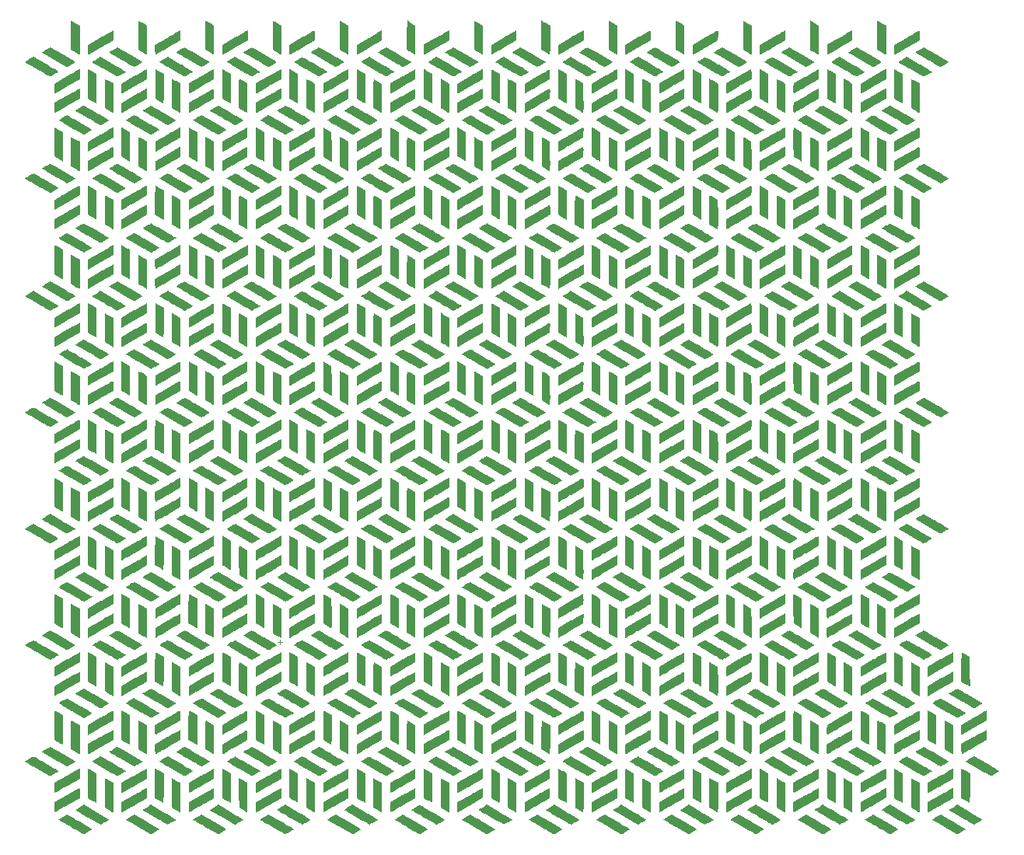
<source format=gbr>
%TF.GenerationSoftware,KiCad,Pcbnew,7.0.0*%
%TF.CreationDate,2023-04-08T11:50:52+01:00*%
%TF.ProjectId,chips-34,63686970-732d-4333-942e-6b696361645f,v1.0.0*%
%TF.SameCoordinates,Original*%
%TF.FileFunction,Legend,Bot*%
%TF.FilePolarity,Positive*%
%FSLAX46Y46*%
G04 Gerber Fmt 4.6, Leading zero omitted, Abs format (unit mm)*
G04 Created by KiCad (PCBNEW 7.0.0) date 2023-04-08 11:50:52*
%MOMM*%
%LPD*%
G01*
G04 APERTURE LIST*
%ADD10C,0.100000*%
G04 APERTURE END LIST*
D10*
%TO.C,JST2*%
X14750000Y-3025000D02*
X15250000Y-3025000D01*
X15000000Y-3275000D02*
X15000000Y-2775000D01*
%TO.C,G\u002A\u002A\u002A*%
G36*
X-9997255Y-1778653D02*
G01*
X-9954673Y-1792452D01*
X-9895046Y-1818159D01*
X-9814163Y-1857979D01*
X-9707811Y-1914121D01*
X-9571778Y-1988790D01*
X-9401850Y-2084195D01*
X-9193816Y-2202543D01*
X-8943462Y-2346039D01*
X-8646577Y-2516892D01*
X-8545973Y-2574894D01*
X-8294116Y-2720440D01*
X-8058933Y-2856827D01*
X-7845318Y-2981190D01*
X-7658167Y-3090659D01*
X-7502373Y-3182367D01*
X-7382831Y-3253446D01*
X-7304436Y-3301029D01*
X-7272082Y-3322246D01*
X-7265992Y-3337037D01*
X-7281572Y-3362523D01*
X-7327069Y-3400307D01*
X-7407928Y-3454279D01*
X-7529594Y-3528332D01*
X-7697511Y-3626358D01*
X-7839893Y-3708403D01*
X-7969647Y-3782902D01*
X-8072774Y-3841823D01*
X-8141204Y-3880556D01*
X-8166868Y-3894492D01*
X-8190630Y-3881583D01*
X-8259825Y-3842364D01*
X-8368779Y-3780069D01*
X-8511835Y-3697966D01*
X-8683336Y-3599325D01*
X-8877628Y-3487413D01*
X-9089053Y-3365500D01*
X-9311956Y-3236852D01*
X-9540680Y-3104740D01*
X-9769569Y-2972430D01*
X-9992967Y-2843192D01*
X-10205217Y-2720293D01*
X-10400665Y-2607003D01*
X-10573652Y-2506589D01*
X-10718524Y-2422320D01*
X-10829623Y-2357464D01*
X-10901295Y-2315290D01*
X-10927882Y-2299066D01*
X-10925425Y-2295104D01*
X-10887577Y-2267438D01*
X-10812292Y-2218926D01*
X-10709284Y-2155334D01*
X-10588270Y-2082427D01*
X-10458965Y-2005971D01*
X-10331084Y-1931731D01*
X-10214344Y-1865473D01*
X-10118459Y-1812963D01*
X-10053146Y-1779966D01*
X-10048141Y-1777947D01*
X-10027007Y-1774554D01*
X-9997255Y-1778653D01*
G37*
G36*
X-11793716Y-2822775D02*
G01*
X-11749571Y-2846473D01*
X-11661755Y-2895571D01*
X-11536152Y-2966677D01*
X-11378649Y-3056397D01*
X-11195131Y-3161338D01*
X-10991484Y-3278106D01*
X-10773593Y-3403308D01*
X-10547344Y-3533551D01*
X-10318622Y-3665441D01*
X-10093313Y-3795586D01*
X-9877304Y-3920592D01*
X-9676478Y-4037066D01*
X-9496722Y-4141614D01*
X-9343922Y-4230843D01*
X-9223962Y-4301360D01*
X-9142729Y-4349772D01*
X-9106108Y-4372685D01*
X-9095254Y-4382654D01*
X-9091509Y-4400890D01*
X-9109617Y-4425826D01*
X-9155458Y-4461854D01*
X-9234915Y-4513367D01*
X-9353868Y-4584756D01*
X-9518201Y-4680414D01*
X-9660975Y-4762772D01*
X-9791413Y-4837644D01*
X-9895476Y-4896979D01*
X-9965022Y-4936134D01*
X-9991909Y-4950469D01*
X-10000606Y-4946094D01*
X-10053243Y-4916824D01*
X-10149473Y-4862318D01*
X-10284637Y-4785242D01*
X-10454082Y-4688263D01*
X-10653150Y-4574048D01*
X-10877185Y-4445262D01*
X-11121532Y-4304573D01*
X-11381535Y-4154646D01*
X-11654013Y-3997125D01*
X-11922096Y-3841308D01*
X-12145174Y-3710479D01*
X-12326548Y-3602593D01*
X-12469516Y-3515605D01*
X-12577377Y-3447471D01*
X-12653431Y-3396144D01*
X-12700977Y-3359579D01*
X-12723313Y-3335732D01*
X-12723740Y-3322556D01*
X-12706865Y-3308863D01*
X-12637133Y-3261686D01*
X-12535500Y-3199752D01*
X-12412274Y-3128637D01*
X-12277768Y-3053916D01*
X-12142290Y-2981164D01*
X-12016151Y-2915956D01*
X-11909661Y-2863868D01*
X-11833130Y-2830474D01*
X-11796868Y-2821350D01*
X-11793716Y-2822775D01*
G37*
G36*
X22971802Y17229762D02*
G01*
X23039368Y17194655D01*
X23146714Y17135863D01*
X23288168Y17056686D01*
X23458055Y16960425D01*
X23650702Y16850380D01*
X23860434Y16729851D01*
X24081577Y16602137D01*
X24308459Y16470541D01*
X24535404Y16338361D01*
X24756739Y16208898D01*
X24966791Y16085452D01*
X25159884Y15971323D01*
X25330346Y15869812D01*
X25472502Y15784219D01*
X25580678Y15717844D01*
X25649201Y15673987D01*
X25672397Y15655948D01*
X25650521Y15637996D01*
X25585031Y15594956D01*
X25484196Y15532567D01*
X25356289Y15455939D01*
X25209585Y15370180D01*
X25137139Y15328422D01*
X24990473Y15245219D01*
X24883311Y15187532D01*
X24807953Y15151976D01*
X24756701Y15135167D01*
X24721854Y15133717D01*
X24695713Y15144243D01*
X24689733Y15147887D01*
X24638803Y15177863D01*
X24543555Y15233340D01*
X24409017Y15311410D01*
X24240217Y15409162D01*
X24042181Y15523687D01*
X23819938Y15652074D01*
X23578515Y15791414D01*
X23322938Y15938797D01*
X23234217Y15989986D01*
X22985822Y16133818D01*
X22755136Y16268148D01*
X22546908Y16390162D01*
X22365889Y16497046D01*
X22216827Y16585988D01*
X22104474Y16654176D01*
X22033579Y16698795D01*
X22008892Y16717032D01*
X22009229Y16718580D01*
X22039067Y16745697D01*
X22110069Y16793177D01*
X22212168Y16855456D01*
X22335296Y16926969D01*
X22469386Y17002151D01*
X22604370Y17075437D01*
X22730182Y17141261D01*
X22836755Y17194059D01*
X22914020Y17228266D01*
X22951910Y17238317D01*
X22971802Y17229762D01*
G37*
G36*
X66871136Y17229757D02*
G01*
X66938712Y17194605D01*
X67046066Y17135771D01*
X67187525Y17056555D01*
X67357413Y16960258D01*
X67550059Y16850180D01*
X67759789Y16729622D01*
X67980929Y16601885D01*
X68207806Y16470267D01*
X68434747Y16338071D01*
X68656077Y16208597D01*
X68866124Y16085144D01*
X69059214Y15971014D01*
X69229674Y15869507D01*
X69371830Y15783923D01*
X69480009Y15717562D01*
X69548537Y15673726D01*
X69571741Y15655715D01*
X69549881Y15637826D01*
X69484410Y15594850D01*
X69383593Y15532514D01*
X69255702Y15455923D01*
X69109007Y15370180D01*
X69036320Y15328283D01*
X68889724Y15245122D01*
X68782621Y15187472D01*
X68707310Y15151946D01*
X68656093Y15135160D01*
X68621268Y15133729D01*
X68595135Y15144267D01*
X68589170Y15147903D01*
X68538259Y15177860D01*
X68443023Y15233309D01*
X68308490Y15311342D01*
X68139688Y15409050D01*
X67941646Y15523524D01*
X67719391Y15651854D01*
X67477953Y15791132D01*
X67222360Y15938448D01*
X67133800Y15989518D01*
X66885377Y16133303D01*
X66654662Y16267603D01*
X66446407Y16389605D01*
X66265363Y16496495D01*
X66116280Y16585459D01*
X66003911Y16653683D01*
X65933005Y16698355D01*
X65908314Y16716659D01*
X65908645Y16718197D01*
X65938433Y16745345D01*
X66009389Y16792870D01*
X66111448Y16855205D01*
X66234544Y16926778D01*
X66368610Y17002022D01*
X66503581Y17075365D01*
X66629391Y17141239D01*
X66735974Y17194075D01*
X66813263Y17228303D01*
X66851194Y17238353D01*
X66871136Y17229757D01*
G37*
G36*
X74162149Y17239893D02*
G01*
X74228989Y17205904D01*
X74335908Y17148005D01*
X74477209Y17069502D01*
X74647196Y16973704D01*
X74840173Y16863920D01*
X75050445Y16743457D01*
X75272315Y16615625D01*
X75500087Y16483731D01*
X75728067Y16351084D01*
X75950557Y16220991D01*
X76161861Y16096762D01*
X76356285Y15981704D01*
X76528131Y15879126D01*
X76671705Y15792336D01*
X76781309Y15724643D01*
X76851249Y15679354D01*
X76875828Y15659778D01*
X76856242Y15639693D01*
X76792956Y15594729D01*
X76693837Y15531022D01*
X76567031Y15453791D01*
X76420684Y15368253D01*
X76343496Y15324120D01*
X76198121Y15242352D01*
X76092101Y15185835D01*
X76017697Y15151206D01*
X75967174Y15135106D01*
X75932791Y15134172D01*
X75906811Y15145045D01*
X75900818Y15148737D01*
X75849870Y15178861D01*
X75754611Y15234491D01*
X75620069Y15312714D01*
X75451271Y15410617D01*
X75253241Y15525286D01*
X75031008Y15653806D01*
X74789598Y15793266D01*
X74534036Y15940751D01*
X74444936Y15992187D01*
X74196609Y16135989D01*
X73965989Y16270187D01*
X73757825Y16391977D01*
X73576864Y16498556D01*
X73427853Y16587121D01*
X73315538Y16654868D01*
X73244668Y16698994D01*
X73219990Y16716696D01*
X73220343Y16717754D01*
X73249840Y16741213D01*
X73319746Y16786490D01*
X73420130Y16847867D01*
X73541058Y16919621D01*
X73672599Y16996031D01*
X73804822Y17071378D01*
X73927793Y17139940D01*
X74031580Y17195995D01*
X74106252Y17233824D01*
X74141876Y17247705D01*
X74162149Y17239893D01*
G37*
G36*
X81471209Y4556255D02*
G01*
X81545829Y4522521D01*
X81653771Y4467843D01*
X81797881Y4390686D01*
X81981005Y4289518D01*
X82205992Y4162805D01*
X82475686Y4009014D01*
X82792936Y3826613D01*
X82892399Y3769236D01*
X83145007Y3623371D01*
X83381402Y3486663D01*
X83596629Y3361990D01*
X83785733Y3252232D01*
X83943759Y3160264D01*
X84065754Y3088965D01*
X84146762Y3041214D01*
X84181828Y3019887D01*
X84190803Y3012358D01*
X84195814Y2994716D01*
X84178604Y2970111D01*
X84133349Y2934234D01*
X84054227Y2882773D01*
X83935412Y2811417D01*
X83771081Y2715855D01*
X83630187Y2635054D01*
X83497910Y2560266D01*
X83391211Y2501089D01*
X83318481Y2462173D01*
X83288107Y2448167D01*
X83276215Y2453439D01*
X83219229Y2483944D01*
X83120725Y2538727D01*
X82986444Y2614471D01*
X82822131Y2707863D01*
X82633526Y2815587D01*
X82426372Y2934329D01*
X82206413Y3060774D01*
X81979389Y3191607D01*
X81751043Y3323514D01*
X81527119Y3453179D01*
X81313357Y3577287D01*
X81115501Y3692525D01*
X80939293Y3795577D01*
X80790475Y3883128D01*
X80674790Y3951864D01*
X80597980Y3998469D01*
X80565787Y4019630D01*
X80559375Y4029814D01*
X80567621Y4053114D01*
X80604877Y4087550D01*
X80676823Y4137283D01*
X80789144Y4206478D01*
X80947521Y4299298D01*
X81045622Y4356078D01*
X81180175Y4434095D01*
X81292612Y4499453D01*
X81373354Y4546580D01*
X81412820Y4569905D01*
X81427062Y4570576D01*
X81471209Y4556255D01*
G37*
G36*
X-2614285Y10895111D02*
G01*
X-2608253Y10891419D01*
X-2557110Y10861263D01*
X-2461651Y10805612D01*
X-2326910Y10727379D01*
X-2157922Y10629481D01*
X-1959721Y10514831D01*
X-1737342Y10386345D01*
X-1495818Y10246936D01*
X-1240183Y10099521D01*
X-1151316Y10048255D01*
X-902948Y9904510D01*
X-672290Y9770337D01*
X-464089Y9648542D01*
X-283096Y9541929D01*
X-134058Y9453304D01*
X-21725Y9385471D01*
X49155Y9341235D01*
X73833Y9323401D01*
X55626Y9307655D01*
X-6145Y9266730D01*
X-103782Y9206263D01*
X-229115Y9131301D01*
X-373970Y9046890D01*
X-498738Y8976610D01*
X-635113Y8903619D01*
X-748721Y8847023D01*
X-830338Y8811383D01*
X-870737Y8801260D01*
X-889600Y8809569D01*
X-955625Y8844253D01*
X-1061788Y8902652D01*
X-1202392Y8981464D01*
X-1371740Y9077389D01*
X-1564134Y9187128D01*
X-1773877Y9307381D01*
X-1995272Y9434847D01*
X-2222621Y9566226D01*
X-2450228Y9698218D01*
X-2672394Y9827523D01*
X-2883423Y9950842D01*
X-3077617Y10064873D01*
X-3249279Y10166316D01*
X-3392711Y10251873D01*
X-3502216Y10318241D01*
X-3572097Y10362123D01*
X-3596657Y10380216D01*
X-3575335Y10398744D01*
X-3510571Y10441932D01*
X-3410312Y10504396D01*
X-3282605Y10581127D01*
X-3135499Y10667120D01*
X-3039729Y10722211D01*
X-2898212Y10802158D01*
X-2795209Y10857160D01*
X-2723018Y10890588D01*
X-2673935Y10905809D01*
X-2640259Y10906194D01*
X-2614285Y10895111D01*
G37*
G36*
X989847Y-8097947D02*
G01*
X1045517Y-8127016D01*
X1143011Y-8180501D01*
X1276567Y-8255092D01*
X1440428Y-8347479D01*
X1628831Y-8454351D01*
X1836017Y-8572397D01*
X2056226Y-8698307D01*
X2283698Y-8828770D01*
X2512672Y-8960475D01*
X2737387Y-9090113D01*
X2952085Y-9214371D01*
X3151005Y-9329940D01*
X3328386Y-9433508D01*
X3478468Y-9521766D01*
X3595492Y-9591402D01*
X3673696Y-9639107D01*
X3707321Y-9661569D01*
X3711694Y-9669369D01*
X3700048Y-9693850D01*
X3656086Y-9732098D01*
X3574933Y-9787581D01*
X3451710Y-9863762D01*
X3281541Y-9964108D01*
X3141229Y-10044995D01*
X3009602Y-10119365D01*
X2903560Y-10177658D01*
X2831440Y-10215294D01*
X2801580Y-10227694D01*
X2775889Y-10214703D01*
X2704576Y-10175181D01*
X2593906Y-10112481D01*
X2449518Y-10029887D01*
X2277051Y-9930681D01*
X2082145Y-9818147D01*
X1870437Y-9695568D01*
X1647568Y-9566226D01*
X1419176Y-9433404D01*
X1190901Y-9300387D01*
X968380Y-9170456D01*
X757255Y-9046895D01*
X563162Y-8932987D01*
X391742Y-8832015D01*
X248634Y-8747262D01*
X139476Y-8682011D01*
X69908Y-8639544D01*
X45569Y-8623146D01*
X46641Y-8621358D01*
X80203Y-8597041D01*
X153481Y-8551395D01*
X256556Y-8490045D01*
X379508Y-8418618D01*
X512417Y-8342743D01*
X645364Y-8268045D01*
X768430Y-8200151D01*
X871694Y-8144689D01*
X945238Y-8107285D01*
X979142Y-8093567D01*
X989847Y-8097947D01*
G37*
G36*
X4698645Y-14446857D02*
G01*
X4704627Y-14450508D01*
X4755569Y-14480506D01*
X4850828Y-14536005D01*
X4985377Y-14614094D01*
X5154187Y-14711864D01*
X5352232Y-14826403D01*
X5574483Y-14954803D01*
X5815913Y-15094151D01*
X6071493Y-15241538D01*
X6160210Y-15292724D01*
X6408605Y-15436559D01*
X6639292Y-15570893D01*
X6847521Y-15692913D01*
X7028541Y-15799805D01*
X7177603Y-15888757D01*
X7289956Y-15956954D01*
X7360852Y-16001584D01*
X7385539Y-16019833D01*
X7370325Y-16034167D01*
X7311812Y-16074397D01*
X7217138Y-16134444D01*
X7094581Y-16209084D01*
X6952418Y-16293097D01*
X6840772Y-16357435D01*
X6706530Y-16432718D01*
X6595025Y-16492877D01*
X6515508Y-16532952D01*
X6477226Y-16547982D01*
X6451365Y-16537971D01*
X6379609Y-16501666D01*
X6268458Y-16441951D01*
X6123571Y-16362093D01*
X5950608Y-16265356D01*
X5755229Y-16155009D01*
X5543092Y-16034315D01*
X5319857Y-15906543D01*
X5091183Y-15774958D01*
X4862730Y-15642825D01*
X4640157Y-15513411D01*
X4429123Y-15389983D01*
X4235289Y-15275805D01*
X4064312Y-15174145D01*
X3921853Y-15088269D01*
X3813570Y-15021442D01*
X3745124Y-14976930D01*
X3722173Y-14958000D01*
X3743981Y-14939913D01*
X3809446Y-14896744D01*
X3910286Y-14834292D01*
X4038213Y-14757681D01*
X4184937Y-14672032D01*
X4258244Y-14629858D01*
X4404621Y-14546986D01*
X4511524Y-14489571D01*
X4586665Y-14454231D01*
X4637757Y-14437586D01*
X4672512Y-14436255D01*
X4698645Y-14446857D01*
G37*
G36*
X6478237Y-9155147D02*
G01*
X6534259Y-9184349D01*
X6632079Y-9237933D01*
X6765936Y-9312589D01*
X6930069Y-9405011D01*
X7118714Y-9511889D01*
X7326111Y-9629917D01*
X7546498Y-9755785D01*
X7774112Y-9886187D01*
X8003191Y-10017813D01*
X8227974Y-10147356D01*
X8442699Y-10271508D01*
X8641604Y-10386961D01*
X8818927Y-10490407D01*
X8968906Y-10578537D01*
X9085779Y-10648044D01*
X9163784Y-10695620D01*
X9197160Y-10717956D01*
X9200489Y-10722960D01*
X9191136Y-10746711D01*
X9148103Y-10785042D01*
X9066835Y-10841178D01*
X8942779Y-10918350D01*
X8771380Y-11019785D01*
X8632120Y-11100288D01*
X8500498Y-11174901D01*
X8394370Y-11233473D01*
X8322093Y-11271396D01*
X8292026Y-11284062D01*
X8266535Y-11271366D01*
X8195461Y-11232168D01*
X8084979Y-11169760D01*
X7940733Y-11087426D01*
X7768367Y-10988450D01*
X7573524Y-10876113D01*
X7361846Y-10753700D01*
X7138978Y-10624492D01*
X6910563Y-10491773D01*
X6682244Y-10358826D01*
X6459665Y-10228933D01*
X6248468Y-10105379D01*
X6054298Y-9991445D01*
X5882798Y-9890415D01*
X5739611Y-9805571D01*
X5630380Y-9740197D01*
X5560749Y-9697575D01*
X5536361Y-9680989D01*
X5537263Y-9679335D01*
X5570023Y-9655158D01*
X5642617Y-9609540D01*
X5745127Y-9548132D01*
X5867636Y-9476581D01*
X6000226Y-9400539D01*
X6132980Y-9325654D01*
X6255982Y-9257575D01*
X6359312Y-9201954D01*
X6433055Y-9164437D01*
X6467293Y-9150677D01*
X6478237Y-9155147D01*
G37*
G36*
X6519084Y41514861D02*
G01*
X6535587Y41507004D01*
X6600476Y41472273D01*
X6705609Y41413930D01*
X6845285Y41335271D01*
X7013799Y41239591D01*
X7205448Y41130185D01*
X7414530Y41010349D01*
X7635342Y40883377D01*
X7862179Y40752566D01*
X8089340Y40621210D01*
X8311122Y40492606D01*
X8521820Y40370047D01*
X8715733Y40256830D01*
X8887156Y40156250D01*
X9030388Y40071601D01*
X9139725Y40006180D01*
X9209463Y39963282D01*
X9233900Y39946202D01*
X9215808Y39931803D01*
X9154135Y39892305D01*
X9056583Y39833086D01*
X8931344Y39759109D01*
X8786614Y39675335D01*
X8663286Y39605450D01*
X8528190Y39530994D01*
X8416576Y39471806D01*
X8337516Y39432677D01*
X8300083Y39418398D01*
X8275624Y39428961D01*
X8205236Y39465768D01*
X8095093Y39525839D01*
X7950876Y39605916D01*
X7778269Y39702743D01*
X7582951Y39813060D01*
X7370604Y39933611D01*
X7146911Y40061138D01*
X6917551Y40192384D01*
X6688207Y40324089D01*
X6464561Y40452998D01*
X6252293Y40575852D01*
X6057085Y40689394D01*
X5884619Y40790365D01*
X5740576Y40875509D01*
X5630637Y40941567D01*
X5560484Y40985282D01*
X5535799Y41003397D01*
X5556035Y41019370D01*
X5619801Y41060110D01*
X5719207Y41120399D01*
X5846166Y41195339D01*
X5992593Y41280033D01*
X5999976Y41284262D01*
X6166348Y41378500D01*
X6290512Y41445836D01*
X6380167Y41489706D01*
X6443014Y41513544D01*
X6486753Y41520784D01*
X6519084Y41514861D01*
G37*
G36*
X10188977Y-15503863D02*
G01*
X10194969Y-15507546D01*
X10246006Y-15537671D01*
X10341371Y-15593279D01*
X10476031Y-15671458D01*
X10644952Y-15769293D01*
X10843102Y-15883872D01*
X11065447Y-16012281D01*
X11306955Y-16151607D01*
X11562591Y-16298936D01*
X11651320Y-16350091D01*
X11899704Y-16493768D01*
X12130369Y-16627884D01*
X12338567Y-16749637D01*
X12519549Y-16856221D01*
X12668565Y-16944832D01*
X12780868Y-17012665D01*
X12851709Y-17056917D01*
X12876338Y-17074782D01*
X12860950Y-17088742D01*
X12802332Y-17128647D01*
X12707663Y-17188580D01*
X12585205Y-17263338D01*
X12443217Y-17347714D01*
X12331514Y-17412512D01*
X12197095Y-17488319D01*
X12085211Y-17548944D01*
X12005146Y-17589387D01*
X11966180Y-17604650D01*
X11945173Y-17597144D01*
X11877452Y-17563615D01*
X11769644Y-17506219D01*
X11627454Y-17428247D01*
X11456585Y-17332992D01*
X11262741Y-17223747D01*
X11051626Y-17103804D01*
X10828944Y-16976455D01*
X10600399Y-16844992D01*
X10371695Y-16712709D01*
X10148536Y-16582897D01*
X9936625Y-16458849D01*
X9741667Y-16343856D01*
X9569365Y-16241213D01*
X9425423Y-16154210D01*
X9315546Y-16086141D01*
X9245437Y-16040297D01*
X9220799Y-16019972D01*
X9240326Y-15999986D01*
X9303483Y-15954999D01*
X9402422Y-15891149D01*
X9529007Y-15813668D01*
X9675104Y-15727789D01*
X9759401Y-15679309D01*
X9902432Y-15598440D01*
X10006540Y-15542733D01*
X10079486Y-15508804D01*
X10129032Y-15493271D01*
X10162942Y-15492752D01*
X10188977Y-15503863D01*
G37*
G36*
X15636991Y-8104240D02*
G01*
X15707758Y-8141309D01*
X15817976Y-8201768D01*
X15961991Y-8282338D01*
X16134147Y-8379741D01*
X16328790Y-8490700D01*
X16540262Y-8611936D01*
X16762910Y-8740171D01*
X16991077Y-8872127D01*
X17219108Y-9004526D01*
X17441348Y-9134090D01*
X17652141Y-9257541D01*
X17845832Y-9371601D01*
X18016765Y-9472992D01*
X18159284Y-9558436D01*
X18267736Y-9624654D01*
X18336463Y-9668369D01*
X18359811Y-9686302D01*
X18338477Y-9703779D01*
X18273522Y-9746382D01*
X18173154Y-9808392D01*
X18045639Y-9884712D01*
X17899240Y-9970249D01*
X17755247Y-10053077D01*
X17629595Y-10123604D01*
X17539383Y-10170675D01*
X17476497Y-10197704D01*
X17432827Y-10208104D01*
X17400260Y-10205288D01*
X17370685Y-10192670D01*
X17331207Y-10171255D01*
X17228908Y-10114132D01*
X17091682Y-10036173D01*
X16925248Y-9940727D01*
X16735324Y-9831141D01*
X16527627Y-9710765D01*
X16307877Y-9582947D01*
X16081791Y-9451034D01*
X15855087Y-9318375D01*
X15633485Y-9188318D01*
X15422701Y-9064212D01*
X15228454Y-8949404D01*
X15056463Y-8847244D01*
X14912445Y-8761078D01*
X14802119Y-8694256D01*
X14731203Y-8650126D01*
X14705414Y-8632036D01*
X14705358Y-8631291D01*
X14730312Y-8607741D01*
X14796012Y-8561945D01*
X14892653Y-8499728D01*
X15010433Y-8426912D01*
X15139546Y-8349321D01*
X15270188Y-8272779D01*
X15392555Y-8203109D01*
X15496842Y-8146135D01*
X15573245Y-8107679D01*
X15611961Y-8093567D01*
X15636991Y-8104240D01*
G37*
G36*
X19319829Y49067364D02*
G01*
X19327921Y49063319D01*
X19382869Y49033270D01*
X19479736Y48978769D01*
X19612717Y48903170D01*
X19776010Y48809829D01*
X19963811Y48702100D01*
X20170316Y48583338D01*
X20389722Y48456899D01*
X20616225Y48326139D01*
X20844022Y48194410D01*
X21067309Y48065070D01*
X21280283Y47941473D01*
X21477139Y47826973D01*
X21652075Y47724927D01*
X21799287Y47638689D01*
X21912972Y47571614D01*
X21987325Y47527058D01*
X22016543Y47508375D01*
X22000883Y47488569D01*
X21941621Y47444532D01*
X21846038Y47381453D01*
X21721677Y47304303D01*
X21576080Y47218055D01*
X21435246Y47136536D01*
X21305057Y47061506D01*
X21201184Y47001998D01*
X21131777Y46962677D01*
X21104987Y46948215D01*
X21096303Y46952566D01*
X21043695Y46981803D01*
X20947502Y47036285D01*
X20812376Y47113346D01*
X20642973Y47210322D01*
X20443946Y47324545D01*
X20219949Y47453349D01*
X19975638Y47594069D01*
X19715665Y47744039D01*
X19463672Y47889761D01*
X19191697Y48047850D01*
X18965034Y48180767D01*
X18780422Y48290533D01*
X18634600Y48379169D01*
X18524307Y48448697D01*
X18446283Y48501137D01*
X18397266Y48538511D01*
X18373996Y48562840D01*
X18373211Y48576146D01*
X18393598Y48590799D01*
X18460324Y48633042D01*
X18562251Y48694745D01*
X18689919Y48770209D01*
X18833867Y48853731D01*
X18960925Y48926167D01*
X19088951Y48996492D01*
X19180913Y49042284D01*
X19244753Y49067032D01*
X19288412Y49074229D01*
X19319829Y49067364D01*
G37*
G36*
X19319829Y23567364D02*
G01*
X19327921Y23563319D01*
X19382869Y23533270D01*
X19479736Y23478769D01*
X19612717Y23403170D01*
X19776010Y23309829D01*
X19963811Y23202100D01*
X20170316Y23083338D01*
X20389722Y22956899D01*
X20616225Y22826139D01*
X20844022Y22694410D01*
X21067309Y22565070D01*
X21280283Y22441473D01*
X21477139Y22326973D01*
X21652075Y22224927D01*
X21799287Y22138689D01*
X21912972Y22071614D01*
X21987325Y22027058D01*
X22016543Y22008375D01*
X22000883Y21988569D01*
X21941621Y21944532D01*
X21846038Y21881453D01*
X21721677Y21804303D01*
X21576080Y21718055D01*
X21435246Y21636536D01*
X21305057Y21561506D01*
X21201184Y21501998D01*
X21131777Y21462677D01*
X21104987Y21448215D01*
X21096303Y21452566D01*
X21043695Y21481803D01*
X20947502Y21536285D01*
X20812376Y21613346D01*
X20642973Y21710322D01*
X20443946Y21824545D01*
X20219949Y21953349D01*
X19975638Y22094069D01*
X19715665Y22244039D01*
X19463672Y22389761D01*
X19191697Y22547850D01*
X18965034Y22680767D01*
X18780422Y22790533D01*
X18634600Y22879169D01*
X18524307Y22948697D01*
X18446283Y23001137D01*
X18397266Y23038511D01*
X18373996Y23062840D01*
X18373211Y23076146D01*
X18393598Y23090799D01*
X18460324Y23133042D01*
X18562251Y23194745D01*
X18689919Y23270209D01*
X18833867Y23353731D01*
X18960925Y23426167D01*
X19088951Y23496492D01*
X19180913Y23542284D01*
X19244753Y23567032D01*
X19288412Y23574229D01*
X19319829Y23567364D01*
G37*
G36*
X30294717Y-8112837D02*
G01*
X30360791Y-8147415D01*
X30466744Y-8205871D01*
X30606902Y-8284882D01*
X30775589Y-8381127D01*
X30967132Y-8491282D01*
X31175857Y-8612026D01*
X31396089Y-8740036D01*
X31622154Y-8871990D01*
X31848378Y-9004565D01*
X32069087Y-9134440D01*
X32278606Y-9258292D01*
X32471261Y-9372798D01*
X32641378Y-9474638D01*
X32783283Y-9560487D01*
X32891301Y-9627024D01*
X32959758Y-9670927D01*
X32982980Y-9688874D01*
X32961596Y-9707149D01*
X32896453Y-9750628D01*
X32795867Y-9813291D01*
X32668174Y-9889957D01*
X32521712Y-9975447D01*
X32437326Y-10023914D01*
X32294723Y-10104430D01*
X32190997Y-10159835D01*
X32118349Y-10193515D01*
X32068976Y-10208856D01*
X32035079Y-10209245D01*
X32008855Y-10198067D01*
X32002815Y-10194378D01*
X31951646Y-10164228D01*
X31856162Y-10108580D01*
X31721399Y-10030349D01*
X31552392Y-9932451D01*
X31354175Y-9817799D01*
X31131784Y-9689310D01*
X30890252Y-9549896D01*
X30634614Y-9402474D01*
X30545707Y-9351182D01*
X30297355Y-9207431D01*
X30066721Y-9073250D01*
X29858552Y-8951444D01*
X29677598Y-8844820D01*
X29528604Y-8756181D01*
X29416318Y-8688333D01*
X29345488Y-8644080D01*
X29320862Y-8626230D01*
X29340480Y-8609585D01*
X29403690Y-8568044D01*
X29502629Y-8507108D01*
X29629167Y-8431774D01*
X29775170Y-8347041D01*
X29798569Y-8333653D01*
X29990186Y-8227229D01*
X30134400Y-8153694D01*
X30230896Y-8113200D01*
X30279360Y-8105896D01*
X30294717Y-8112837D01*
G37*
G36*
X32123174Y-2831277D02*
G01*
X32131321Y-2835359D01*
X32186202Y-2865409D01*
X32283006Y-2919913D01*
X32415928Y-2995517D01*
X32579166Y-3088862D01*
X32766915Y-3196596D01*
X32973372Y-3315361D01*
X33192734Y-3441802D01*
X33419196Y-3572564D01*
X33646956Y-3704291D01*
X33870210Y-3833627D01*
X34083154Y-3957217D01*
X34279985Y-4071706D01*
X34454899Y-4173737D01*
X34602093Y-4259955D01*
X34715763Y-4327004D01*
X34790106Y-4371530D01*
X34819317Y-4390176D01*
X34803655Y-4409933D01*
X34744391Y-4453923D01*
X34648808Y-4516964D01*
X34524449Y-4594088D01*
X34378855Y-4680327D01*
X34238034Y-4761831D01*
X34107801Y-4836866D01*
X34003866Y-4896380D01*
X33934385Y-4935703D01*
X33907513Y-4950167D01*
X33898814Y-4945823D01*
X33846173Y-4916606D01*
X33749942Y-4862149D01*
X33614776Y-4785119D01*
X33445332Y-4688180D01*
X33246265Y-4573998D01*
X33022232Y-4445238D01*
X32777887Y-4304566D01*
X32517887Y-4154646D01*
X32245409Y-3997125D01*
X31977326Y-3841308D01*
X31754248Y-3710479D01*
X31572874Y-3602593D01*
X31429906Y-3515605D01*
X31322045Y-3447471D01*
X31245991Y-3396144D01*
X31198445Y-3359579D01*
X31176108Y-3335732D01*
X31175682Y-3322556D01*
X31196270Y-3307778D01*
X31263256Y-3265482D01*
X31365454Y-3203812D01*
X31493394Y-3128457D01*
X31637606Y-3045106D01*
X31751701Y-2980269D01*
X31884323Y-2907453D01*
X31979965Y-2859587D01*
X32046444Y-2833231D01*
X32091575Y-2824941D01*
X32123174Y-2831277D01*
G37*
G36*
X32110753Y48016598D02*
G01*
X32160823Y47989959D01*
X32253782Y47938326D01*
X32383760Y47865080D01*
X32544889Y47773604D01*
X32731302Y47667278D01*
X32937129Y47549484D01*
X33156501Y47423603D01*
X33383552Y47293017D01*
X33612411Y47161107D01*
X33837211Y47031254D01*
X34052084Y46906841D01*
X34251160Y46791247D01*
X34428572Y46687856D01*
X34578450Y46600047D01*
X34694927Y46531203D01*
X34772134Y46484705D01*
X34804203Y46463934D01*
X34808313Y46457326D01*
X34797658Y46433247D01*
X34754069Y46395003D01*
X34672819Y46339237D01*
X34549179Y46262596D01*
X34378423Y46161721D01*
X34237620Y46079844D01*
X34107723Y46004596D01*
X34004175Y45944925D01*
X33935097Y45905510D01*
X33908612Y45891029D01*
X33899964Y45895420D01*
X33847432Y45924726D01*
X33751318Y45979277D01*
X33616270Y46056405D01*
X33446939Y46153445D01*
X33247974Y46267732D01*
X33024024Y46396598D01*
X32779739Y46537379D01*
X32519768Y46687407D01*
X32302386Y46813127D01*
X32023780Y46975027D01*
X31790998Y47111459D01*
X31600848Y47224402D01*
X31450138Y47315834D01*
X31335676Y47387730D01*
X31254269Y47442069D01*
X31202726Y47480827D01*
X31177855Y47505983D01*
X31176463Y47519513D01*
X31196429Y47533852D01*
X31262721Y47575792D01*
X31364271Y47637235D01*
X31491614Y47712482D01*
X31635284Y47795832D01*
X31651397Y47805078D01*
X31828402Y47903442D01*
X31964816Y47972763D01*
X32057949Y48011761D01*
X32105111Y48019159D01*
X32110753Y48016598D01*
G37*
G36*
X32110753Y22516598D02*
G01*
X32160823Y22489959D01*
X32253782Y22438326D01*
X32383760Y22365080D01*
X32544889Y22273604D01*
X32731302Y22167278D01*
X32937129Y22049484D01*
X33156501Y21923603D01*
X33383552Y21793017D01*
X33612411Y21661107D01*
X33837211Y21531254D01*
X34052084Y21406841D01*
X34251160Y21291247D01*
X34428572Y21187856D01*
X34578450Y21100047D01*
X34694927Y21031203D01*
X34772134Y20984705D01*
X34804203Y20963934D01*
X34808313Y20957326D01*
X34797658Y20933247D01*
X34754069Y20895003D01*
X34672819Y20839237D01*
X34549179Y20762596D01*
X34378423Y20661721D01*
X34237620Y20579844D01*
X34107723Y20504596D01*
X34004175Y20444925D01*
X33935097Y20405510D01*
X33908612Y20391029D01*
X33899964Y20395420D01*
X33847432Y20424726D01*
X33751318Y20479277D01*
X33616270Y20556405D01*
X33446939Y20653445D01*
X33247974Y20767732D01*
X33024024Y20896598D01*
X32779739Y21037379D01*
X32519768Y21187407D01*
X32302386Y21313127D01*
X32023780Y21475027D01*
X31790998Y21611459D01*
X31600848Y21724402D01*
X31450138Y21815834D01*
X31335676Y21887730D01*
X31254269Y21942069D01*
X31202726Y21980827D01*
X31177855Y22005983D01*
X31176463Y22019513D01*
X31196429Y22033852D01*
X31262721Y22075792D01*
X31364271Y22137235D01*
X31491614Y22212482D01*
X31635284Y22295832D01*
X31651397Y22305078D01*
X31828402Y22403442D01*
X31964816Y22472763D01*
X32057949Y22511761D01*
X32105111Y22519159D01*
X32110753Y22516598D01*
G37*
G36*
X41285137Y10894970D02*
G01*
X41291176Y10891265D01*
X41342330Y10861069D01*
X41437796Y10805373D01*
X41572539Y10727093D01*
X41741526Y10629146D01*
X41939723Y10514447D01*
X42162097Y10385912D01*
X42403613Y10246456D01*
X42659239Y10098996D01*
X42748258Y10047626D01*
X42996589Y9903862D01*
X43227199Y9769687D01*
X43435343Y9647905D01*
X43616273Y9541319D01*
X43765244Y9452734D01*
X43877508Y9384953D01*
X43948319Y9340779D01*
X43972931Y9323017D01*
X43954696Y9307415D01*
X43892900Y9266612D01*
X43795254Y9206231D01*
X43669937Y9131313D01*
X43525128Y9046902D01*
X43400660Y8976770D01*
X43264169Y8903762D01*
X43150359Y8847174D01*
X43068478Y8811570D01*
X43027772Y8801511D01*
X43009122Y8809680D01*
X42943246Y8844208D01*
X42837211Y8902469D01*
X42696714Y8981164D01*
X42527456Y9076991D01*
X42335134Y9186649D01*
X42125448Y9306837D01*
X41904097Y9434255D01*
X41676779Y9565601D01*
X41449195Y9697576D01*
X41227042Y9826877D01*
X41016019Y9950204D01*
X40821826Y10064256D01*
X40650161Y10165732D01*
X40506723Y10251331D01*
X40397212Y10317753D01*
X40327326Y10361697D01*
X40302765Y10379861D01*
X40324081Y10398491D01*
X40388842Y10441777D01*
X40489102Y10504320D01*
X40616812Y10581106D01*
X40763923Y10667120D01*
X40860974Y10722945D01*
X41002115Y10802667D01*
X41104803Y10857477D01*
X41176744Y10890744D01*
X41225643Y10905836D01*
X41259205Y10906122D01*
X41285137Y10894970D01*
G37*
G36*
X44889009Y-8098001D02*
G01*
X44944814Y-8127158D01*
X45042425Y-8180721D01*
X45176083Y-8255381D01*
X45340030Y-8347827D01*
X45528505Y-8454749D01*
X45735750Y-8572838D01*
X45956007Y-8698782D01*
X46183516Y-8829273D01*
X46412518Y-8960999D01*
X46637254Y-9090652D01*
X46851965Y-9214920D01*
X47050892Y-9330494D01*
X47228277Y-9434064D01*
X47378359Y-9522320D01*
X47495381Y-9591951D01*
X47573583Y-9639648D01*
X47607206Y-9662100D01*
X47611934Y-9671105D01*
X47599469Y-9695778D01*
X47555195Y-9733836D01*
X47474103Y-9788829D01*
X47351183Y-9864307D01*
X47181426Y-9963819D01*
X47041137Y-10044280D01*
X46909314Y-10118453D01*
X46803108Y-10176670D01*
X46730872Y-10214358D01*
X46700959Y-10226942D01*
X46675285Y-10214090D01*
X46604069Y-10174743D01*
X46493472Y-10112207D01*
X46349136Y-10029764D01*
X46176703Y-9930696D01*
X45981813Y-9818285D01*
X45770109Y-9695815D01*
X45547230Y-9566567D01*
X45318820Y-9433824D01*
X45090518Y-9300867D01*
X44867967Y-9170980D01*
X44656807Y-9047445D01*
X44462680Y-8933543D01*
X44291228Y-8832558D01*
X44148092Y-8747771D01*
X44038913Y-8682465D01*
X43969332Y-8639923D01*
X43944991Y-8623426D01*
X43946049Y-8621649D01*
X43979542Y-8597337D01*
X44052756Y-8551676D01*
X44155772Y-8490296D01*
X44278671Y-8418830D01*
X44411536Y-8342908D01*
X44544448Y-8268162D01*
X44667489Y-8200224D01*
X44770740Y-8144724D01*
X44844284Y-8107295D01*
X44878202Y-8093567D01*
X44889009Y-8098001D01*
G37*
G36*
X48598067Y-14446849D02*
G01*
X48604074Y-14450515D01*
X48655049Y-14480551D01*
X48750328Y-14536104D01*
X48884885Y-14614261D01*
X49053693Y-14712111D01*
X49251726Y-14826742D01*
X49473958Y-14955241D01*
X49715363Y-15094698D01*
X49970915Y-15242200D01*
X50059993Y-15293636D01*
X50308324Y-15437507D01*
X50538948Y-15571807D01*
X50747115Y-15693728D01*
X50928080Y-15800463D01*
X51077094Y-15889204D01*
X51189411Y-15957143D01*
X51260282Y-16001472D01*
X51284961Y-16019383D01*
X51269546Y-16033477D01*
X51210923Y-16073540D01*
X51116268Y-16133642D01*
X50993825Y-16208573D01*
X50851840Y-16293122D01*
X50749832Y-16351996D01*
X50608484Y-16429601D01*
X50490196Y-16489732D01*
X50403926Y-16527912D01*
X50358633Y-16539661D01*
X50336393Y-16531009D01*
X50266918Y-16496135D01*
X50157789Y-16437664D01*
X50014681Y-16358875D01*
X49843270Y-16263046D01*
X49649230Y-16153456D01*
X49438236Y-16033383D01*
X49215965Y-15906106D01*
X48988090Y-15774904D01*
X48760286Y-15643054D01*
X48538230Y-15513836D01*
X48327596Y-15390528D01*
X48134060Y-15276408D01*
X47963296Y-15174756D01*
X47820979Y-15088849D01*
X47712785Y-15021967D01*
X47644389Y-14977387D01*
X47621466Y-14958389D01*
X47643299Y-14940197D01*
X47708796Y-14896920D01*
X47809667Y-14834380D01*
X47937619Y-14757707D01*
X48084358Y-14672032D01*
X48157585Y-14629904D01*
X48303986Y-14547018D01*
X48410908Y-14489591D01*
X48486065Y-14454241D01*
X48537169Y-14437588D01*
X48571932Y-14436251D01*
X48598067Y-14446849D01*
G37*
G36*
X50341041Y3512300D02*
G01*
X50390888Y3494167D01*
X50469888Y3457459D01*
X50581086Y3400539D01*
X50727527Y3321769D01*
X50912255Y3219512D01*
X51138316Y3092131D01*
X51408753Y2937989D01*
X51726612Y2755448D01*
X51854802Y2681594D01*
X52107126Y2536024D01*
X52341900Y2400318D01*
X52554359Y2277248D01*
X52739733Y2169585D01*
X52893257Y2080099D01*
X53010162Y2011561D01*
X53085683Y1966743D01*
X53115051Y1948415D01*
X53099593Y1928536D01*
X53040433Y1884607D01*
X52944878Y1821714D01*
X52820429Y1744790D01*
X52674588Y1658769D01*
X52546037Y1586012D01*
X52403332Y1509156D01*
X52287149Y1451124D01*
X52205373Y1415814D01*
X52165886Y1407126D01*
X52160308Y1409644D01*
X52110289Y1436218D01*
X52017402Y1487810D01*
X51887513Y1561037D01*
X51726489Y1652513D01*
X51540196Y1758856D01*
X51334500Y1876681D01*
X51115269Y2002603D01*
X50888369Y2133239D01*
X50659666Y2265205D01*
X50435027Y2395116D01*
X50220319Y2519589D01*
X50021408Y2635240D01*
X49844161Y2738684D01*
X49694444Y2826538D01*
X49578124Y2895416D01*
X49501067Y2941937D01*
X49469140Y2962714D01*
X49462817Y2972618D01*
X49470903Y2995859D01*
X49508091Y3030292D01*
X49580040Y3080061D01*
X49692414Y3149311D01*
X49850874Y3242188D01*
X49948850Y3298897D01*
X50083579Y3377022D01*
X50196274Y3442538D01*
X50277327Y3489859D01*
X50317132Y3513394D01*
X50317302Y3513495D01*
X50341041Y3512300D01*
G37*
G36*
X50378771Y-9155130D02*
G01*
X50434632Y-9184312D01*
X50532295Y-9237886D01*
X50666000Y-9312543D01*
X50829988Y-9404975D01*
X51018497Y-9511872D01*
X51225768Y-9629925D01*
X51446040Y-9755824D01*
X51673553Y-9886260D01*
X51902547Y-10017924D01*
X52127262Y-10147506D01*
X52341937Y-10271697D01*
X52540812Y-10387188D01*
X52718127Y-10490670D01*
X52868122Y-10578832D01*
X52985036Y-10648367D01*
X53063110Y-10695964D01*
X53096582Y-10718315D01*
X53099661Y-10722681D01*
X53090959Y-10746172D01*
X53048182Y-10784484D01*
X52966870Y-10840779D01*
X52842563Y-10918213D01*
X52670802Y-11019948D01*
X52531156Y-11101439D01*
X52401892Y-11176881D01*
X52299149Y-11236856D01*
X52230995Y-11276655D01*
X52205498Y-11291566D01*
X52179612Y-11278826D01*
X52108621Y-11239628D01*
X51998186Y-11177233D01*
X51853944Y-11094918D01*
X51681535Y-10995959D01*
X51486597Y-10883634D01*
X51274770Y-10761220D01*
X51051692Y-10631993D01*
X50823002Y-10499231D01*
X50594339Y-10366210D01*
X50371342Y-10236208D01*
X50159649Y-10112501D01*
X49964900Y-9998366D01*
X49792733Y-9897081D01*
X49648787Y-9811922D01*
X49538701Y-9746166D01*
X49468114Y-9703090D01*
X49442664Y-9685972D01*
X49443190Y-9684098D01*
X49473956Y-9659209D01*
X49544541Y-9612894D01*
X49645156Y-9550816D01*
X49766009Y-9478639D01*
X49897312Y-9402027D01*
X50029275Y-9326645D01*
X50152107Y-9258154D01*
X50256020Y-9202220D01*
X50331222Y-9164506D01*
X50367924Y-9150677D01*
X50378771Y-9155130D01*
G37*
G36*
X54087828Y-15503538D02*
G01*
X54093874Y-15507258D01*
X54145046Y-15537504D01*
X54240528Y-15593251D01*
X54375284Y-15671580D01*
X54544283Y-15769575D01*
X54742489Y-15884319D01*
X54964868Y-16012895D01*
X55206388Y-16152386D01*
X55462013Y-16299874D01*
X55551057Y-16351265D01*
X55799393Y-16495041D01*
X56030021Y-16629216D01*
X56238191Y-16750986D01*
X56419158Y-16857550D01*
X56568172Y-16946103D01*
X56680487Y-17013843D01*
X56751356Y-17057967D01*
X56776030Y-17075672D01*
X56757906Y-17091132D01*
X56696193Y-17131722D01*
X56598581Y-17191849D01*
X56473248Y-17266489D01*
X56328377Y-17350619D01*
X56203465Y-17421635D01*
X56069994Y-17495852D01*
X55960756Y-17554744D01*
X55884588Y-17593561D01*
X55850325Y-17607555D01*
X55830282Y-17599657D01*
X55763793Y-17565546D01*
X55657216Y-17507520D01*
X55516246Y-17428891D01*
X55346576Y-17332972D01*
X55153901Y-17223075D01*
X54943916Y-17102511D01*
X54722315Y-16974594D01*
X54494793Y-16842634D01*
X54267044Y-16709945D01*
X54044762Y-16579839D01*
X53833643Y-16455626D01*
X53639380Y-16340621D01*
X53467668Y-16238134D01*
X53324202Y-16151479D01*
X53214676Y-16083966D01*
X53144784Y-16038909D01*
X53120221Y-16019619D01*
X53139650Y-15999648D01*
X53202696Y-15954618D01*
X53301518Y-15890700D01*
X53427983Y-15813137D01*
X53573955Y-15727173D01*
X53663876Y-15675376D01*
X53805105Y-15595443D01*
X53907722Y-15540546D01*
X53979516Y-15507295D01*
X54028274Y-15492303D01*
X54061782Y-15492180D01*
X54087828Y-15503538D01*
G37*
G36*
X63218625Y49067649D02*
G01*
X63226800Y49063556D01*
X63281787Y49033463D01*
X63378690Y48978920D01*
X63511706Y48903281D01*
X63675032Y48809902D01*
X63862865Y48702137D01*
X64069400Y48583343D01*
X64288836Y48456875D01*
X64515369Y48326086D01*
X64743195Y48194333D01*
X64966511Y48064971D01*
X65179513Y47941355D01*
X65376399Y47826839D01*
X65551366Y47724780D01*
X65698608Y47638532D01*
X65812325Y47571450D01*
X65886711Y47526889D01*
X65915965Y47508205D01*
X65900302Y47488449D01*
X65841038Y47444458D01*
X65745456Y47381417D01*
X65621096Y47304293D01*
X65475502Y47218055D01*
X65334682Y47136550D01*
X65204448Y47061516D01*
X65100513Y47002002D01*
X65031032Y46962679D01*
X65004161Y46948215D01*
X64995461Y46952559D01*
X64942820Y46981776D01*
X64846589Y47036232D01*
X64711424Y47113262D01*
X64541980Y47210201D01*
X64342913Y47324383D01*
X64118879Y47453143D01*
X63874534Y47593816D01*
X63614535Y47743735D01*
X63321715Y47913037D01*
X63057517Y48066653D01*
X62838005Y48195461D01*
X62659840Y48301529D01*
X62519688Y48386928D01*
X62414212Y48453727D01*
X62340074Y48503995D01*
X62293939Y48539804D01*
X62272470Y48563221D01*
X62272329Y48576318D01*
X62292678Y48591073D01*
X62359425Y48633486D01*
X62461389Y48695309D01*
X62589093Y48770825D01*
X62733057Y48854312D01*
X62858082Y48925529D01*
X62986712Y48996154D01*
X63079149Y49042193D01*
X63143326Y49067133D01*
X63187174Y49074456D01*
X63218625Y49067649D01*
G37*
G36*
X63218625Y23567649D02*
G01*
X63226800Y23563556D01*
X63281787Y23533463D01*
X63378690Y23478920D01*
X63511706Y23403281D01*
X63675032Y23309902D01*
X63862865Y23202137D01*
X64069400Y23083343D01*
X64288836Y22956875D01*
X64515369Y22826086D01*
X64743195Y22694333D01*
X64966511Y22564971D01*
X65179513Y22441355D01*
X65376399Y22326839D01*
X65551366Y22224780D01*
X65698608Y22138532D01*
X65812325Y22071450D01*
X65886711Y22026889D01*
X65915965Y22008205D01*
X65900302Y21988449D01*
X65841038Y21944458D01*
X65745456Y21881417D01*
X65621096Y21804293D01*
X65475502Y21718055D01*
X65334682Y21636550D01*
X65204448Y21561516D01*
X65100513Y21502002D01*
X65031032Y21462679D01*
X65004161Y21448215D01*
X64995461Y21452559D01*
X64942820Y21481776D01*
X64846589Y21536232D01*
X64711424Y21613262D01*
X64541980Y21710201D01*
X64342913Y21824383D01*
X64118879Y21953143D01*
X63874534Y22093816D01*
X63614535Y22243735D01*
X63321715Y22413037D01*
X63057517Y22566653D01*
X62838005Y22695461D01*
X62659840Y22801529D01*
X62519688Y22886928D01*
X62414212Y22953727D01*
X62340074Y23003995D01*
X62293939Y23039804D01*
X62272470Y23063221D01*
X62272329Y23076318D01*
X62292678Y23091073D01*
X62359425Y23133486D01*
X62461389Y23195309D01*
X62589093Y23270825D01*
X62733057Y23354312D01*
X62858082Y23425529D01*
X62986712Y23496154D01*
X63079149Y23542193D01*
X63143326Y23567133D01*
X63187174Y23574456D01*
X63218625Y23567649D01*
G37*
G36*
X74194447Y-8113403D02*
G01*
X74259340Y-8148229D01*
X74364417Y-8206813D01*
X74503984Y-8285842D01*
X74672347Y-8382003D01*
X74863812Y-8491983D01*
X75072683Y-8612470D01*
X75293266Y-8740149D01*
X75519868Y-8871709D01*
X75746793Y-9003836D01*
X75968347Y-9133217D01*
X76178836Y-9256540D01*
X76372565Y-9370491D01*
X76543840Y-9471757D01*
X76686967Y-9557026D01*
X76796250Y-9622984D01*
X76865996Y-9666319D01*
X76890510Y-9683717D01*
X76869174Y-9702027D01*
X76804404Y-9745005D01*
X76704147Y-9807298D01*
X76576447Y-9883914D01*
X76429352Y-9969860D01*
X76334505Y-10024421D01*
X76192718Y-10104531D01*
X76089488Y-10159672D01*
X76017116Y-10193215D01*
X75967901Y-10208529D01*
X75934142Y-10208985D01*
X75908138Y-10197952D01*
X75902119Y-10194275D01*
X75850992Y-10164159D01*
X75755543Y-10108554D01*
X75620806Y-10030374D01*
X75451816Y-9932532D01*
X75253610Y-9817943D01*
X75031221Y-9689519D01*
X74789685Y-9550175D01*
X74534036Y-9402823D01*
X74445290Y-9351650D01*
X74196909Y-9207946D01*
X73966247Y-9073794D01*
X73758051Y-8952001D01*
X73577072Y-8845371D01*
X73428057Y-8756710D01*
X73315755Y-8688825D01*
X73244914Y-8644520D01*
X73220284Y-8626603D01*
X73239896Y-8609854D01*
X73303102Y-8568209D01*
X73402042Y-8507188D01*
X73528583Y-8431797D01*
X73674592Y-8347041D01*
X73713742Y-8324685D01*
X73897048Y-8223359D01*
X74036611Y-8152541D01*
X74130790Y-8113016D01*
X74177943Y-8105574D01*
X74194447Y-8113403D01*
G37*
G36*
X76020572Y-2830755D02*
G01*
X76028929Y-2834965D01*
X76084376Y-2865350D01*
X76181664Y-2920125D01*
X76314995Y-2995941D01*
X76478569Y-3089446D01*
X76666588Y-3197289D01*
X76873253Y-3316119D01*
X77092765Y-3442585D01*
X77319326Y-3573336D01*
X77547136Y-3705021D01*
X77770396Y-3834289D01*
X77983309Y-3957788D01*
X78180074Y-4072168D01*
X78354894Y-4174078D01*
X78501970Y-4260166D01*
X78615501Y-4327082D01*
X78689691Y-4371474D01*
X78718739Y-4389991D01*
X78703079Y-4409802D01*
X78643817Y-4453843D01*
X78548235Y-4516925D01*
X78423873Y-4594077D01*
X78278277Y-4680327D01*
X78137505Y-4761779D01*
X78007112Y-4836833D01*
X77902954Y-4896363D01*
X77833206Y-4935698D01*
X77806042Y-4950167D01*
X77797320Y-4945859D01*
X77744632Y-4916694D01*
X77648356Y-4862272D01*
X77513155Y-4785259D01*
X77343686Y-4688325D01*
X77144611Y-4574135D01*
X76920590Y-4445359D01*
X76676283Y-4304662D01*
X76416350Y-4154713D01*
X76139428Y-3994536D01*
X75872349Y-3839208D01*
X75650194Y-3708838D01*
X75469655Y-3601372D01*
X75327421Y-3514757D01*
X75220185Y-3446940D01*
X75144638Y-3395870D01*
X75097470Y-3359492D01*
X75075373Y-3335755D01*
X75075038Y-3322606D01*
X75095488Y-3307882D01*
X75162318Y-3265530D01*
X75264339Y-3203734D01*
X75392078Y-3128204D01*
X75536064Y-3044651D01*
X75653536Y-2977640D01*
X75784678Y-2905410D01*
X75879111Y-2858069D01*
X75944677Y-2832154D01*
X75989217Y-2824203D01*
X76020572Y-2830755D01*
G37*
G36*
X76009965Y48016460D02*
G01*
X76060198Y47989725D01*
X76153293Y47938017D01*
X76283383Y47864717D01*
X76444601Y47773204D01*
X76631080Y47666859D01*
X76836953Y47549060D01*
X77056353Y47423188D01*
X77283413Y47292623D01*
X77512267Y47160744D01*
X77737047Y47030932D01*
X77951887Y46906566D01*
X78150919Y46791026D01*
X78328277Y46687691D01*
X78478093Y46599943D01*
X78594501Y46531159D01*
X78671634Y46484721D01*
X78703625Y46464008D01*
X78707773Y46457268D01*
X78697004Y46433144D01*
X78653371Y46394895D01*
X78572129Y46339154D01*
X78448535Y46262552D01*
X78277845Y46161721D01*
X78137068Y46079872D01*
X78007085Y46004614D01*
X77903415Y45944934D01*
X77834193Y45905512D01*
X77807550Y45891029D01*
X77798883Y45895402D01*
X77746312Y45924677D01*
X77650158Y45979198D01*
X77515072Y46056300D01*
X77345706Y46153316D01*
X77146713Y46267579D01*
X76922744Y46396424D01*
X76678452Y46537183D01*
X76418488Y46687190D01*
X76163997Y46834395D01*
X75892473Y46992269D01*
X75666219Y47124987D01*
X75481970Y47234575D01*
X75336459Y47323059D01*
X75226420Y47392462D01*
X75148587Y47444810D01*
X75099695Y47482127D01*
X75076478Y47506440D01*
X75075668Y47519773D01*
X75095576Y47534193D01*
X75161861Y47576275D01*
X75263423Y47637816D01*
X75390781Y47713098D01*
X75534455Y47796405D01*
X75541706Y47800567D01*
X75723217Y47901631D01*
X75862124Y47972353D01*
X75956467Y48011802D01*
X76004282Y48019049D01*
X76009965Y48016460D01*
G37*
G36*
X76009965Y22516460D02*
G01*
X76060198Y22489725D01*
X76153293Y22438017D01*
X76283383Y22364717D01*
X76444601Y22273204D01*
X76631080Y22166859D01*
X76836953Y22049060D01*
X77056353Y21923188D01*
X77283413Y21792623D01*
X77512267Y21660744D01*
X77737047Y21530932D01*
X77951887Y21406566D01*
X78150919Y21291026D01*
X78328277Y21187691D01*
X78478093Y21099943D01*
X78594501Y21031159D01*
X78671634Y20984721D01*
X78703625Y20964008D01*
X78707773Y20957268D01*
X78697004Y20933144D01*
X78653371Y20894895D01*
X78572129Y20839154D01*
X78448535Y20762552D01*
X78277845Y20661721D01*
X78137068Y20579872D01*
X78007085Y20504614D01*
X77903415Y20444934D01*
X77834193Y20405512D01*
X77807550Y20391029D01*
X77798883Y20395402D01*
X77746312Y20424677D01*
X77650158Y20479198D01*
X77515072Y20556300D01*
X77345706Y20653316D01*
X77146713Y20767579D01*
X76922744Y20896424D01*
X76678452Y21037183D01*
X76418488Y21187190D01*
X76163997Y21334395D01*
X75892473Y21492269D01*
X75666219Y21624987D01*
X75481970Y21734575D01*
X75336459Y21823059D01*
X75226420Y21892462D01*
X75148587Y21944810D01*
X75099695Y21982127D01*
X75076478Y22006440D01*
X75075668Y22019773D01*
X75095576Y22034193D01*
X75161861Y22076275D01*
X75263423Y22137816D01*
X75390781Y22213098D01*
X75534455Y22296405D01*
X75541706Y22300567D01*
X75723217Y22401631D01*
X75862124Y22472353D01*
X75956467Y22511802D01*
X76004282Y22519049D01*
X76009965Y22516460D01*
G37*
G36*
X81498957Y-8109340D02*
G01*
X81549364Y-8136123D01*
X81642610Y-8187868D01*
X81772828Y-8261196D01*
X81934154Y-8352729D01*
X82120722Y-8459087D01*
X82326665Y-8576893D01*
X82546118Y-8702767D01*
X82773216Y-8833331D01*
X83002091Y-8965206D01*
X83226880Y-9095013D01*
X83441715Y-9219374D01*
X83640732Y-9334910D01*
X83818064Y-9438242D01*
X83967845Y-9525992D01*
X84084210Y-9594781D01*
X84161294Y-9641230D01*
X84193230Y-9661960D01*
X84195662Y-9664984D01*
X84188501Y-9687830D01*
X84146342Y-9726041D01*
X84064942Y-9782614D01*
X83940058Y-9860547D01*
X83767449Y-9962838D01*
X83627917Y-10044205D01*
X83498278Y-10119693D01*
X83395009Y-10179708D01*
X83326224Y-10219534D01*
X83300038Y-10234457D01*
X83300004Y-10234467D01*
X83272376Y-10220964D01*
X83199854Y-10181063D01*
X83088070Y-10118042D01*
X82942661Y-10035175D01*
X82769263Y-9935739D01*
X82573510Y-9823008D01*
X82361037Y-9700259D01*
X82137481Y-9570766D01*
X81908475Y-9437806D01*
X81679657Y-9304653D01*
X81456660Y-9174583D01*
X81245121Y-9050873D01*
X81050674Y-8936796D01*
X80878955Y-8835630D01*
X80735599Y-8750649D01*
X80626242Y-8685128D01*
X80556518Y-8642345D01*
X80532064Y-8625573D01*
X80551805Y-8609081D01*
X80615153Y-8567748D01*
X80714232Y-8507023D01*
X80840906Y-8431881D01*
X80987043Y-8347298D01*
X81037290Y-8318691D01*
X81220208Y-8217945D01*
X81356259Y-8149463D01*
X81446798Y-8112603D01*
X81493177Y-8106720D01*
X81498957Y-8109340D01*
G37*
G36*
X85184420Y10895045D02*
G01*
X85190475Y10891328D01*
X85241666Y10861097D01*
X85337162Y10805361D01*
X85471929Y10727037D01*
X85640935Y10629041D01*
X85839144Y10514291D01*
X86061524Y10385703D01*
X86303041Y10246195D01*
X86558661Y10098684D01*
X86647796Y10047228D01*
X86896106Y9903432D01*
X87126696Y9769239D01*
X87334820Y9647452D01*
X87515733Y9540874D01*
X87664688Y9452309D01*
X87776940Y9384560D01*
X87847744Y9340429D01*
X87872353Y9322721D01*
X87854112Y9307198D01*
X87792314Y9266479D01*
X87694669Y9206166D01*
X87569355Y9131294D01*
X87424550Y9046902D01*
X87302572Y8978134D01*
X87164787Y8904384D01*
X87050128Y8847412D01*
X86967676Y8811690D01*
X86926514Y8801689D01*
X86907286Y8809653D01*
X86839999Y8844134D01*
X86732915Y8902431D01*
X86591709Y8981237D01*
X86422055Y9077241D01*
X86229629Y9187138D01*
X86020106Y9307617D01*
X85799160Y9435371D01*
X85572468Y9567093D01*
X85345703Y9699473D01*
X85124542Y9829203D01*
X84914658Y9952976D01*
X84721728Y10067483D01*
X84551425Y10169415D01*
X84409426Y10255466D01*
X84301405Y10322326D01*
X84233037Y10366688D01*
X84209998Y10385243D01*
X84231440Y10403753D01*
X84296656Y10447482D01*
X84397313Y10510349D01*
X84525064Y10587157D01*
X84671563Y10672706D01*
X84758511Y10722641D01*
X84900362Y10802707D01*
X85003458Y10857728D01*
X85075605Y10891088D01*
X85124611Y10906171D01*
X85158280Y10906362D01*
X85184420Y10895045D01*
G37*
G36*
X86999297Y-9171052D02*
G01*
X87063731Y-9205401D01*
X87168418Y-9263564D01*
X87307657Y-9342226D01*
X87475750Y-9438073D01*
X87666997Y-9547790D01*
X87875698Y-9668062D01*
X88096153Y-9795574D01*
X88322663Y-9927011D01*
X88549529Y-10059059D01*
X88771050Y-10188402D01*
X88981527Y-10311726D01*
X89175260Y-10425716D01*
X89346550Y-10527057D01*
X89489697Y-10612434D01*
X89599002Y-10678532D01*
X89668764Y-10722037D01*
X89693285Y-10739634D01*
X89671970Y-10758286D01*
X89607210Y-10801594D01*
X89506950Y-10864154D01*
X89379239Y-10940951D01*
X89232126Y-11026970D01*
X89133876Y-11083484D01*
X88993087Y-11162995D01*
X88890694Y-11217624D01*
X88818988Y-11250741D01*
X88770261Y-11265712D01*
X88736805Y-11265905D01*
X88710913Y-11254687D01*
X88704900Y-11250992D01*
X88653783Y-11220813D01*
X88558340Y-11165152D01*
X88423605Y-11086925D01*
X88254615Y-10989044D01*
X88056405Y-10874426D01*
X87834011Y-10745986D01*
X87592467Y-10606637D01*
X87336811Y-10459295D01*
X87248127Y-10408166D01*
X86999725Y-10264483D01*
X86769033Y-10130356D01*
X86560799Y-10008591D01*
X86379773Y-9901993D01*
X86230707Y-9813366D01*
X86118350Y-9745516D01*
X86047453Y-9701247D01*
X86022765Y-9683365D01*
X86042349Y-9666639D01*
X86105531Y-9625045D01*
X86204460Y-9564087D01*
X86331011Y-9488759D01*
X86477057Y-9404059D01*
X86552608Y-9361098D01*
X86726191Y-9265971D01*
X86854302Y-9202112D01*
X86939311Y-9168397D01*
X86983589Y-9163702D01*
X86999297Y-9171052D01*
G37*
G36*
X88786552Y-8097953D02*
G01*
X88842229Y-8127018D01*
X88939737Y-8180486D01*
X89073318Y-8255047D01*
X89237211Y-8347395D01*
X89425657Y-8454222D01*
X89632897Y-8572219D01*
X89853170Y-8698079D01*
X90080717Y-8828493D01*
X90309779Y-8960155D01*
X90534596Y-9089755D01*
X90749408Y-9213986D01*
X90948456Y-9329540D01*
X91125981Y-9433110D01*
X91276222Y-9521386D01*
X91393420Y-9591062D01*
X91471815Y-9638830D01*
X91505649Y-9661380D01*
X91509321Y-9667017D01*
X91499458Y-9690871D01*
X91456204Y-9729131D01*
X91374937Y-9785075D01*
X91251033Y-9861979D01*
X91079868Y-9963120D01*
X90939986Y-10043876D01*
X90808345Y-10118388D01*
X90702245Y-10176846D01*
X90630032Y-10214656D01*
X90600055Y-10227222D01*
X90574492Y-10214441D01*
X90503325Y-10175146D01*
X90392769Y-10112654D01*
X90248468Y-10030247D01*
X90076063Y-9931207D01*
X89881195Y-9818817D01*
X89669508Y-9696360D01*
X89446641Y-9567119D01*
X89218239Y-9434377D01*
X88989941Y-9301416D01*
X88767390Y-9171519D01*
X88556229Y-9047969D01*
X88362098Y-8934049D01*
X88190640Y-8833041D01*
X88047496Y-8748229D01*
X87938309Y-8682895D01*
X87868720Y-8640322D01*
X87844371Y-8623793D01*
X87845285Y-8622143D01*
X87878121Y-8597964D01*
X87950799Y-8552350D01*
X88053396Y-8490950D01*
X88175991Y-8419411D01*
X88308660Y-8343381D01*
X88441482Y-8268510D01*
X88564533Y-8200445D01*
X88667892Y-8144834D01*
X88741636Y-8107325D01*
X88775843Y-8093567D01*
X88786552Y-8097953D01*
G37*
G36*
X-11810487Y48026474D02*
G01*
X-11749659Y47993889D01*
X-11647733Y47937325D01*
X-11510437Y47860082D01*
X-11343501Y47765457D01*
X-11152653Y47656749D01*
X-10943622Y47537255D01*
X-10722137Y47410273D01*
X-10493926Y47279101D01*
X-10264718Y47147038D01*
X-10040242Y47017382D01*
X-9826227Y46893429D01*
X-9628401Y46778479D01*
X-9452493Y46675829D01*
X-9304231Y46588778D01*
X-9189346Y46520623D01*
X-9113564Y46474663D01*
X-9082616Y46454195D01*
X-9097527Y46433467D01*
X-9156106Y46388613D01*
X-9251136Y46324895D01*
X-9375122Y46247332D01*
X-9520567Y46160945D01*
X-9661479Y46079341D01*
X-9791409Y46004343D01*
X-9894920Y45944861D01*
X-9963892Y45905560D01*
X-9990206Y45891105D01*
X-9998836Y45895512D01*
X-10051327Y45924842D01*
X-10147401Y45979410D01*
X-10282411Y46056551D01*
X-10451710Y46153600D01*
X-10650653Y46267892D01*
X-10874593Y46396763D01*
X-11118883Y46537547D01*
X-11378878Y46687580D01*
X-11583368Y46805823D01*
X-11864487Y46969132D01*
X-12099592Y47106871D01*
X-12291848Y47220999D01*
X-12444420Y47313477D01*
X-12560473Y47386263D01*
X-12643171Y47441317D01*
X-12695679Y47480600D01*
X-12721162Y47506070D01*
X-12722785Y47519686D01*
X-12702546Y47534564D01*
X-12637122Y47576228D01*
X-12539614Y47635109D01*
X-12420339Y47705302D01*
X-12289618Y47780901D01*
X-12157769Y47855998D01*
X-12035112Y47924688D01*
X-11931966Y47981065D01*
X-11858650Y48019222D01*
X-11825484Y48033254D01*
X-11810487Y48026474D01*
G37*
G36*
X-11810487Y22526474D02*
G01*
X-11749659Y22493889D01*
X-11647733Y22437325D01*
X-11510437Y22360082D01*
X-11343501Y22265457D01*
X-11152653Y22156749D01*
X-10943622Y22037255D01*
X-10722137Y21910273D01*
X-10493926Y21779101D01*
X-10264718Y21647038D01*
X-10040242Y21517382D01*
X-9826227Y21393429D01*
X-9628401Y21278479D01*
X-9452493Y21175829D01*
X-9304231Y21088778D01*
X-9189346Y21020623D01*
X-9113564Y20974663D01*
X-9082616Y20954195D01*
X-9097527Y20933467D01*
X-9156106Y20888613D01*
X-9251136Y20824895D01*
X-9375122Y20747332D01*
X-9520567Y20660945D01*
X-9661479Y20579341D01*
X-9791409Y20504343D01*
X-9894920Y20444861D01*
X-9963892Y20405560D01*
X-9990206Y20391105D01*
X-9998836Y20395512D01*
X-10051327Y20424842D01*
X-10147401Y20479410D01*
X-10282411Y20556551D01*
X-10451710Y20653600D01*
X-10650653Y20767892D01*
X-10874593Y20896763D01*
X-11118883Y21037547D01*
X-11378878Y21187580D01*
X-11583368Y21305823D01*
X-11864487Y21469132D01*
X-12099592Y21606871D01*
X-12291848Y21720999D01*
X-12444420Y21813477D01*
X-12560473Y21886263D01*
X-12643171Y21941317D01*
X-12695679Y21980600D01*
X-12721162Y22006070D01*
X-12722785Y22019686D01*
X-12702546Y22034564D01*
X-12637122Y22076228D01*
X-12539614Y22135109D01*
X-12420339Y22205302D01*
X-12289618Y22280901D01*
X-12157769Y22355998D01*
X-12035112Y22424688D01*
X-11931966Y22481065D01*
X-11858650Y22519222D01*
X-11825484Y22533254D01*
X-11810487Y22526474D01*
G37*
G36*
X-8146613Y16182686D02*
G01*
X-8079741Y16148621D01*
X-7972778Y16090702D01*
X-7831421Y16012232D01*
X-7661368Y15916514D01*
X-7468317Y15806850D01*
X-7257967Y15686543D01*
X-7036014Y15558896D01*
X-6808158Y15427211D01*
X-6580095Y15294791D01*
X-6357524Y15164939D01*
X-6146142Y15040957D01*
X-5951648Y14926148D01*
X-5779739Y14823815D01*
X-5636114Y14737260D01*
X-5526470Y14669786D01*
X-5456505Y14624696D01*
X-5431917Y14605292D01*
X-5445522Y14590137D01*
X-5502263Y14548420D01*
X-5595451Y14487185D01*
X-5716718Y14411881D01*
X-5857698Y14327960D01*
X-5962378Y14267627D01*
X-6096839Y14192531D01*
X-6209242Y14132543D01*
X-6290136Y14092666D01*
X-6330065Y14077905D01*
X-6348283Y14084836D01*
X-6413232Y14117587D01*
X-6518866Y14174255D01*
X-6659442Y14251547D01*
X-6829218Y14346169D01*
X-7022451Y14454830D01*
X-7233398Y14574235D01*
X-7456317Y14701093D01*
X-7685464Y14832109D01*
X-7915098Y14963991D01*
X-8139475Y15093447D01*
X-8352852Y15217183D01*
X-8549488Y15331906D01*
X-8723638Y15434323D01*
X-8869562Y15521141D01*
X-8981515Y15589068D01*
X-9053755Y15634810D01*
X-9080539Y15655074D01*
X-9080506Y15656150D01*
X-9053795Y15680056D01*
X-8986555Y15725862D01*
X-8888598Y15787817D01*
X-8769735Y15860170D01*
X-8639776Y15937171D01*
X-8508534Y16013067D01*
X-8385819Y16082109D01*
X-8281442Y16138545D01*
X-8205215Y16176624D01*
X-8166948Y16190595D01*
X-8146613Y16182686D01*
G37*
G36*
X-8146983Y41524388D02*
G01*
X-8080279Y41490853D01*
X-7973436Y41433400D01*
X-7832155Y41355330D01*
X-7662140Y41259947D01*
X-7469094Y41150555D01*
X-7258719Y41030457D01*
X-7036718Y40902957D01*
X-6808795Y40771358D01*
X-6580651Y40638963D01*
X-6357990Y40509076D01*
X-6146514Y40385000D01*
X-5951927Y40270039D01*
X-5779931Y40167496D01*
X-5636229Y40080674D01*
X-5526525Y40012877D01*
X-5456520Y39967409D01*
X-5431917Y39947572D01*
X-5445546Y39932097D01*
X-5502301Y39889960D01*
X-5595487Y39828334D01*
X-5716740Y39752698D01*
X-5857698Y39668534D01*
X-5929111Y39627257D01*
X-6081397Y39543056D01*
X-6206523Y39479393D01*
X-6297032Y39439939D01*
X-6345466Y39428367D01*
X-6365787Y39436675D01*
X-6433144Y39471082D01*
X-6540626Y39529080D01*
X-6682527Y39607395D01*
X-6853140Y39702752D01*
X-7046761Y39811873D01*
X-7257682Y39931484D01*
X-7480198Y40058308D01*
X-7708603Y40189071D01*
X-7937191Y40320496D01*
X-8160255Y40449308D01*
X-8372091Y40572231D01*
X-8566991Y40685989D01*
X-8739250Y40787307D01*
X-8883162Y40872909D01*
X-8993021Y40939518D01*
X-9063121Y40983861D01*
X-9087756Y41002660D01*
X-9087588Y41003401D01*
X-9059712Y41026527D01*
X-8991011Y41071523D01*
X-8891446Y41132665D01*
X-8770975Y41204228D01*
X-8639562Y41280487D01*
X-8507165Y41355718D01*
X-8383745Y41424196D01*
X-8279264Y41480197D01*
X-8203682Y41517995D01*
X-8166958Y41531867D01*
X-8146983Y41524388D01*
G37*
G36*
X-8137741Y54358495D02*
G01*
X-8068777Y54322764D01*
X-7960197Y54263356D01*
X-7817664Y54183572D01*
X-7646840Y54086713D01*
X-7453389Y53976081D01*
X-7242973Y53854975D01*
X-7021255Y53726697D01*
X-6793899Y53594547D01*
X-6566566Y53461828D01*
X-6344921Y53331838D01*
X-6134626Y53207880D01*
X-5941343Y53093254D01*
X-5770736Y52991261D01*
X-5628468Y52905203D01*
X-5520202Y52838379D01*
X-5451600Y52794090D01*
X-5428325Y52775639D01*
X-5446476Y52758547D01*
X-5508400Y52715267D01*
X-5606061Y52652588D01*
X-5731011Y52575904D01*
X-5874803Y52490607D01*
X-5992877Y52422029D01*
X-6123339Y52347186D01*
X-6229042Y52287603D01*
X-6301371Y52248124D01*
X-6331709Y52233598D01*
X-6353614Y52242837D01*
X-6421469Y52278594D01*
X-6529163Y52338148D01*
X-6671025Y52418185D01*
X-6841380Y52515388D01*
X-7034557Y52626443D01*
X-7244882Y52748033D01*
X-7466682Y52876844D01*
X-7694284Y53009560D01*
X-7922017Y53142865D01*
X-8144206Y53273445D01*
X-8355179Y53397983D01*
X-8549262Y53513164D01*
X-8720784Y53615673D01*
X-8864072Y53702194D01*
X-8973451Y53769412D01*
X-9043251Y53814011D01*
X-9067796Y53832676D01*
X-9067782Y53832958D01*
X-9042579Y53857443D01*
X-8976119Y53904085D01*
X-8878405Y53966991D01*
X-8759442Y54040268D01*
X-8629232Y54118022D01*
X-8497779Y54194360D01*
X-8375087Y54263390D01*
X-8271159Y54319217D01*
X-8195999Y54355949D01*
X-8159611Y54367693D01*
X-8137741Y54358495D01*
G37*
G36*
X-8137741Y28858495D02*
G01*
X-8068777Y28822764D01*
X-7960197Y28763356D01*
X-7817664Y28683572D01*
X-7646840Y28586713D01*
X-7453389Y28476081D01*
X-7242973Y28354975D01*
X-7021255Y28226697D01*
X-6793899Y28094547D01*
X-6566566Y27961828D01*
X-6344921Y27831838D01*
X-6134626Y27707880D01*
X-5941343Y27593254D01*
X-5770736Y27491261D01*
X-5628468Y27405203D01*
X-5520202Y27338379D01*
X-5451600Y27294090D01*
X-5428325Y27275639D01*
X-5446476Y27258547D01*
X-5508400Y27215267D01*
X-5606061Y27152588D01*
X-5731011Y27075904D01*
X-5874803Y26990607D01*
X-5992877Y26922029D01*
X-6123339Y26847186D01*
X-6229042Y26787603D01*
X-6301371Y26748124D01*
X-6331709Y26733598D01*
X-6353614Y26742837D01*
X-6421469Y26778594D01*
X-6529163Y26838148D01*
X-6671025Y26918185D01*
X-6841380Y27015388D01*
X-7034557Y27126443D01*
X-7244882Y27248033D01*
X-7466682Y27376844D01*
X-7694284Y27509560D01*
X-7922017Y27642865D01*
X-8144206Y27773445D01*
X-8355179Y27897983D01*
X-8549262Y28013164D01*
X-8720784Y28115673D01*
X-8864072Y28202194D01*
X-8973451Y28269412D01*
X-9043251Y28314011D01*
X-9067796Y28332676D01*
X-9067782Y28332958D01*
X-9042579Y28357443D01*
X-8976119Y28404085D01*
X-8878405Y28466991D01*
X-8759442Y28540268D01*
X-8629232Y28618022D01*
X-8497779Y28694360D01*
X-8375087Y28763390D01*
X-8271159Y28819217D01*
X-8195999Y28855949D01*
X-8159611Y28867693D01*
X-8137741Y28858495D01*
G37*
G36*
X-6321802Y-8100084D02*
G01*
X-6261310Y-8132310D01*
X-6159646Y-8188547D01*
X-6022544Y-8265496D01*
X-5855738Y-8359861D01*
X-5664963Y-8468342D01*
X-5455953Y-8587644D01*
X-5234444Y-8714468D01*
X-5006169Y-8845516D01*
X-4776863Y-8977491D01*
X-4552261Y-9107095D01*
X-4338097Y-9231030D01*
X-4140105Y-9346000D01*
X-3964021Y-9448705D01*
X-3815578Y-9535850D01*
X-3700512Y-9604135D01*
X-3624556Y-9650263D01*
X-3593446Y-9670937D01*
X-3608683Y-9690933D01*
X-3667440Y-9735333D01*
X-3762514Y-9798842D01*
X-3886373Y-9876437D01*
X-4031487Y-9963096D01*
X-4171106Y-10044632D01*
X-4300465Y-10120118D01*
X-4403365Y-10180101D01*
X-4471725Y-10219870D01*
X-4497463Y-10234715D01*
X-4522938Y-10222269D01*
X-4593617Y-10183329D01*
X-4703806Y-10121133D01*
X-4847861Y-10038964D01*
X-5020135Y-9940104D01*
X-5214984Y-9827834D01*
X-5426761Y-9705437D01*
X-5649821Y-9576194D01*
X-5878520Y-9443388D01*
X-6107210Y-9310300D01*
X-6330248Y-9180213D01*
X-6541987Y-9056408D01*
X-6736782Y-8942168D01*
X-6908988Y-8840774D01*
X-7052958Y-8755508D01*
X-7163049Y-8689653D01*
X-7233613Y-8646490D01*
X-7259006Y-8629301D01*
X-7258562Y-8627604D01*
X-7228357Y-8602972D01*
X-7158238Y-8556768D01*
X-7058005Y-8494686D01*
X-6937459Y-8422415D01*
X-6806401Y-8345648D01*
X-6674631Y-8270076D01*
X-6551951Y-8201390D01*
X-6448162Y-8145283D01*
X-6373063Y-8107444D01*
X-6336457Y-8093567D01*
X-6321802Y-8100084D01*
G37*
G36*
X-6294097Y42574035D02*
G01*
X-6225538Y42537480D01*
X-6117094Y42477586D01*
X-5974448Y42397625D01*
X-5803286Y42300869D01*
X-5609291Y42190589D01*
X-5398149Y42070058D01*
X-5175542Y41942547D01*
X-4947156Y41811327D01*
X-4718675Y41679671D01*
X-4495783Y41550849D01*
X-4284165Y41428135D01*
X-4089504Y41314800D01*
X-3917486Y41214114D01*
X-3773794Y41129351D01*
X-3664112Y41063782D01*
X-3594126Y41020678D01*
X-3569518Y41003312D01*
X-3587451Y40988899D01*
X-3648947Y40949397D01*
X-3746351Y40890180D01*
X-3871482Y40816209D01*
X-4016160Y40732444D01*
X-4139431Y40662609D01*
X-4274668Y40588135D01*
X-4386485Y40528931D01*
X-4465792Y40489791D01*
X-4503497Y40475508D01*
X-4528031Y40486041D01*
X-4598494Y40522814D01*
X-4708690Y40582852D01*
X-4852937Y40662897D01*
X-5025555Y40759693D01*
X-5220864Y40869982D01*
X-5433185Y40990506D01*
X-5656835Y41118009D01*
X-5886137Y41249233D01*
X-6115409Y41380919D01*
X-6338970Y41509812D01*
X-6551142Y41632653D01*
X-6746243Y41746186D01*
X-6918593Y41847152D01*
X-7062513Y41932295D01*
X-7172321Y41998357D01*
X-7242338Y42042080D01*
X-7266883Y42060207D01*
X-7265694Y42062838D01*
X-7231320Y42090005D01*
X-7156843Y42137407D01*
X-7052255Y42199538D01*
X-6927545Y42270889D01*
X-6792705Y42345953D01*
X-6657724Y42419225D01*
X-6532594Y42485196D01*
X-6427306Y42538360D01*
X-6351849Y42573210D01*
X-6316214Y42584238D01*
X-6294097Y42574035D01*
G37*
G36*
X-4494285Y-2815128D02*
G01*
X-4433122Y-2848160D01*
X-4330958Y-2905133D01*
X-4193515Y-2982746D01*
X-4026517Y-3077699D01*
X-3835685Y-3186691D01*
X-3626743Y-3306422D01*
X-3405412Y-3433591D01*
X-3177417Y-3564897D01*
X-2948479Y-3697040D01*
X-2724322Y-3826720D01*
X-2510667Y-3950635D01*
X-2313237Y-4065486D01*
X-2137756Y-4167972D01*
X-1989946Y-4254791D01*
X-1875529Y-4322645D01*
X-1800228Y-4368231D01*
X-1769766Y-4388250D01*
X-1778416Y-4404644D01*
X-1830949Y-4447107D01*
X-1924068Y-4510261D01*
X-2051686Y-4590019D01*
X-2207718Y-4682295D01*
X-2349500Y-4764059D01*
X-2479470Y-4838723D01*
X-2582932Y-4897848D01*
X-2651783Y-4936805D01*
X-2677916Y-4950962D01*
X-2698906Y-4941319D01*
X-2765655Y-4905077D01*
X-2872382Y-4845059D01*
X-3013412Y-4764589D01*
X-3183068Y-4666988D01*
X-3375673Y-4555581D01*
X-3585552Y-4433689D01*
X-3807027Y-4304636D01*
X-4034421Y-4171744D01*
X-4262059Y-4038337D01*
X-4484264Y-3907736D01*
X-4695360Y-3783266D01*
X-4889669Y-3668249D01*
X-5061515Y-3566007D01*
X-5205222Y-3479864D01*
X-5315114Y-3413142D01*
X-5385513Y-3369165D01*
X-5410743Y-3351255D01*
X-5410742Y-3350687D01*
X-5385526Y-3327530D01*
X-5319693Y-3281667D01*
X-5223067Y-3219020D01*
X-5105472Y-3145512D01*
X-4976730Y-3067065D01*
X-4846666Y-2989601D01*
X-4725102Y-2919041D01*
X-4621863Y-2861310D01*
X-4546772Y-2822328D01*
X-4509652Y-2808018D01*
X-4494285Y-2815128D01*
G37*
G36*
X-4497428Y48028360D02*
G01*
X-4440833Y47998458D01*
X-4342590Y47944235D01*
X-4208448Y47869000D01*
X-4044161Y47776065D01*
X-3855479Y47668740D01*
X-3648153Y47550336D01*
X-3427937Y47424164D01*
X-3200580Y47293536D01*
X-2971835Y47161761D01*
X-2747454Y47032150D01*
X-2533187Y46908015D01*
X-2334787Y46792666D01*
X-2158004Y46689414D01*
X-2008592Y46601570D01*
X-1892300Y46532445D01*
X-1814882Y46485349D01*
X-1782087Y46463593D01*
X-1776523Y46450825D01*
X-1791205Y46425485D01*
X-1836371Y46387494D01*
X-1917329Y46333060D01*
X-2039391Y46258395D01*
X-2207868Y46159708D01*
X-2349424Y46078590D01*
X-2481315Y46004663D01*
X-2587583Y45946870D01*
X-2659888Y45909742D01*
X-2689888Y45897812D01*
X-2715134Y45909744D01*
X-2788145Y45949029D01*
X-2899960Y46011648D01*
X-3044976Y46094303D01*
X-3217594Y46193696D01*
X-3412210Y46306527D01*
X-3623226Y46429500D01*
X-3845038Y46559314D01*
X-4072045Y46692674D01*
X-4298647Y46826279D01*
X-4519242Y46956832D01*
X-4728229Y47081035D01*
X-4920006Y47195588D01*
X-5088973Y47297195D01*
X-5229527Y47382557D01*
X-5336068Y47448375D01*
X-5402995Y47491351D01*
X-5424705Y47508186D01*
X-5395119Y47528809D01*
X-5324075Y47572717D01*
X-5222534Y47633215D01*
X-5100629Y47704494D01*
X-4968490Y47780744D01*
X-4836250Y47856157D01*
X-4714040Y47924923D01*
X-4611993Y47981234D01*
X-4540240Y48019281D01*
X-4508912Y48033254D01*
X-4497428Y48028360D01*
G37*
G36*
X-4497428Y22528360D02*
G01*
X-4440833Y22498458D01*
X-4342590Y22444235D01*
X-4208448Y22369000D01*
X-4044161Y22276065D01*
X-3855479Y22168740D01*
X-3648153Y22050336D01*
X-3427937Y21924164D01*
X-3200580Y21793536D01*
X-2971835Y21661761D01*
X-2747454Y21532150D01*
X-2533187Y21408015D01*
X-2334787Y21292666D01*
X-2158004Y21189414D01*
X-2008592Y21101570D01*
X-1892300Y21032445D01*
X-1814882Y20985349D01*
X-1782087Y20963593D01*
X-1776523Y20950825D01*
X-1791205Y20925485D01*
X-1836371Y20887494D01*
X-1917329Y20833060D01*
X-2039391Y20758395D01*
X-2207868Y20659708D01*
X-2349424Y20578590D01*
X-2481315Y20504663D01*
X-2587583Y20446870D01*
X-2659888Y20409742D01*
X-2689888Y20397812D01*
X-2715134Y20409744D01*
X-2788145Y20449029D01*
X-2899960Y20511648D01*
X-3044976Y20594303D01*
X-3217594Y20693696D01*
X-3412210Y20806527D01*
X-3623226Y20929500D01*
X-3845038Y21059314D01*
X-4072045Y21192674D01*
X-4298647Y21326279D01*
X-4519242Y21456832D01*
X-4728229Y21581035D01*
X-4920006Y21695588D01*
X-5088973Y21797195D01*
X-5229527Y21882557D01*
X-5336068Y21948375D01*
X-5402995Y21991351D01*
X-5424705Y22008186D01*
X-5395119Y22028809D01*
X-5324075Y22072717D01*
X-5222534Y22133215D01*
X-5100629Y22204494D01*
X-4968490Y22280744D01*
X-4836250Y22356157D01*
X-4714040Y22424923D01*
X-4611993Y22481234D01*
X-4540240Y22519281D01*
X-4508912Y22533254D01*
X-4497428Y22528360D01*
G37*
G36*
X-2654609Y-14436258D02*
G01*
X-2589050Y-14470943D01*
X-2483122Y-14529447D01*
X-2342536Y-14608462D01*
X-2173003Y-14704679D01*
X-1980233Y-14814790D01*
X-1769938Y-14935487D01*
X-1547828Y-15063460D01*
X-1319614Y-15195402D01*
X-1091006Y-15328004D01*
X-867715Y-15457959D01*
X-655453Y-15581956D01*
X-459929Y-15696689D01*
X-286854Y-15798848D01*
X-141940Y-15885126D01*
X-30896Y-15952213D01*
X40566Y-15996802D01*
X66736Y-16015583D01*
X53236Y-16030530D01*
X-3242Y-16071344D01*
X-96177Y-16131845D01*
X-217475Y-16206800D01*
X-359045Y-16290973D01*
X-470764Y-16355463D01*
X-605524Y-16431066D01*
X-717798Y-16491561D01*
X-798269Y-16531959D01*
X-837617Y-16547268D01*
X-855864Y-16540514D01*
X-920855Y-16507964D01*
X-1026553Y-16451442D01*
X-1167214Y-16374242D01*
X-1337092Y-16279661D01*
X-1530444Y-16170995D01*
X-1741524Y-16051538D01*
X-1964588Y-15924587D01*
X-2193892Y-15793437D01*
X-2423692Y-15661383D01*
X-2648241Y-15531723D01*
X-2861797Y-15407750D01*
X-3058614Y-15292761D01*
X-3232948Y-15190051D01*
X-3379055Y-15102915D01*
X-3491189Y-15034651D01*
X-3563607Y-14988552D01*
X-3590563Y-14967915D01*
X-3590387Y-14966343D01*
X-3562042Y-14941172D01*
X-3493555Y-14894267D01*
X-3394704Y-14831389D01*
X-3275267Y-14758299D01*
X-3145020Y-14680756D01*
X-3013742Y-14604521D01*
X-2891211Y-14535354D01*
X-2787203Y-14479016D01*
X-2711497Y-14441266D01*
X-2673869Y-14427865D01*
X-2654609Y-14436258D01*
G37*
G36*
X-2640447Y-1764999D02*
G01*
X-2572216Y-1801404D01*
X-2464328Y-1861432D01*
X-2322445Y-1941776D01*
X-2152227Y-2039126D01*
X-1959332Y-2150178D01*
X-1749421Y-2271623D01*
X-1528153Y-2400153D01*
X-1301188Y-2532463D01*
X-1074187Y-2665243D01*
X-852807Y-2795188D01*
X-642711Y-2918990D01*
X-449556Y-3033341D01*
X-279003Y-3134935D01*
X-136712Y-3220464D01*
X-28342Y-3286620D01*
X40446Y-3330097D01*
X63994Y-3347587D01*
X45650Y-3364154D01*
X-16315Y-3406805D01*
X-113914Y-3469109D01*
X-238770Y-3545741D01*
X-382506Y-3631378D01*
X-502143Y-3701381D01*
X-632330Y-3776804D01*
X-737643Y-3836966D01*
X-809525Y-3876985D01*
X-839419Y-3891982D01*
X-860153Y-3883047D01*
X-926920Y-3847641D01*
X-1033871Y-3788410D01*
X-1175310Y-3708666D01*
X-1345540Y-3611723D01*
X-1538864Y-3500896D01*
X-1749587Y-3379497D01*
X-1972011Y-3250839D01*
X-2200441Y-3118237D01*
X-2429179Y-2985003D01*
X-2652528Y-2854452D01*
X-2864794Y-2729896D01*
X-3060278Y-2614650D01*
X-3233284Y-2512026D01*
X-3378117Y-2425339D01*
X-3489078Y-2357902D01*
X-3560473Y-2313027D01*
X-3586604Y-2294030D01*
X-3585688Y-2290632D01*
X-3552713Y-2261839D01*
X-3480359Y-2212393D01*
X-3378426Y-2147983D01*
X-3256713Y-2074297D01*
X-3125017Y-1997023D01*
X-2993138Y-1921852D01*
X-2870875Y-1854470D01*
X-2768027Y-1800568D01*
X-2694392Y-1765833D01*
X-2659769Y-1755955D01*
X-2640447Y-1764999D01*
G37*
G36*
X-829720Y41524773D02*
G01*
X-763762Y41491684D01*
X-657600Y41434570D01*
X-516938Y41356745D01*
X-347482Y41261520D01*
X-154937Y41152209D01*
X54990Y41032124D01*
X276596Y40904577D01*
X504175Y40772882D01*
X732020Y40640351D01*
X954428Y40510297D01*
X1165691Y40386032D01*
X1360106Y40270870D01*
X1531967Y40168122D01*
X1675568Y40081101D01*
X1785204Y40013121D01*
X1855169Y39967494D01*
X1879759Y39947532D01*
X1866229Y39931881D01*
X1809533Y39889564D01*
X1716339Y39827885D01*
X1595027Y39752339D01*
X1453979Y39668418D01*
X1349082Y39608018D01*
X1215327Y39533171D01*
X1104004Y39473404D01*
X1024462Y39433697D01*
X986046Y39419031D01*
X961977Y39429158D01*
X891877Y39465518D01*
X781982Y39525208D01*
X637979Y39604967D01*
X465551Y39701537D01*
X270383Y39811655D01*
X58160Y39932063D01*
X-165433Y40059499D01*
X-394711Y40190703D01*
X-623990Y40322415D01*
X-847586Y40451375D01*
X-1059812Y40574322D01*
X-1254985Y40687996D01*
X-1427420Y40789137D01*
X-1571431Y40874484D01*
X-1681335Y40940778D01*
X-1751446Y40984757D01*
X-1776079Y41003161D01*
X-1775653Y41004355D01*
X-1745550Y41028053D01*
X-1675033Y41073324D01*
X-1574043Y41134500D01*
X-1452522Y41205911D01*
X-1320409Y41281888D01*
X-1187647Y41356764D01*
X-1064176Y41424868D01*
X-959938Y41480533D01*
X-884873Y41518088D01*
X-848922Y41531867D01*
X-829720Y41524773D01*
G37*
G36*
X-815476Y54361039D02*
G01*
X-748332Y54325199D01*
X-641303Y54265595D01*
X-500062Y54185545D01*
X-330283Y54088365D01*
X-137640Y53977373D01*
X72195Y53855886D01*
X293547Y53727221D01*
X520743Y53594695D01*
X748109Y53461626D01*
X969973Y53331331D01*
X1180660Y53207126D01*
X1374498Y53092329D01*
X1545812Y52990257D01*
X1688929Y52904228D01*
X1798176Y52837558D01*
X1867878Y52793565D01*
X1892364Y52775566D01*
X1874669Y52757289D01*
X1813260Y52713675D01*
X1715785Y52651154D01*
X1590471Y52574976D01*
X1445545Y52490392D01*
X1320716Y52419220D01*
X1189797Y52345330D01*
X1084217Y52286586D01*
X1012488Y52247718D01*
X983123Y52233455D01*
X959225Y52243751D01*
X889669Y52280614D01*
X780571Y52341090D01*
X637587Y52421874D01*
X466369Y52519662D01*
X272571Y52631149D01*
X61847Y52753030D01*
X-160149Y52882001D01*
X-387763Y53014757D01*
X-615343Y53147994D01*
X-837233Y53278406D01*
X-1047780Y53402690D01*
X-1241330Y53517540D01*
X-1412230Y53619652D01*
X-1554826Y53705721D01*
X-1663463Y53772442D01*
X-1732489Y53816512D01*
X-1756249Y53834625D01*
X-1755791Y53835804D01*
X-1725110Y53861609D01*
X-1653965Y53909101D01*
X-1552407Y53972445D01*
X-1430486Y54045810D01*
X-1298255Y54123360D01*
X-1165763Y54199264D01*
X-1043062Y54267687D01*
X-940204Y54322797D01*
X-867238Y54358760D01*
X-834217Y54369742D01*
X-815476Y54361039D01*
G37*
G36*
X-815476Y28861039D02*
G01*
X-748332Y28825199D01*
X-641303Y28765595D01*
X-500062Y28685545D01*
X-330283Y28588365D01*
X-137640Y28477373D01*
X72195Y28355886D01*
X293547Y28227221D01*
X520743Y28094695D01*
X748109Y27961626D01*
X969973Y27831331D01*
X1180660Y27707126D01*
X1374498Y27592329D01*
X1545812Y27490257D01*
X1688929Y27404228D01*
X1798176Y27337558D01*
X1867878Y27293565D01*
X1892364Y27275566D01*
X1874669Y27257289D01*
X1813260Y27213675D01*
X1715785Y27151154D01*
X1590471Y27074976D01*
X1445545Y26990392D01*
X1320716Y26919220D01*
X1189797Y26845330D01*
X1084217Y26786586D01*
X1012488Y26747718D01*
X983123Y26733455D01*
X959225Y26743751D01*
X889669Y26780614D01*
X780571Y26841090D01*
X637587Y26921874D01*
X466369Y27019662D01*
X272571Y27131149D01*
X61847Y27253030D01*
X-160149Y27382001D01*
X-387763Y27514757D01*
X-615343Y27647994D01*
X-837233Y27778406D01*
X-1047780Y27902690D01*
X-1241330Y28017540D01*
X-1412230Y28119652D01*
X-1554826Y28205721D01*
X-1663463Y28272442D01*
X-1732489Y28316512D01*
X-1756249Y28334625D01*
X-1755791Y28335804D01*
X-1725110Y28361609D01*
X-1653965Y28409101D01*
X-1552407Y28472445D01*
X-1430486Y28545810D01*
X-1298255Y28623360D01*
X-1165763Y28699264D01*
X-1043062Y28767687D01*
X-940204Y28822797D01*
X-867238Y28858760D01*
X-834217Y28869742D01*
X-815476Y28861039D01*
G37*
G36*
X-793947Y3505820D02*
G01*
X-763014Y3488935D01*
X-656506Y3429411D01*
X-515634Y3349316D01*
X-346077Y3251982D01*
X-153516Y3140742D01*
X56371Y3018930D01*
X277904Y2889876D01*
X505404Y2756915D01*
X733191Y2623379D01*
X955584Y2492600D01*
X1166906Y2367911D01*
X1361476Y2252644D01*
X1533615Y2150133D01*
X1677643Y2063710D01*
X1787881Y1996707D01*
X1858650Y1952458D01*
X1884269Y1934294D01*
X1868629Y1915735D01*
X1809482Y1871993D01*
X1713939Y1809414D01*
X1590025Y1733225D01*
X1445766Y1648654D01*
X1320823Y1577412D01*
X1189381Y1503437D01*
X1083038Y1444675D01*
X1010375Y1405858D01*
X979968Y1391718D01*
X957454Y1401132D01*
X889026Y1437088D01*
X780932Y1496821D01*
X638831Y1577018D01*
X468385Y1674362D01*
X275255Y1785536D01*
X65102Y1907225D01*
X-156412Y2036113D01*
X-383628Y2168884D01*
X-610883Y2302222D01*
X-832516Y2432810D01*
X-1042867Y2557333D01*
X-1236275Y2672475D01*
X-1407077Y2774919D01*
X-1549614Y2861351D01*
X-1658224Y2928452D01*
X-1727245Y2972909D01*
X-1751018Y2991404D01*
X-1732040Y3009782D01*
X-1669362Y3053802D01*
X-1570954Y3116980D01*
X-1445122Y3194008D01*
X-1300169Y3279577D01*
X-1282666Y3289729D01*
X-1122550Y3381509D01*
X-1004137Y3446408D01*
X-919748Y3487857D01*
X-861706Y3509287D01*
X-822332Y3514131D01*
X-793947Y3505820D01*
G37*
G36*
X1006961Y42578159D02*
G01*
X1077148Y42541070D01*
X1187072Y42480731D01*
X1331055Y42400405D01*
X1503419Y42303351D01*
X1698486Y42192832D01*
X1910579Y42072108D01*
X2134019Y41944441D01*
X2363129Y41813091D01*
X2592230Y41681319D01*
X2815646Y41552387D01*
X3027697Y41429556D01*
X3222706Y41316088D01*
X3394996Y41215242D01*
X3538888Y41130280D01*
X3648704Y41064464D01*
X3718767Y41021054D01*
X3743399Y41003312D01*
X3725317Y40988795D01*
X3663673Y40949199D01*
X3566146Y40889889D01*
X3440909Y40815826D01*
X3296133Y40731966D01*
X3172078Y40661630D01*
X3037189Y40587226D01*
X2925902Y40528141D01*
X2847248Y40489150D01*
X2810258Y40475030D01*
X2785690Y40485765D01*
X2715222Y40522747D01*
X2605013Y40582971D01*
X2460742Y40663178D01*
X2288090Y40760112D01*
X2092736Y40870515D01*
X1880361Y40991131D01*
X1656645Y41118703D01*
X1427269Y41249973D01*
X1197912Y41381684D01*
X974255Y41510580D01*
X761977Y41633403D01*
X566760Y41746896D01*
X394283Y41847803D01*
X250226Y41932866D01*
X140270Y41998828D01*
X70095Y42042432D01*
X45381Y42060422D01*
X46471Y42062398D01*
X80104Y42087080D01*
X153466Y42132867D01*
X256656Y42194175D01*
X379775Y42265421D01*
X512924Y42341024D01*
X646202Y42415399D01*
X769710Y42482965D01*
X873550Y42538139D01*
X947820Y42575337D01*
X982623Y42588977D01*
X1006961Y42578159D01*
G37*
G36*
X2807402Y-2835346D02*
G01*
X2850033Y-2849187D01*
X2909638Y-2874901D01*
X2990439Y-2914697D01*
X3096660Y-2970784D01*
X3232521Y-3045373D01*
X3402246Y-3140673D01*
X3610056Y-3258894D01*
X3860174Y-3402246D01*
X4156822Y-3572938D01*
X4256788Y-3630564D01*
X4508630Y-3776100D01*
X4743807Y-3912512D01*
X4957422Y-4036927D01*
X5144579Y-4146477D01*
X5300381Y-4238287D01*
X5419932Y-4309489D01*
X5498334Y-4357209D01*
X5530693Y-4378577D01*
X5536890Y-4394616D01*
X5520754Y-4420288D01*
X5475047Y-4458051D01*
X5394245Y-4511863D01*
X5272825Y-4585682D01*
X5105263Y-4683468D01*
X4962843Y-4765555D01*
X4833219Y-4840038D01*
X4730273Y-4898946D01*
X4662060Y-4937670D01*
X4636632Y-4951601D01*
X4629944Y-4948081D01*
X4581265Y-4920613D01*
X4490305Y-4868660D01*
X4362785Y-4795524D01*
X4204426Y-4704507D01*
X4020951Y-4598912D01*
X3818081Y-4482041D01*
X3601538Y-4357197D01*
X3377043Y-4227682D01*
X3150317Y-4096800D01*
X2927084Y-3967851D01*
X2713064Y-3844139D01*
X2513979Y-3728967D01*
X2335551Y-3625636D01*
X2183501Y-3537449D01*
X2063551Y-3467709D01*
X1981423Y-3419718D01*
X1942839Y-3396778D01*
X1859098Y-3344458D01*
X2268755Y-3106991D01*
X2353462Y-3058075D01*
X2491844Y-2978975D01*
X2611125Y-2911788D01*
X2700772Y-2862423D01*
X2750253Y-2836791D01*
X2756175Y-2834439D01*
X2777523Y-2831166D01*
X2807402Y-2835346D01*
G37*
G36*
X4624312Y61741043D02*
G01*
X4666225Y61727634D01*
X4726665Y61701553D01*
X4809647Y61660669D01*
X4919187Y61602850D01*
X5059300Y61525966D01*
X5234003Y61427885D01*
X5447310Y61306477D01*
X5703239Y61159609D01*
X6005803Y60985151D01*
X6134530Y60910719D01*
X6385796Y60764869D01*
X6619040Y60628740D01*
X6829561Y60505120D01*
X7012657Y60396797D01*
X7163625Y60306559D01*
X7277765Y60237193D01*
X7350375Y60191488D01*
X7376753Y60172232D01*
X7360971Y60154354D01*
X7301707Y60111370D01*
X7206099Y60049380D01*
X7082147Y59973547D01*
X6937854Y59889034D01*
X6812524Y59817643D01*
X6680144Y59743565D01*
X6572475Y59684794D01*
X6498207Y59646061D01*
X6466029Y59632098D01*
X6442673Y59642660D01*
X6373490Y59679609D01*
X6264530Y59739956D01*
X6121465Y59820419D01*
X5949973Y59917719D01*
X5755726Y60028574D01*
X5544400Y60149705D01*
X5321670Y60277831D01*
X5093210Y60409671D01*
X4864694Y60541945D01*
X4641799Y60671373D01*
X4430198Y60794674D01*
X4235565Y60908567D01*
X4063577Y61009773D01*
X3919907Y61095010D01*
X3810231Y61160998D01*
X3740222Y61204457D01*
X3715556Y61222106D01*
X3730570Y61234994D01*
X3787697Y61272961D01*
X3878381Y61329730D01*
X3992905Y61399498D01*
X4121553Y61476463D01*
X4254608Y61554820D01*
X4382354Y61628768D01*
X4495075Y61692502D01*
X4583054Y61740219D01*
X4596908Y61743912D01*
X4624312Y61741043D01*
G37*
G36*
X4624312Y36241043D02*
G01*
X4666225Y36227634D01*
X4726665Y36201553D01*
X4809647Y36160669D01*
X4919187Y36102850D01*
X5059300Y36025966D01*
X5234003Y35927885D01*
X5447310Y35806477D01*
X5703239Y35659609D01*
X6005803Y35485151D01*
X6134530Y35410719D01*
X6385796Y35264869D01*
X6619040Y35128740D01*
X6829561Y35005120D01*
X7012657Y34896797D01*
X7163625Y34806559D01*
X7277765Y34737193D01*
X7350375Y34691488D01*
X7376753Y34672232D01*
X7360971Y34654354D01*
X7301707Y34611370D01*
X7206099Y34549380D01*
X7082147Y34473547D01*
X6937854Y34389034D01*
X6812524Y34317643D01*
X6680144Y34243565D01*
X6572475Y34184794D01*
X6498207Y34146061D01*
X6466029Y34132098D01*
X6442673Y34142660D01*
X6373490Y34179609D01*
X6264530Y34239956D01*
X6121465Y34320419D01*
X5949973Y34417719D01*
X5755726Y34528574D01*
X5544400Y34649705D01*
X5321670Y34777831D01*
X5093210Y34909671D01*
X4864694Y35041945D01*
X4641799Y35171373D01*
X4430198Y35294674D01*
X4235565Y35408567D01*
X4063577Y35509773D01*
X3919907Y35595010D01*
X3810231Y35660998D01*
X3740222Y35704457D01*
X3715556Y35722106D01*
X3730570Y35734994D01*
X3787697Y35772961D01*
X3878381Y35829730D01*
X3992905Y35899498D01*
X4121553Y35976463D01*
X4254608Y36054820D01*
X4382354Y36128768D01*
X4495075Y36192502D01*
X4583054Y36240219D01*
X4596908Y36243912D01*
X4624312Y36241043D01*
G37*
G36*
X4683101Y-1769406D02*
G01*
X4686581Y-1771087D01*
X4752782Y-1805802D01*
X4858831Y-1864419D01*
X4999060Y-1943612D01*
X5167797Y-2040052D01*
X5359373Y-2150413D01*
X5568116Y-2271367D01*
X5788356Y-2399586D01*
X6014424Y-2531744D01*
X6240648Y-2664513D01*
X6461358Y-2794566D01*
X6670884Y-2918574D01*
X6863555Y-3033212D01*
X7033702Y-3135151D01*
X7175653Y-3221064D01*
X7283738Y-3287624D01*
X7352287Y-3331503D01*
X7375630Y-3349375D01*
X7357282Y-3366151D01*
X7295196Y-3409046D01*
X7197428Y-3471452D01*
X7072411Y-3548013D01*
X6928574Y-3633372D01*
X6809602Y-3702708D01*
X6679855Y-3777712D01*
X6575209Y-3837513D01*
X6504172Y-3877256D01*
X6475250Y-3892084D01*
X6453467Y-3882405D01*
X6385790Y-3846193D01*
X6278084Y-3786281D01*
X6136035Y-3705977D01*
X5965328Y-3608587D01*
X5771650Y-3497419D01*
X5560687Y-3375780D01*
X5338123Y-3246977D01*
X5109646Y-3114318D01*
X4880941Y-2981111D01*
X4657694Y-2850662D01*
X4445591Y-2726278D01*
X4250317Y-2611268D01*
X4077559Y-2508938D01*
X3933003Y-2422596D01*
X3822333Y-2355548D01*
X3751237Y-2311104D01*
X3725400Y-2292568D01*
X3743066Y-2272988D01*
X3804380Y-2228807D01*
X3901853Y-2165887D01*
X4027526Y-2089351D01*
X4173437Y-2004319D01*
X4220694Y-1977425D01*
X4384914Y-1886032D01*
X4507099Y-1822375D01*
X4593414Y-1783613D01*
X4650026Y-1766904D01*
X4683101Y-1769406D01*
G37*
G36*
X4684204Y49071947D02*
G01*
X4690853Y49068761D01*
X4756450Y49034285D01*
X4861968Y48975893D01*
X5001733Y48896914D01*
X5170070Y48800676D01*
X5361303Y48690505D01*
X5569758Y48569732D01*
X5789759Y48441682D01*
X6015632Y48309685D01*
X6241702Y48177069D01*
X6462293Y48047161D01*
X6671731Y47923290D01*
X6864340Y47808783D01*
X7034446Y47706969D01*
X7176374Y47621175D01*
X7284448Y47554729D01*
X7352993Y47510960D01*
X7376335Y47493196D01*
X7357814Y47476569D01*
X7295621Y47433827D01*
X7197819Y47371454D01*
X7072813Y47294785D01*
X6929007Y47209159D01*
X6809308Y47139124D01*
X6679656Y47063927D01*
X6575104Y47004036D01*
X6504139Y46964305D01*
X6475250Y46949591D01*
X6453189Y46959576D01*
X6385272Y46996116D01*
X6277371Y47056315D01*
X6135169Y47136868D01*
X5964346Y47234468D01*
X5770585Y47345809D01*
X5559570Y47467585D01*
X5336980Y47596488D01*
X5108500Y47729213D01*
X4879811Y47862454D01*
X4656594Y47992903D01*
X4444533Y48117254D01*
X4249310Y48232202D01*
X4076605Y48334439D01*
X3932103Y48420659D01*
X3821485Y48487557D01*
X3750432Y48531824D01*
X3724628Y48550156D01*
X3742396Y48569345D01*
X3803799Y48613135D01*
X3901336Y48675742D01*
X4027046Y48752072D01*
X4172969Y48837033D01*
X4235296Y48872470D01*
X4394854Y48961028D01*
X4513128Y49022316D01*
X4596515Y49059273D01*
X4651408Y49074837D01*
X4684204Y49071947D01*
G37*
G36*
X4684204Y23571947D02*
G01*
X4690853Y23568761D01*
X4756450Y23534285D01*
X4861968Y23475893D01*
X5001733Y23396914D01*
X5170070Y23300676D01*
X5361303Y23190505D01*
X5569758Y23069732D01*
X5789759Y22941682D01*
X6015632Y22809685D01*
X6241702Y22677069D01*
X6462293Y22547161D01*
X6671731Y22423290D01*
X6864340Y22308783D01*
X7034446Y22206969D01*
X7176374Y22121175D01*
X7284448Y22054729D01*
X7352993Y22010960D01*
X7376335Y21993196D01*
X7357814Y21976569D01*
X7295621Y21933827D01*
X7197819Y21871454D01*
X7072813Y21794785D01*
X6929007Y21709159D01*
X6809308Y21639124D01*
X6679656Y21563927D01*
X6575104Y21504036D01*
X6504139Y21464305D01*
X6475250Y21449591D01*
X6453189Y21459576D01*
X6385272Y21496116D01*
X6277371Y21556315D01*
X6135169Y21636868D01*
X5964346Y21734468D01*
X5770585Y21845809D01*
X5559570Y21967585D01*
X5336980Y22096488D01*
X5108500Y22229213D01*
X4879811Y22362454D01*
X4656594Y22492903D01*
X4444533Y22617254D01*
X4249310Y22732202D01*
X4076605Y22834439D01*
X3932103Y22920659D01*
X3821485Y22987557D01*
X3750432Y23031824D01*
X3724628Y23050156D01*
X3742396Y23069345D01*
X3803799Y23113135D01*
X3901336Y23175742D01*
X4027046Y23252072D01*
X4172969Y23337033D01*
X4235296Y23372470D01*
X4394854Y23461028D01*
X4513128Y23522316D01*
X4596515Y23559273D01*
X4651408Y23574837D01*
X4684204Y23571947D01*
G37*
G36*
X4658670Y10906465D02*
G01*
X4723647Y10872309D01*
X4829077Y10814262D01*
X4969244Y10735634D01*
X5138432Y10639738D01*
X5330923Y10529885D01*
X5541002Y10409387D01*
X5762950Y10281556D01*
X5991052Y10149703D01*
X6219591Y10017141D01*
X6442849Y9887180D01*
X6655110Y9763133D01*
X6850658Y9648312D01*
X7023776Y9546028D01*
X7168746Y9459592D01*
X7279853Y9392317D01*
X7351378Y9347515D01*
X7377607Y9328497D01*
X7364259Y9312875D01*
X7307969Y9271259D01*
X7215205Y9210044D01*
X7094043Y9134523D01*
X6952558Y9049986D01*
X6840335Y8984949D01*
X6706342Y8909330D01*
X6595139Y8848892D01*
X6515935Y8808613D01*
X6477941Y8793470D01*
X6453804Y8803255D01*
X6383581Y8839309D01*
X6273579Y8898792D01*
X6129480Y8978438D01*
X5956971Y9074982D01*
X5761733Y9185156D01*
X5549451Y9305693D01*
X5325809Y9433327D01*
X5096491Y9564792D01*
X4867180Y9696821D01*
X4643560Y9826147D01*
X4431315Y9949504D01*
X4236130Y10063626D01*
X4063687Y10165244D01*
X3919670Y10251094D01*
X3809764Y10317908D01*
X3739653Y10362420D01*
X3715019Y10381363D01*
X3715584Y10382733D01*
X3746487Y10406751D01*
X3817487Y10452473D01*
X3918676Y10514190D01*
X4040145Y10586191D01*
X4171986Y10662766D01*
X4304292Y10738206D01*
X4427153Y10806801D01*
X4530662Y10862839D01*
X4604910Y10900613D01*
X4639990Y10914411D01*
X4658670Y10906465D01*
G37*
G36*
X6507945Y16175561D02*
G01*
X6576591Y16138915D01*
X6685119Y16078950D01*
X6827845Y15998935D01*
X6999085Y15902141D01*
X7193153Y15791839D01*
X7404367Y15671299D01*
X7627041Y15543790D01*
X7855492Y15412584D01*
X8084036Y15280951D01*
X8306987Y15152160D01*
X8518662Y15029482D01*
X8713377Y14916188D01*
X8885448Y14815548D01*
X9029189Y14730832D01*
X9138918Y14665310D01*
X9208949Y14622253D01*
X9233598Y14604930D01*
X9215658Y14590480D01*
X9154153Y14550954D01*
X9056739Y14491722D01*
X8931589Y14417742D01*
X8786876Y14333972D01*
X8663439Y14264082D01*
X8528022Y14189607D01*
X8415962Y14130412D01*
X8336371Y14091291D01*
X8298359Y14077036D01*
X8274020Y14087409D01*
X8203700Y14124020D01*
X8093629Y14183922D01*
X7949488Y14263855D01*
X7776959Y14360561D01*
X7581723Y14470782D01*
X7369462Y14591258D01*
X7145857Y14718732D01*
X6916591Y14849944D01*
X6687345Y14981636D01*
X6463800Y15110549D01*
X6251639Y15233425D01*
X6056542Y15347005D01*
X5884192Y15448030D01*
X5740270Y15533242D01*
X5630459Y15599382D01*
X5560438Y15643191D01*
X5535891Y15661411D01*
X5537068Y15664026D01*
X5571379Y15691191D01*
X5645784Y15738623D01*
X5750295Y15800807D01*
X5874922Y15872228D01*
X6009676Y15947370D01*
X6144568Y16020717D01*
X6269608Y16086755D01*
X6374807Y16139968D01*
X6450177Y16174840D01*
X6485728Y16185856D01*
X6507945Y16175561D01*
G37*
G36*
X8320326Y42578403D02*
G01*
X8390335Y42541552D01*
X8500106Y42481409D01*
X8643958Y42401237D01*
X8816213Y42304300D01*
X9011191Y42193860D01*
X9223211Y42073182D01*
X9446595Y41945528D01*
X9675662Y41814163D01*
X9904734Y41682350D01*
X10128130Y41553351D01*
X10340171Y41430431D01*
X10535177Y41316853D01*
X10707469Y41215880D01*
X10851366Y41130776D01*
X10961190Y41064805D01*
X11031260Y41021229D01*
X11055898Y41003312D01*
X11037671Y40988668D01*
X10975911Y40948913D01*
X10878310Y40889416D01*
X10753028Y40815138D01*
X10608226Y40731044D01*
X10483871Y40660915D01*
X10347192Y40587320D01*
X10233205Y40529781D01*
X10151178Y40492941D01*
X10110376Y40481448D01*
X10087848Y40491430D01*
X10018871Y40527661D01*
X9910001Y40587220D01*
X9766927Y40666841D01*
X9595337Y40763262D01*
X9400920Y40873218D01*
X9189365Y40993445D01*
X8966362Y41120680D01*
X8737598Y41251659D01*
X8508763Y41383119D01*
X8285546Y41511794D01*
X8073636Y41634422D01*
X7878721Y41747739D01*
X7706490Y41848481D01*
X7562633Y41933384D01*
X7452837Y41999184D01*
X7382793Y42042618D01*
X7358188Y42060422D01*
X7359169Y42062298D01*
X7392363Y42086961D01*
X7465438Y42132742D01*
X7568483Y42194056D01*
X7691583Y42265317D01*
X7824827Y42340939D01*
X7958300Y42415338D01*
X8082090Y42482926D01*
X8186285Y42538119D01*
X8260970Y42575331D01*
X8296232Y42588977D01*
X8320326Y42578403D01*
G37*
G36*
X10173374Y48015199D02*
G01*
X10180054Y48011945D01*
X10245806Y47977124D01*
X10351482Y47918475D01*
X10491406Y47839320D01*
X10659902Y47742981D01*
X10851295Y47632778D01*
X11059909Y47512035D01*
X11280069Y47384073D01*
X11506098Y47252212D01*
X11732322Y47119776D01*
X11953065Y46990085D01*
X12162650Y46866461D01*
X12355403Y46752227D01*
X12525648Y46650702D01*
X12667709Y46565211D01*
X12775911Y46499073D01*
X12844577Y46455610D01*
X12868033Y46438145D01*
X12849409Y46421805D01*
X12787214Y46379392D01*
X12689473Y46317194D01*
X12564546Y46240509D01*
X12420792Y46154639D01*
X12300218Y46083746D01*
X12170616Y46008110D01*
X12066124Y45947765D01*
X11995212Y45907597D01*
X11966348Y45892492D01*
X11944539Y45902222D01*
X11876862Y45938497D01*
X11769146Y45998469D01*
X11627079Y46078831D01*
X11456346Y46176275D01*
X11262634Y46287493D01*
X11051629Y46409178D01*
X10829017Y46538023D01*
X10600484Y46670720D01*
X10371716Y46803961D01*
X10148400Y46934439D01*
X9936222Y47058847D01*
X9740868Y47173877D01*
X9568025Y47276221D01*
X9423378Y47362573D01*
X9312614Y47429623D01*
X9241418Y47474066D01*
X9215479Y47492593D01*
X9233048Y47511915D01*
X9294228Y47555880D01*
X9391554Y47618669D01*
X9517079Y47695175D01*
X9662857Y47780286D01*
X9729889Y47818474D01*
X9887765Y47906224D01*
X10004607Y47966806D01*
X10086859Y48003186D01*
X10140966Y48018328D01*
X10173374Y48015199D01*
G37*
G36*
X10173374Y22515199D02*
G01*
X10180054Y22511945D01*
X10245806Y22477124D01*
X10351482Y22418475D01*
X10491406Y22339320D01*
X10659902Y22242981D01*
X10851295Y22132778D01*
X11059909Y22012035D01*
X11280069Y21884073D01*
X11506098Y21752212D01*
X11732322Y21619776D01*
X11953065Y21490085D01*
X12162650Y21366461D01*
X12355403Y21252227D01*
X12525648Y21150702D01*
X12667709Y21065211D01*
X12775911Y20999073D01*
X12844577Y20955610D01*
X12868033Y20938145D01*
X12849409Y20921805D01*
X12787214Y20879392D01*
X12689473Y20817194D01*
X12564546Y20740509D01*
X12420792Y20654639D01*
X12300218Y20583746D01*
X12170616Y20508110D01*
X12066124Y20447765D01*
X11995212Y20407597D01*
X11966348Y20392492D01*
X11944539Y20402222D01*
X11876862Y20438497D01*
X11769146Y20498469D01*
X11627079Y20578831D01*
X11456346Y20676275D01*
X11262634Y20787493D01*
X11051629Y20909178D01*
X10829017Y21038023D01*
X10600484Y21170720D01*
X10371716Y21303961D01*
X10148400Y21434439D01*
X9936222Y21558847D01*
X9740868Y21673877D01*
X9568025Y21776221D01*
X9423378Y21862573D01*
X9312614Y21929623D01*
X9241418Y21974066D01*
X9215479Y21992593D01*
X9233048Y22011915D01*
X9294228Y22055880D01*
X9391554Y22118669D01*
X9517079Y22195175D01*
X9662857Y22280286D01*
X9729889Y22318474D01*
X9887765Y22406224D01*
X10004607Y22466806D01*
X10086859Y22503186D01*
X10140966Y22518328D01*
X10173374Y22515199D01*
G37*
G36*
X10146393Y9849011D02*
G01*
X10211688Y9814873D01*
X10317423Y9756872D01*
X10457879Y9678314D01*
X10627339Y9582506D01*
X10820086Y9472755D01*
X11030401Y9352368D01*
X11252566Y9224652D01*
X11480866Y9092913D01*
X11709581Y8960458D01*
X11932994Y8830595D01*
X12145388Y8706629D01*
X12341045Y8591868D01*
X12514247Y8489619D01*
X12659277Y8403188D01*
X12770417Y8335883D01*
X12841950Y8291010D01*
X12868158Y8271875D01*
X12852140Y8254584D01*
X12792647Y8212175D01*
X12696871Y8150629D01*
X12572831Y8075078D01*
X12428549Y7990653D01*
X12303668Y7919541D01*
X12170748Y7845360D01*
X12062275Y7786499D01*
X11987017Y7747703D01*
X11953742Y7733716D01*
X11930837Y7743762D01*
X11861977Y7780180D01*
X11753299Y7840075D01*
X11610481Y7920163D01*
X11439202Y8017161D01*
X11245139Y8127784D01*
X11033971Y8248749D01*
X10811376Y8376771D01*
X10583032Y8508568D01*
X10354616Y8640855D01*
X10131808Y8770348D01*
X9920286Y8893764D01*
X9725726Y9007819D01*
X9553809Y9109228D01*
X9410211Y9194709D01*
X9300611Y9260977D01*
X9230687Y9304749D01*
X9206117Y9322741D01*
X9206455Y9323827D01*
X9235818Y9347729D01*
X9305582Y9393507D01*
X9405825Y9455410D01*
X9526624Y9527684D01*
X9658059Y9604577D01*
X9790208Y9680335D01*
X9913147Y9749205D01*
X10016955Y9805436D01*
X10091711Y9843273D01*
X10127492Y9856965D01*
X10146393Y9849011D01*
G37*
G36*
X10164208Y-2822112D02*
G01*
X10232286Y-2858328D01*
X10340028Y-2918207D01*
X10481773Y-2998437D01*
X10651861Y-3095709D01*
X10844633Y-3206714D01*
X11054428Y-3328140D01*
X11275585Y-3456678D01*
X11502446Y-3589018D01*
X11729349Y-3721850D01*
X11950634Y-3851864D01*
X12160642Y-3975750D01*
X12353712Y-4090198D01*
X12524185Y-4191899D01*
X12666399Y-4277541D01*
X12774696Y-4343816D01*
X12843414Y-4387413D01*
X12866893Y-4405022D01*
X12848563Y-4421569D01*
X12786562Y-4464176D01*
X12688896Y-4526380D01*
X12563963Y-4602857D01*
X12420160Y-4688284D01*
X12300763Y-4757989D01*
X12170784Y-4833267D01*
X12065816Y-4893375D01*
X11994390Y-4933432D01*
X11965036Y-4948562D01*
X11943978Y-4939435D01*
X11876942Y-4903825D01*
X11769753Y-4844433D01*
X11628105Y-4764572D01*
X11457694Y-4667551D01*
X11264214Y-4556679D01*
X11053360Y-4435267D01*
X10830827Y-4306626D01*
X10602310Y-4174064D01*
X10373504Y-4040893D01*
X10150104Y-3910422D01*
X9937805Y-3785962D01*
X9742302Y-3670821D01*
X9569290Y-3568311D01*
X9424464Y-3481742D01*
X9313519Y-3414423D01*
X9242149Y-3369665D01*
X9216050Y-3350777D01*
X9216954Y-3347373D01*
X9249907Y-3318569D01*
X9322281Y-3269160D01*
X9424280Y-3204821D01*
X9546102Y-3131227D01*
X9677950Y-3054052D01*
X9810024Y-2978971D01*
X9932526Y-2911657D01*
X10035657Y-2857785D01*
X10109618Y-2823029D01*
X10144609Y-2813065D01*
X10164208Y-2822112D01*
G37*
G36*
X11972065Y-1762007D02*
G01*
X12042301Y-1798322D01*
X12151983Y-1858266D01*
X12295460Y-1938542D01*
X12467078Y-2035851D01*
X12661186Y-2146897D01*
X12872131Y-2268381D01*
X13094260Y-2397006D01*
X13321921Y-2529473D01*
X13549462Y-2662485D01*
X13771231Y-2792745D01*
X13981574Y-2916954D01*
X14174840Y-3031815D01*
X14345376Y-3134030D01*
X14487530Y-3220301D01*
X14595649Y-3287330D01*
X14664081Y-3331820D01*
X14687173Y-3350473D01*
X14668788Y-3367451D01*
X14606629Y-3410612D01*
X14508791Y-3473236D01*
X14383725Y-3549938D01*
X14239885Y-3635337D01*
X14121169Y-3704470D01*
X13991472Y-3779262D01*
X13886860Y-3838753D01*
X13815842Y-3878112D01*
X13786927Y-3892508D01*
X13764661Y-3882701D01*
X13696567Y-3846333D01*
X13588660Y-3786260D01*
X13446608Y-3705793D01*
X13276082Y-3608244D01*
X13082752Y-3496924D01*
X12872287Y-3375147D01*
X12650358Y-3246224D01*
X12422634Y-3113467D01*
X12194787Y-2980188D01*
X11972484Y-2849698D01*
X11761398Y-2725311D01*
X11567197Y-2610337D01*
X11395551Y-2508089D01*
X11252131Y-2421879D01*
X11142607Y-2355018D01*
X11072648Y-2310820D01*
X11047925Y-2292594D01*
X11047923Y-2292558D01*
X11071592Y-2270819D01*
X11136388Y-2226051D01*
X11232413Y-2164198D01*
X11349771Y-2091204D01*
X11478564Y-2013014D01*
X11608896Y-1935572D01*
X11730870Y-1864823D01*
X11834589Y-1806711D01*
X11910155Y-1767180D01*
X11947671Y-1752176D01*
X11972065Y-1762007D01*
G37*
G36*
X11984616Y61743665D02*
G01*
X12059187Y61704965D01*
X12172470Y61643101D01*
X12318856Y61561338D01*
X12492738Y61462942D01*
X12688505Y61351178D01*
X12900551Y61229311D01*
X13123266Y61100606D01*
X13351042Y60968329D01*
X13578271Y60835745D01*
X13799344Y60706118D01*
X14008653Y60582715D01*
X14200589Y60468801D01*
X14369544Y60367640D01*
X14509910Y60282498D01*
X14616077Y60216640D01*
X14682438Y60173332D01*
X14703385Y60155839D01*
X14684947Y60143067D01*
X14622159Y60103832D01*
X14523972Y60044280D01*
X14399224Y59969758D01*
X14256753Y59885614D01*
X14151314Y59824718D01*
X14016742Y59750230D01*
X13903983Y59691552D01*
X13822508Y59653560D01*
X13781789Y59641129D01*
X13759630Y59650460D01*
X13690843Y59686017D01*
X13582092Y59745041D01*
X13439073Y59824262D01*
X13267481Y59920409D01*
X13073009Y60030213D01*
X12861352Y60150402D01*
X12638206Y60277708D01*
X12409263Y60408860D01*
X12180221Y60540588D01*
X11956771Y60669621D01*
X11744611Y60792690D01*
X11549433Y60906525D01*
X11376933Y61007854D01*
X11232804Y61093409D01*
X11122743Y61159919D01*
X11052443Y61204114D01*
X11027600Y61222724D01*
X11028140Y61224157D01*
X11058899Y61248374D01*
X11129797Y61294198D01*
X11230940Y61355940D01*
X11352437Y61427913D01*
X11484396Y61504427D01*
X11616925Y61579793D01*
X11740132Y61648323D01*
X11844125Y61704328D01*
X11919011Y61742118D01*
X11954900Y61756006D01*
X11984616Y61743665D01*
G37*
G36*
X11984616Y36243665D02*
G01*
X12059187Y36204965D01*
X12172470Y36143101D01*
X12318856Y36061338D01*
X12492738Y35962942D01*
X12688505Y35851178D01*
X12900551Y35729311D01*
X13123266Y35600606D01*
X13351042Y35468329D01*
X13578271Y35335745D01*
X13799344Y35206118D01*
X14008653Y35082715D01*
X14200589Y34968801D01*
X14369544Y34867640D01*
X14509910Y34782498D01*
X14616077Y34716640D01*
X14682438Y34673332D01*
X14703385Y34655839D01*
X14684947Y34643067D01*
X14622159Y34603832D01*
X14523972Y34544280D01*
X14399224Y34469758D01*
X14256753Y34385614D01*
X14151314Y34324718D01*
X14016742Y34250230D01*
X13903983Y34191552D01*
X13822508Y34153560D01*
X13781789Y34141129D01*
X13759630Y34150460D01*
X13690843Y34186017D01*
X13582092Y34245041D01*
X13439073Y34324262D01*
X13267481Y34420409D01*
X13073009Y34530213D01*
X12861352Y34650402D01*
X12638206Y34777708D01*
X12409263Y34908860D01*
X12180221Y35040588D01*
X11956771Y35169621D01*
X11744611Y35292690D01*
X11549433Y35406525D01*
X11376933Y35507854D01*
X11232804Y35593409D01*
X11122743Y35659919D01*
X11052443Y35704114D01*
X11027600Y35722724D01*
X11028140Y35724157D01*
X11058899Y35748374D01*
X11129797Y35794198D01*
X11230940Y35855940D01*
X11352437Y35927913D01*
X11484396Y36004427D01*
X11616925Y36079793D01*
X11740132Y36148323D01*
X11844125Y36204328D01*
X11919011Y36242118D01*
X11954900Y36256006D01*
X11984616Y36243665D01*
G37*
G36*
X11979210Y49074878D02*
G01*
X12036429Y49044357D01*
X12135511Y48989491D01*
X12270660Y48913609D01*
X12436080Y48820041D01*
X12625975Y48712115D01*
X12834548Y48593159D01*
X13056004Y48466502D01*
X13284546Y48335474D01*
X13514378Y48203402D01*
X13739704Y48073615D01*
X13954727Y47949443D01*
X14153652Y47834213D01*
X14330682Y47731254D01*
X14480022Y47643896D01*
X14595874Y47575466D01*
X14672444Y47529293D01*
X14703934Y47508707D01*
X14688123Y47489430D01*
X14628783Y47445782D01*
X14533190Y47382943D01*
X14408900Y47305872D01*
X14263471Y47219531D01*
X14123856Y47139568D01*
X13989944Y47065570D01*
X13880611Y47008038D01*
X13804482Y46971503D01*
X13770182Y46960493D01*
X13753912Y46967893D01*
X13690189Y47001851D01*
X13586023Y47059840D01*
X13447122Y47138529D01*
X13279195Y47234583D01*
X13087952Y47344671D01*
X12879101Y47465459D01*
X12658351Y47593614D01*
X12431412Y47725803D01*
X12203991Y47858694D01*
X11981800Y47988954D01*
X11770545Y48113249D01*
X11575937Y48228247D01*
X11403684Y48330615D01*
X11259496Y48417020D01*
X11149080Y48484128D01*
X11078147Y48528609D01*
X11052406Y48547127D01*
X11052314Y48548302D01*
X11077462Y48575131D01*
X11143733Y48623169D01*
X11241241Y48686657D01*
X11360096Y48759839D01*
X11490409Y48836956D01*
X11622292Y48912252D01*
X11745856Y48979969D01*
X11851213Y49034349D01*
X11928474Y49069634D01*
X11967749Y49080068D01*
X11979210Y49074878D01*
G37*
G36*
X11979210Y23574878D02*
G01*
X12036429Y23544357D01*
X12135511Y23489491D01*
X12270660Y23413609D01*
X12436080Y23320041D01*
X12625975Y23212115D01*
X12834548Y23093159D01*
X13056004Y22966502D01*
X13284546Y22835474D01*
X13514378Y22703402D01*
X13739704Y22573615D01*
X13954727Y22449443D01*
X14153652Y22334213D01*
X14330682Y22231254D01*
X14480022Y22143896D01*
X14595874Y22075466D01*
X14672444Y22029293D01*
X14703934Y22008707D01*
X14688123Y21989430D01*
X14628783Y21945782D01*
X14533190Y21882943D01*
X14408900Y21805872D01*
X14263471Y21719531D01*
X14123856Y21639568D01*
X13989944Y21565570D01*
X13880611Y21508038D01*
X13804482Y21471503D01*
X13770182Y21460493D01*
X13753912Y21467893D01*
X13690189Y21501851D01*
X13586023Y21559840D01*
X13447122Y21638529D01*
X13279195Y21734583D01*
X13087952Y21844671D01*
X12879101Y21965459D01*
X12658351Y22093614D01*
X12431412Y22225803D01*
X12203991Y22358694D01*
X11981800Y22488954D01*
X11770545Y22613249D01*
X11575937Y22728247D01*
X11403684Y22830615D01*
X11259496Y22917020D01*
X11149080Y22984128D01*
X11078147Y23028609D01*
X11052406Y23047127D01*
X11052314Y23048302D01*
X11077462Y23075131D01*
X11143733Y23123169D01*
X11241241Y23186657D01*
X11360096Y23259839D01*
X11490409Y23336956D01*
X11622292Y23412252D01*
X11745856Y23479969D01*
X11851213Y23534349D01*
X11928474Y23569634D01*
X11967749Y23580068D01*
X11979210Y23574878D01*
G37*
G36*
X11991913Y-14438769D02*
G01*
X12060004Y-14474939D01*
X12167707Y-14534836D01*
X12309367Y-14615143D01*
X12479329Y-14712543D01*
X12671937Y-14823719D01*
X12881537Y-14945353D01*
X13102472Y-15074130D01*
X13329089Y-15206730D01*
X13555732Y-15339839D01*
X13776746Y-15470137D01*
X13986476Y-15594309D01*
X14179266Y-15709037D01*
X14349461Y-15811003D01*
X14491407Y-15896892D01*
X14599448Y-15963385D01*
X14667929Y-16007166D01*
X14691195Y-16024917D01*
X14675673Y-16039068D01*
X14616481Y-16079700D01*
X14521211Y-16140086D01*
X14398442Y-16214824D01*
X14256753Y-16298511D01*
X14151820Y-16358959D01*
X14018231Y-16433859D01*
X13907166Y-16493736D01*
X13827948Y-16533600D01*
X13789899Y-16548460D01*
X13765718Y-16538373D01*
X13695517Y-16502033D01*
X13585532Y-16442336D01*
X13441449Y-16362544D01*
X13268951Y-16265921D01*
X13073721Y-16155728D01*
X12861443Y-16035228D01*
X12637802Y-15907684D01*
X12408481Y-15776357D01*
X12179164Y-15644511D01*
X11955535Y-15515407D01*
X11743277Y-15392308D01*
X11548075Y-15278476D01*
X11375612Y-15177174D01*
X11231571Y-15091664D01*
X11121638Y-15025208D01*
X11051495Y-14981070D01*
X11026827Y-14962511D01*
X11028928Y-14959154D01*
X11066215Y-14931555D01*
X11142529Y-14883428D01*
X11247979Y-14820356D01*
X11372674Y-14747924D01*
X11506724Y-14671714D01*
X11640239Y-14597310D01*
X11763328Y-14530296D01*
X11866100Y-14476254D01*
X11938666Y-14440768D01*
X11971135Y-14429422D01*
X11991913Y-14438769D01*
G37*
G36*
X13810770Y41521115D02*
G01*
X13880949Y41484091D01*
X13990862Y41423806D01*
X14134829Y41343522D01*
X14307174Y41246500D01*
X14502218Y41136003D01*
X14714285Y41015292D01*
X14937695Y40887629D01*
X15166773Y40756275D01*
X15395839Y40624493D01*
X15619216Y40495544D01*
X15831227Y40372689D01*
X16026194Y40259190D01*
X16198439Y40158310D01*
X16342284Y40073309D01*
X16452052Y40007450D01*
X16522065Y39963993D01*
X16546646Y39946202D01*
X16528535Y39931732D01*
X16466832Y39892222D01*
X16369226Y39833037D01*
X16243902Y39759125D01*
X16099044Y39675437D01*
X15975048Y39605280D01*
X15840170Y39530950D01*
X15728949Y39471858D01*
X15650413Y39432782D01*
X15613589Y39418501D01*
X15589052Y39429188D01*
X15518618Y39466113D01*
X15408428Y39526278D01*
X15264162Y39606426D01*
X15091504Y39703301D01*
X14896133Y39813647D01*
X14683732Y39934208D01*
X14459983Y40061728D01*
X14230566Y40192951D01*
X14001164Y40324620D01*
X13777459Y40453479D01*
X13565131Y40576273D01*
X13369862Y40689744D01*
X13197334Y40790638D01*
X13053228Y40875698D01*
X12943227Y40941668D01*
X12873011Y40985291D01*
X12848263Y41003312D01*
X12849350Y41005316D01*
X12882983Y41030083D01*
X12956361Y41075916D01*
X13059585Y41137241D01*
X13182759Y41208481D01*
X13315983Y41284059D01*
X13449361Y41358400D01*
X13572995Y41425928D01*
X13676987Y41481065D01*
X13751439Y41518237D01*
X13786453Y41531867D01*
X13810770Y41521115D01*
G37*
G36*
X13832361Y16173027D02*
G01*
X13848643Y16165252D01*
X13913199Y16130643D01*
X14018051Y16072402D01*
X14157491Y15993826D01*
X14325815Y15898212D01*
X14517317Y15788858D01*
X14726289Y15669060D01*
X14947028Y15542115D01*
X15173825Y15411320D01*
X15400976Y15279972D01*
X15622775Y15151369D01*
X15833515Y15028806D01*
X16027491Y14915582D01*
X16198996Y14814993D01*
X16342325Y14730337D01*
X16451771Y14664909D01*
X16521629Y14622008D01*
X16546193Y14604930D01*
X16528106Y14590414D01*
X16466457Y14550818D01*
X16368926Y14491508D01*
X16243685Y14417444D01*
X16098907Y14333584D01*
X15974960Y14263341D01*
X15839804Y14188903D01*
X15728129Y14129788D01*
X15649005Y14090776D01*
X15611500Y14076648D01*
X15586926Y14087296D01*
X15516445Y14124196D01*
X15406245Y14184354D01*
X15262006Y14264512D01*
X15089406Y14361412D01*
X14894124Y14471795D01*
X14681837Y14592403D01*
X14458226Y14719977D01*
X14228967Y14851260D01*
X13999741Y14982992D01*
X13776225Y15111916D01*
X13564099Y15234772D01*
X13369040Y15348304D01*
X13196727Y15449252D01*
X13052839Y15534358D01*
X12943055Y15600363D01*
X12873053Y15644010D01*
X12848511Y15662040D01*
X12868997Y15678013D01*
X12933047Y15718676D01*
X13032737Y15778835D01*
X13159966Y15853608D01*
X13306633Y15938113D01*
X13467196Y16028840D01*
X13595988Y16098713D01*
X13689316Y16144679D01*
X13754764Y16170127D01*
X13799917Y16178447D01*
X13832361Y16173027D01*
G37*
G36*
X13822438Y-9166232D02*
G01*
X13890634Y-9202781D01*
X13998761Y-9262673D01*
X14141132Y-9342637D01*
X14312063Y-9439397D01*
X14505866Y-9549681D01*
X14716854Y-9670214D01*
X14939343Y-9797724D01*
X15167644Y-9928937D01*
X15396072Y-10060579D01*
X15618941Y-10189377D01*
X15830565Y-10312056D01*
X16025256Y-10425345D01*
X16197328Y-10525968D01*
X16341096Y-10610653D01*
X16450873Y-10676126D01*
X16520972Y-10719113D01*
X16545707Y-10736341D01*
X16524114Y-10753446D01*
X16459231Y-10795312D01*
X16358973Y-10856827D01*
X16231333Y-10933093D01*
X16084303Y-11019209D01*
X15943931Y-11099976D01*
X15812828Y-11173974D01*
X15707540Y-11231856D01*
X15636341Y-11269076D01*
X15607505Y-11281090D01*
X15582473Y-11268065D01*
X15510748Y-11228160D01*
X15399689Y-11165203D01*
X15254935Y-11082466D01*
X15082125Y-10983220D01*
X14886899Y-10870740D01*
X14674895Y-10748298D01*
X14451754Y-10619165D01*
X14223113Y-10486615D01*
X13994612Y-10353920D01*
X13771890Y-10224353D01*
X13560587Y-10101187D01*
X13366341Y-9987693D01*
X13194791Y-9887145D01*
X13051578Y-9802816D01*
X12942339Y-9737976D01*
X12872715Y-9695901D01*
X12848343Y-9679861D01*
X12849735Y-9677160D01*
X12884960Y-9650072D01*
X12960161Y-9602751D01*
X13065335Y-9540699D01*
X13190482Y-9469418D01*
X13325597Y-9394410D01*
X13460679Y-9321177D01*
X13585725Y-9255221D01*
X13690734Y-9202045D01*
X13765702Y-9167149D01*
X13800628Y-9156036D01*
X13822438Y-9166232D01*
G37*
G36*
X15657035Y42571462D02*
G01*
X15723552Y42536231D01*
X15830163Y42477424D01*
X15971174Y42398331D01*
X16140889Y42302241D01*
X16333611Y42192444D01*
X16543646Y42072231D01*
X16765298Y41944890D01*
X16992872Y41813713D01*
X17220671Y41681988D01*
X17443001Y41553006D01*
X17654165Y41430056D01*
X17848469Y41316429D01*
X18020217Y41215413D01*
X18163713Y41130300D01*
X18273262Y41064378D01*
X18343168Y41020938D01*
X18367736Y41003269D01*
X18352360Y40989916D01*
X18293759Y40950759D01*
X18199100Y40891485D01*
X18076635Y40817239D01*
X17934614Y40733168D01*
X17823127Y40668746D01*
X17687874Y40593042D01*
X17574809Y40532549D01*
X17493330Y40492258D01*
X17452832Y40477162D01*
X17430429Y40485625D01*
X17361497Y40520195D01*
X17252589Y40578382D01*
X17109403Y40656912D01*
X16937639Y40752513D01*
X16742996Y40861913D01*
X16531173Y40981837D01*
X16307869Y41109014D01*
X16078784Y41240170D01*
X15849616Y41372032D01*
X15626066Y41501328D01*
X15413831Y41624785D01*
X15218612Y41739130D01*
X15046107Y41841090D01*
X14902016Y41927392D01*
X14792037Y41994764D01*
X14721871Y42039932D01*
X14697216Y42059624D01*
X14697345Y42060611D01*
X14725191Y42087644D01*
X14794671Y42135131D01*
X14895684Y42197478D01*
X15018134Y42269094D01*
X15151922Y42344388D01*
X15286951Y42417767D01*
X15413121Y42483639D01*
X15520335Y42536414D01*
X15598495Y42570499D01*
X15637502Y42580303D01*
X15657035Y42571462D01*
G37*
G36*
X17429304Y60684277D02*
G01*
X17471376Y60670757D01*
X17531829Y60644651D01*
X17614697Y60603821D01*
X17724017Y60546129D01*
X17863825Y60469436D01*
X18038157Y60371603D01*
X18251049Y60250493D01*
X18506538Y60103966D01*
X18808659Y59929884D01*
X18936125Y59856230D01*
X19187400Y59710433D01*
X19420672Y59574291D01*
X19631233Y59450598D01*
X19814378Y59342148D01*
X19965400Y59251734D01*
X20079593Y59182151D01*
X20152251Y59136191D01*
X20178667Y59116649D01*
X20162952Y59098334D01*
X20103768Y59054855D01*
X20008238Y58992420D01*
X19884358Y58916229D01*
X19740126Y58831484D01*
X19615159Y58760716D01*
X19480892Y58687414D01*
X19370372Y58630098D01*
X19292545Y58593384D01*
X19256357Y58581888D01*
X19235332Y58591502D01*
X19167798Y58627519D01*
X19060297Y58687043D01*
X18918514Y58766785D01*
X18748136Y58863459D01*
X18554849Y58973776D01*
X18344340Y59094448D01*
X18122295Y59222188D01*
X17894400Y59353707D01*
X17666341Y59485719D01*
X17443805Y59614935D01*
X17232478Y59738068D01*
X17038046Y59851830D01*
X16866196Y59952932D01*
X16722613Y60038088D01*
X16612985Y60104009D01*
X16542997Y60147408D01*
X16518336Y60164997D01*
X16533300Y60177854D01*
X16590380Y60215798D01*
X16681042Y60272556D01*
X16795575Y60342329D01*
X16924267Y60419316D01*
X17057409Y60497719D01*
X17185289Y60571737D01*
X17298196Y60635573D01*
X17386419Y60683425D01*
X17401574Y60687350D01*
X17429304Y60684277D01*
G37*
G36*
X17429304Y35184277D02*
G01*
X17471376Y35170757D01*
X17531829Y35144651D01*
X17614697Y35103821D01*
X17724017Y35046129D01*
X17863825Y34969436D01*
X18038157Y34871603D01*
X18251049Y34750493D01*
X18506538Y34603966D01*
X18808659Y34429884D01*
X18936125Y34356230D01*
X19187400Y34210433D01*
X19420672Y34074291D01*
X19631233Y33950598D01*
X19814378Y33842148D01*
X19965400Y33751734D01*
X20079593Y33682151D01*
X20152251Y33636191D01*
X20178667Y33616649D01*
X20162952Y33598334D01*
X20103768Y33554855D01*
X20008238Y33492420D01*
X19884358Y33416229D01*
X19740126Y33331484D01*
X19615159Y33260716D01*
X19480892Y33187414D01*
X19370372Y33130098D01*
X19292545Y33093384D01*
X19256357Y33081888D01*
X19235332Y33091502D01*
X19167798Y33127519D01*
X19060297Y33187043D01*
X18918514Y33266785D01*
X18748136Y33363459D01*
X18554849Y33473776D01*
X18344340Y33594448D01*
X18122295Y33722188D01*
X17894400Y33853707D01*
X17666341Y33985719D01*
X17443805Y34114935D01*
X17232478Y34238068D01*
X17038046Y34351830D01*
X16866196Y34452932D01*
X16722613Y34538088D01*
X16612985Y34604009D01*
X16542997Y34647408D01*
X16518336Y34664997D01*
X16533300Y34677854D01*
X16590380Y34715798D01*
X16681042Y34772556D01*
X16795575Y34842329D01*
X16924267Y34919316D01*
X17057409Y34997719D01*
X17185289Y35071737D01*
X17298196Y35135573D01*
X17386419Y35183425D01*
X17401574Y35187350D01*
X17429304Y35184277D01*
G37*
G36*
X17486498Y-2826515D02*
G01*
X17491115Y-2828731D01*
X17557187Y-2863335D01*
X17663118Y-2921854D01*
X17803237Y-3000961D01*
X17971871Y-3097329D01*
X18163352Y-3207627D01*
X18372006Y-3328530D01*
X18592164Y-3456709D01*
X18818154Y-3588835D01*
X19044306Y-3721580D01*
X19264947Y-3851617D01*
X19474408Y-3975618D01*
X19667017Y-4090254D01*
X19837102Y-4192198D01*
X19978994Y-4278120D01*
X20087020Y-4344694D01*
X20155511Y-4388592D01*
X20178794Y-4406484D01*
X20160353Y-4423251D01*
X20098159Y-4466144D01*
X20000301Y-4528552D01*
X19875217Y-4605117D01*
X19731349Y-4690482D01*
X19612358Y-4759818D01*
X19482618Y-4834777D01*
X19377978Y-4894510D01*
X19306944Y-4934166D01*
X19278025Y-4948896D01*
X19256087Y-4939059D01*
X19188274Y-4902680D01*
X19080460Y-4842623D01*
X18938327Y-4762195D01*
X18767559Y-4664703D01*
X18573840Y-4553453D01*
X18362854Y-4431752D01*
X18140285Y-4302906D01*
X17911817Y-4170223D01*
X17683132Y-4037009D01*
X17459916Y-3906571D01*
X17247851Y-3782215D01*
X17052622Y-3667247D01*
X16879912Y-3564976D01*
X16735405Y-3478706D01*
X16624785Y-3411745D01*
X16553736Y-3367400D01*
X16527941Y-3348977D01*
X16545680Y-3329599D01*
X16607062Y-3285615D01*
X16704587Y-3222852D01*
X16830292Y-3146421D01*
X16976212Y-3061429D01*
X17029244Y-3031260D01*
X17191674Y-2940958D01*
X17312356Y-2878214D01*
X17397549Y-2840146D01*
X17453510Y-2823874D01*
X17486498Y-2826515D01*
G37*
G36*
X17466483Y48023086D02*
G01*
X17536422Y47986431D01*
X17645831Y47926212D01*
X17789058Y47845724D01*
X17960451Y47748264D01*
X18154356Y47637130D01*
X18365122Y47515616D01*
X18587097Y47387020D01*
X18814628Y47254638D01*
X19042063Y47121767D01*
X19263750Y46991703D01*
X19474036Y46867742D01*
X19667269Y46753182D01*
X19837797Y46651318D01*
X19979967Y46565446D01*
X20088127Y46498864D01*
X20156625Y46454868D01*
X20179808Y46436754D01*
X20161143Y46420173D01*
X20098802Y46377481D01*
X20000883Y46315130D01*
X19875794Y46238454D01*
X19731945Y46152783D01*
X19612056Y46082598D01*
X19482409Y46007360D01*
X19377866Y45947437D01*
X19306909Y45907686D01*
X19278025Y45892963D01*
X19255890Y45903016D01*
X19187913Y45939626D01*
X19079963Y45999883D01*
X18937721Y46080482D01*
X18766868Y46178117D01*
X18573085Y46289483D01*
X18362055Y46411274D01*
X18139458Y46540183D01*
X17910976Y46672905D01*
X17682290Y46806134D01*
X17459082Y46936565D01*
X17247033Y47060892D01*
X17051825Y47175808D01*
X16879138Y47278009D01*
X16734655Y47364188D01*
X16624057Y47431039D01*
X16553024Y47475257D01*
X16527239Y47493536D01*
X16527491Y47494949D01*
X16556243Y47519310D01*
X16625031Y47565611D01*
X16724071Y47628080D01*
X16843577Y47700945D01*
X16973761Y47778435D01*
X17104839Y47854779D01*
X17227023Y47924204D01*
X17330529Y47980940D01*
X17405569Y48019214D01*
X17442358Y48033254D01*
X17466483Y48023086D01*
G37*
G36*
X17466483Y22523086D02*
G01*
X17536422Y22486431D01*
X17645831Y22426212D01*
X17789058Y22345724D01*
X17960451Y22248264D01*
X18154356Y22137130D01*
X18365122Y22015616D01*
X18587097Y21887020D01*
X18814628Y21754638D01*
X19042063Y21621767D01*
X19263750Y21491703D01*
X19474036Y21367742D01*
X19667269Y21253182D01*
X19837797Y21151318D01*
X19979967Y21065446D01*
X20088127Y20998864D01*
X20156625Y20954868D01*
X20179808Y20936754D01*
X20161143Y20920173D01*
X20098802Y20877481D01*
X20000883Y20815130D01*
X19875794Y20738454D01*
X19731945Y20652783D01*
X19612056Y20582598D01*
X19482409Y20507360D01*
X19377866Y20447437D01*
X19306909Y20407686D01*
X19278025Y20392963D01*
X19255890Y20403016D01*
X19187913Y20439626D01*
X19079963Y20499883D01*
X18937721Y20580482D01*
X18766868Y20678117D01*
X18573085Y20789483D01*
X18362055Y20911274D01*
X18139458Y21040183D01*
X17910976Y21172905D01*
X17682290Y21306134D01*
X17459082Y21436565D01*
X17247033Y21560892D01*
X17051825Y21675808D01*
X16879138Y21778009D01*
X16734655Y21864188D01*
X16624057Y21931039D01*
X16553024Y21975257D01*
X16527239Y21993536D01*
X16527491Y21994949D01*
X16556243Y22019310D01*
X16625031Y22065611D01*
X16724071Y22128080D01*
X16843577Y22200945D01*
X16973761Y22278435D01*
X17104839Y22354779D01*
X17227023Y22424204D01*
X17330529Y22480940D01*
X17405569Y22519214D01*
X17442358Y22533254D01*
X17466483Y22523086D01*
G37*
G36*
X17461330Y-15491889D02*
G01*
X17526390Y-15526103D01*
X17631890Y-15584208D01*
X17772115Y-15662894D01*
X17941350Y-15758847D01*
X18133878Y-15868756D01*
X18343984Y-15989308D01*
X18565952Y-16117191D01*
X18794067Y-16249093D01*
X19022612Y-16381702D01*
X19245873Y-16511705D01*
X19458133Y-16635791D01*
X19653677Y-16750647D01*
X19826789Y-16852962D01*
X19971754Y-16939422D01*
X20082855Y-17006716D01*
X20154378Y-17051532D01*
X20180605Y-17070557D01*
X20167252Y-17086192D01*
X20110946Y-17127808D01*
X20018161Y-17189006D01*
X19896971Y-17264498D01*
X19755453Y-17348994D01*
X19643221Y-17413964D01*
X19509069Y-17489525D01*
X19397648Y-17549891D01*
X19318188Y-17590090D01*
X19279919Y-17605150D01*
X19255950Y-17595403D01*
X19185872Y-17559408D01*
X19075993Y-17499992D01*
X18931998Y-17420422D01*
X18759572Y-17323962D01*
X18564401Y-17213879D01*
X18352171Y-17093436D01*
X18128568Y-16965900D01*
X17899276Y-16834537D01*
X17669981Y-16702610D01*
X17446369Y-16573387D01*
X17234126Y-16450131D01*
X17038936Y-16336109D01*
X16866486Y-16234586D01*
X16722462Y-16148827D01*
X16612548Y-16082097D01*
X16542430Y-16037663D01*
X16517794Y-16018789D01*
X16518436Y-16017320D01*
X16549757Y-15993098D01*
X16621038Y-15947145D01*
X16722384Y-15885182D01*
X16843903Y-15812934D01*
X16975701Y-15736122D01*
X17107882Y-15660469D01*
X17230554Y-15591698D01*
X17333822Y-15535531D01*
X17407793Y-15497690D01*
X17442572Y-15483900D01*
X17461330Y-15491889D01*
G37*
G36*
X19319440Y-1774310D02*
G01*
X19327691Y-1778481D01*
X19383009Y-1808840D01*
X19480186Y-1863605D01*
X19613423Y-1939424D01*
X19776920Y-2032944D01*
X19964877Y-2140812D01*
X20171495Y-2259676D01*
X20390975Y-2386182D01*
X20617516Y-2516978D01*
X20845321Y-2648711D01*
X21068588Y-2778029D01*
X21281519Y-2901578D01*
X21478314Y-3016006D01*
X21653174Y-3117959D01*
X21800299Y-3204086D01*
X21913890Y-3271033D01*
X21988147Y-3315447D01*
X22017270Y-3333977D01*
X22001717Y-3353951D01*
X21942510Y-3398060D01*
X21846936Y-3461136D01*
X21722525Y-3538215D01*
X21576808Y-3624331D01*
X21435997Y-3704514D01*
X21302193Y-3778118D01*
X21193190Y-3835314D01*
X21117572Y-3871605D01*
X21083921Y-3882498D01*
X21065442Y-3873891D01*
X20999249Y-3838393D01*
X20893042Y-3779091D01*
X20752501Y-3699307D01*
X20583308Y-3602360D01*
X20391143Y-3491571D01*
X20181688Y-3370262D01*
X19960624Y-3241751D01*
X19733631Y-3109361D01*
X19506391Y-2976411D01*
X19284586Y-2846222D01*
X19073895Y-2722115D01*
X18880001Y-2607410D01*
X18708583Y-2505427D01*
X18565324Y-2419488D01*
X18455904Y-2352913D01*
X18386004Y-2309023D01*
X18361306Y-2291137D01*
X18379384Y-2272988D01*
X18441032Y-2229586D01*
X18538604Y-2167038D01*
X18663965Y-2090536D01*
X18808982Y-2005277D01*
X18952816Y-1922942D01*
X19083786Y-1850736D01*
X19178484Y-1803140D01*
X19244359Y-1776784D01*
X19288861Y-1768298D01*
X19319440Y-1774310D01*
G37*
G36*
X19309669Y-14442061D02*
G01*
X19379569Y-14480301D01*
X19489089Y-14541754D01*
X19632569Y-14623145D01*
X19804348Y-14721198D01*
X19998764Y-14832639D01*
X20210155Y-14954191D01*
X20432861Y-15082580D01*
X20661221Y-15214530D01*
X20889573Y-15346766D01*
X21112256Y-15476012D01*
X21323609Y-15598993D01*
X21517971Y-15712434D01*
X21689679Y-15813058D01*
X21833074Y-15897592D01*
X21942494Y-15962758D01*
X22012278Y-16005283D01*
X22036763Y-16021890D01*
X22018785Y-16036215D01*
X21957187Y-16075559D01*
X21859650Y-16134557D01*
X21734375Y-16208261D01*
X21589563Y-16291725D01*
X21466325Y-16361331D01*
X21331422Y-16435641D01*
X21220172Y-16494828D01*
X21141618Y-16534099D01*
X21104801Y-16548661D01*
X21080352Y-16538156D01*
X21009981Y-16501418D01*
X20899830Y-16441416D01*
X20755583Y-16361408D01*
X20582923Y-16264649D01*
X20387535Y-16154396D01*
X20175102Y-16033905D01*
X19951308Y-15906432D01*
X19721837Y-15775234D01*
X19492372Y-15643566D01*
X19268598Y-15514686D01*
X19056198Y-15391849D01*
X18860856Y-15278311D01*
X18688256Y-15177330D01*
X18544081Y-15092160D01*
X18434016Y-15026060D01*
X18363744Y-14982284D01*
X18338949Y-14964089D01*
X18341257Y-14960438D01*
X18379154Y-14932425D01*
X18455947Y-14884017D01*
X18561764Y-14820778D01*
X18686732Y-14748274D01*
X18820978Y-14672069D01*
X18954631Y-14597729D01*
X19077817Y-14530818D01*
X19180666Y-14476902D01*
X19253303Y-14441546D01*
X19285857Y-14430315D01*
X19309669Y-14442061D01*
G37*
G36*
X19312467Y10899786D02*
G01*
X19384301Y10862302D01*
X19495068Y10801307D01*
X19639154Y10720102D01*
X19810946Y10621987D01*
X20004829Y10510264D01*
X20215188Y10388233D01*
X20436409Y10259195D01*
X20662878Y10126451D01*
X20888980Y9993302D01*
X21109101Y9863048D01*
X21317627Y9738991D01*
X21508943Y9624431D01*
X21677435Y9522669D01*
X21817489Y9437006D01*
X21923490Y9370743D01*
X21989823Y9327180D01*
X22010875Y9309619D01*
X21992789Y9296614D01*
X21929920Y9256802D01*
X21831564Y9196897D01*
X21706737Y9122373D01*
X21564454Y9038699D01*
X21463198Y8980600D01*
X21328540Y8906697D01*
X21215418Y8848545D01*
X21133413Y8811009D01*
X21092108Y8798952D01*
X21070045Y8808502D01*
X21001460Y8844266D01*
X20892890Y8903430D01*
X20750031Y8982726D01*
X20578578Y9078889D01*
X20384228Y9188651D01*
X20172675Y9308748D01*
X19949616Y9435911D01*
X19720746Y9566876D01*
X19491762Y9698375D01*
X19268358Y9827143D01*
X19056231Y9949913D01*
X18861076Y10063418D01*
X18688589Y10164392D01*
X18544465Y10249570D01*
X18434401Y10315683D01*
X18364092Y10359467D01*
X18339234Y10377655D01*
X18341362Y10381314D01*
X18378778Y10409508D01*
X18455273Y10457978D01*
X18560965Y10521180D01*
X18685973Y10593569D01*
X18820417Y10669598D01*
X18954414Y10743723D01*
X19078085Y10810399D01*
X19181547Y10864080D01*
X19254920Y10899222D01*
X19288323Y10910278D01*
X19312467Y10899786D01*
G37*
G36*
X21124009Y41521477D02*
G01*
X21193902Y41484817D01*
X21303571Y41424841D01*
X21447338Y41344811D01*
X21619520Y41247992D01*
X21814436Y41137648D01*
X22026406Y41017044D01*
X22249748Y40889444D01*
X22478781Y40758112D01*
X22707825Y40626312D01*
X22931197Y40497309D01*
X23143217Y40374366D01*
X23338204Y40260747D01*
X23510477Y40159718D01*
X23654355Y40074543D01*
X23764156Y40008484D01*
X23834199Y39964807D01*
X23858804Y39946776D01*
X23840555Y39931981D01*
X23778763Y39892064D01*
X23681130Y39832435D01*
X23555821Y39758066D01*
X23411001Y39673934D01*
X23286484Y39603667D01*
X23150204Y39530125D01*
X23036797Y39472630D01*
X22955473Y39435821D01*
X22915446Y39424339D01*
X22892594Y39434577D01*
X22823350Y39471065D01*
X22714240Y39530829D01*
X22570950Y39610607D01*
X22399169Y39707140D01*
X22204584Y39817168D01*
X21992882Y39937429D01*
X21769750Y40064664D01*
X21540876Y40195613D01*
X21311947Y40327015D01*
X21088651Y40455610D01*
X20876675Y40578137D01*
X20681705Y40691337D01*
X20509431Y40791949D01*
X20365538Y40876713D01*
X20255715Y40942368D01*
X20185648Y40985654D01*
X20161026Y41003312D01*
X20162004Y41005212D01*
X20195199Y41029957D01*
X20268297Y41075785D01*
X20371384Y41137116D01*
X20494549Y41208371D01*
X20627879Y41283970D01*
X20761463Y41358335D01*
X20885388Y41425886D01*
X20989741Y41481045D01*
X21064611Y41518231D01*
X21100085Y41531867D01*
X21124009Y41521477D01*
G37*
G36*
X21123965Y16180052D02*
G01*
X21193834Y16143214D01*
X21303473Y16083063D01*
X21447203Y16002865D01*
X21619346Y15905885D01*
X21814221Y15795390D01*
X22026150Y15674646D01*
X22249452Y15546919D01*
X22478449Y15415476D01*
X22707460Y15283583D01*
X22930807Y15154505D01*
X23142811Y15031510D01*
X23337791Y14917862D01*
X23510069Y14816829D01*
X23653964Y14731677D01*
X23763798Y14665672D01*
X23833891Y14622080D01*
X23858564Y14604167D01*
X23843228Y14591066D01*
X23784688Y14552199D01*
X23690095Y14493156D01*
X23567690Y14419060D01*
X23425713Y14335036D01*
X23314983Y14271552D01*
X23177152Y14196525D01*
X23060171Y14137368D01*
X22973815Y14098966D01*
X22927857Y14086205D01*
X22904137Y14095778D01*
X22833778Y14131426D01*
X22723560Y14190354D01*
X22579179Y14269318D01*
X22406332Y14365074D01*
X22210714Y14474379D01*
X21998023Y14593988D01*
X21773954Y14720658D01*
X21544204Y14851145D01*
X21314469Y14982205D01*
X21090445Y15110593D01*
X20877828Y15233067D01*
X20682316Y15346382D01*
X20509603Y15447295D01*
X20365387Y15532560D01*
X20255364Y15598936D01*
X20185229Y15643177D01*
X20160680Y15662040D01*
X20161789Y15663999D01*
X20195558Y15688735D01*
X20269112Y15734554D01*
X20372536Y15795877D01*
X20495915Y15867124D01*
X20629334Y15942716D01*
X20762879Y16017075D01*
X20886634Y16084622D01*
X20990684Y16139776D01*
X21065115Y16176961D01*
X21100012Y16190595D01*
X21123965Y16180052D01*
G37*
G36*
X24784304Y-15495923D02*
G01*
X24858933Y-15534551D01*
X24972251Y-15596409D01*
X25118651Y-15678226D01*
X25292528Y-15776731D01*
X25488276Y-15888652D01*
X25700289Y-16010718D01*
X25922962Y-16139657D01*
X26150687Y-16272198D01*
X26377860Y-16405070D01*
X26598875Y-16535001D01*
X26808126Y-16658721D01*
X27000006Y-16772957D01*
X27168911Y-16874439D01*
X27309233Y-16959894D01*
X27415368Y-17026052D01*
X27481710Y-17069642D01*
X27502652Y-17087391D01*
X27484713Y-17100262D01*
X27422167Y-17139726D01*
X27324072Y-17199282D01*
X27199371Y-17273519D01*
X27057010Y-17357024D01*
X26954268Y-17416253D01*
X26821075Y-17491052D01*
X26710411Y-17550873D01*
X26631597Y-17590714D01*
X26593956Y-17605570D01*
X26569610Y-17595279D01*
X26499299Y-17558747D01*
X26389213Y-17498909D01*
X26245034Y-17419024D01*
X26072446Y-17322350D01*
X25877134Y-17212145D01*
X25664780Y-17091670D01*
X25441069Y-16964183D01*
X25211683Y-16832943D01*
X24982307Y-16701208D01*
X24758624Y-16572237D01*
X24546318Y-16449290D01*
X24351071Y-16335625D01*
X24178569Y-16234501D01*
X24034495Y-16149177D01*
X23924531Y-16082911D01*
X23854362Y-16038963D01*
X23829672Y-16020592D01*
X23830553Y-16018907D01*
X23863043Y-15994551D01*
X23935142Y-15948449D01*
X24036989Y-15886328D01*
X24158723Y-15813910D01*
X24290484Y-15736919D01*
X24422411Y-15661079D01*
X24544643Y-15592115D01*
X24647319Y-15535750D01*
X24720579Y-15497708D01*
X24754561Y-15483714D01*
X24784304Y-15495923D01*
G37*
G36*
X24786141Y9845249D02*
G01*
X24860743Y9806503D01*
X24974063Y9744591D01*
X25120491Y9662778D01*
X25294418Y9564330D01*
X25490237Y9452513D01*
X25702337Y9330592D01*
X25925112Y9201833D01*
X26152952Y9069502D01*
X26380248Y8936864D01*
X26601393Y8807186D01*
X26810777Y8683732D01*
X27002792Y8569769D01*
X27171830Y8468562D01*
X27312281Y8383376D01*
X27418537Y8317479D01*
X27484990Y8274134D01*
X27506031Y8256609D01*
X27487753Y8243818D01*
X27425062Y8204622D01*
X27326891Y8145222D01*
X27202094Y8070961D01*
X27059528Y7987183D01*
X26954125Y7926209D01*
X26821159Y7851143D01*
X26710979Y7791100D01*
X26632816Y7751078D01*
X26595900Y7736077D01*
X26571482Y7746336D01*
X26501097Y7782849D01*
X26390934Y7842687D01*
X26246676Y7922589D01*
X26074007Y8019295D01*
X25878611Y8129547D01*
X25666172Y8250083D01*
X25442373Y8377643D01*
X25212898Y8508969D01*
X24983432Y8640799D01*
X24759657Y8769874D01*
X24547258Y8892935D01*
X24351918Y9006720D01*
X24179322Y9107971D01*
X24035153Y9193427D01*
X23925095Y9259828D01*
X23854832Y9303914D01*
X23830047Y9322426D01*
X23830758Y9324008D01*
X23862439Y9348340D01*
X23933983Y9394338D01*
X24035515Y9456296D01*
X24157159Y9528509D01*
X24289041Y9605271D01*
X24421286Y9680877D01*
X24544018Y9749621D01*
X24647362Y9805798D01*
X24721443Y9843703D01*
X24756387Y9857630D01*
X24786141Y9845249D01*
G37*
G36*
X24780876Y-2824044D02*
G01*
X24838407Y-2854713D01*
X24937745Y-2909675D01*
X25073099Y-2985607D01*
X25238677Y-3079187D01*
X25428689Y-3187092D01*
X25637343Y-3305997D01*
X25858847Y-3432580D01*
X26087412Y-3563517D01*
X26317245Y-3695486D01*
X26542556Y-3825164D01*
X26757552Y-3949226D01*
X26956444Y-4064351D01*
X27133439Y-4167214D01*
X27282747Y-4254493D01*
X27398575Y-4322865D01*
X27475134Y-4369006D01*
X27506632Y-4389593D01*
X27490777Y-4408894D01*
X27431412Y-4452599D01*
X27335821Y-4515530D01*
X27211556Y-4592721D01*
X27066170Y-4679206D01*
X26926178Y-4760487D01*
X26795064Y-4835869D01*
X26689760Y-4895610D01*
X26618546Y-4935015D01*
X26589701Y-4949390D01*
X26565880Y-4938615D01*
X26496451Y-4901250D01*
X26387405Y-4840332D01*
X26244400Y-4759164D01*
X26073093Y-4661048D01*
X25879141Y-4549289D01*
X25668201Y-4427190D01*
X25445931Y-4298054D01*
X25217987Y-4165185D01*
X24990026Y-4031885D01*
X24767706Y-3901459D01*
X24556683Y-3777210D01*
X24362615Y-3662440D01*
X24191158Y-3560454D01*
X24047971Y-3474555D01*
X23938709Y-3408047D01*
X23869029Y-3364231D01*
X23844590Y-3346413D01*
X23844658Y-3345834D01*
X23871376Y-3320345D01*
X23939522Y-3273499D01*
X24039037Y-3211035D01*
X24159864Y-3138695D01*
X24291945Y-3062220D01*
X24425221Y-2987349D01*
X24549635Y-2919824D01*
X24655128Y-2865385D01*
X24731644Y-2829773D01*
X24769123Y-2818729D01*
X24780876Y-2824044D01*
G37*
G36*
X24808978Y48010743D02*
G01*
X24817482Y48006449D01*
X24872984Y47976005D01*
X24970312Y47921191D01*
X25103668Y47845355D01*
X25267253Y47751848D01*
X25455271Y47644019D01*
X25661922Y47525217D01*
X25881409Y47398793D01*
X26107935Y47268096D01*
X26335700Y47136476D01*
X26558907Y47007281D01*
X26771759Y46883862D01*
X26968456Y46769568D01*
X27143202Y46667749D01*
X27290198Y46581755D01*
X27403647Y46514934D01*
X27477749Y46470637D01*
X27506708Y46452214D01*
X27490908Y46432756D01*
X27431572Y46388939D01*
X27335978Y46325963D01*
X27211684Y46248800D01*
X27066246Y46162422D01*
X26926544Y46082332D01*
X26792986Y46008302D01*
X26684159Y45950693D01*
X26608643Y45914040D01*
X26575019Y45902877D01*
X26555521Y45912161D01*
X26489028Y45948154D01*
X26382426Y46007839D01*
X26241404Y46087904D01*
X26071650Y46185041D01*
X25878854Y46295938D01*
X25668704Y46417286D01*
X25446889Y46545774D01*
X25219099Y46678092D01*
X24991021Y46810929D01*
X24768345Y46940975D01*
X24556760Y47064921D01*
X24361954Y47179455D01*
X24189617Y47281267D01*
X24045437Y47367048D01*
X23935103Y47433486D01*
X23864304Y47477272D01*
X23838728Y47495095D01*
X23856925Y47513743D01*
X23918778Y47556926D01*
X24016716Y47618991D01*
X24142759Y47694895D01*
X24288927Y47779596D01*
X24452869Y47871943D01*
X24579940Y47940618D01*
X24671563Y47985492D01*
X24735261Y48009907D01*
X24778558Y48017210D01*
X24808978Y48010743D01*
G37*
G36*
X24808978Y22510743D02*
G01*
X24817482Y22506449D01*
X24872984Y22476005D01*
X24970312Y22421191D01*
X25103668Y22345355D01*
X25267253Y22251848D01*
X25455271Y22144019D01*
X25661922Y22025217D01*
X25881409Y21898793D01*
X26107935Y21768096D01*
X26335700Y21636476D01*
X26558907Y21507281D01*
X26771759Y21383862D01*
X26968456Y21269568D01*
X27143202Y21167749D01*
X27290198Y21081755D01*
X27403647Y21014934D01*
X27477749Y20970637D01*
X27506708Y20952214D01*
X27490908Y20932756D01*
X27431572Y20888939D01*
X27335978Y20825963D01*
X27211684Y20748800D01*
X27066246Y20662422D01*
X26926544Y20582332D01*
X26792986Y20508302D01*
X26684159Y20450693D01*
X26608643Y20414040D01*
X26575019Y20402877D01*
X26555521Y20412161D01*
X26489028Y20448154D01*
X26382426Y20507839D01*
X26241404Y20587904D01*
X26071650Y20685041D01*
X25878854Y20795938D01*
X25668704Y20917286D01*
X25446889Y21045774D01*
X25219099Y21178092D01*
X24991021Y21310929D01*
X24768345Y21440975D01*
X24556760Y21564921D01*
X24361954Y21679455D01*
X24189617Y21781267D01*
X24045437Y21867048D01*
X23935103Y21933486D01*
X23864304Y21977272D01*
X23838728Y21995095D01*
X23856925Y22013743D01*
X23918778Y22056926D01*
X24016716Y22118991D01*
X24142759Y22194895D01*
X24288927Y22279596D01*
X24452869Y22371943D01*
X24579940Y22440618D01*
X24671563Y22485492D01*
X24735261Y22509907D01*
X24778558Y22517210D01*
X24808978Y22510743D01*
G37*
G36*
X26636368Y-1776123D02*
G01*
X26643772Y-1779799D01*
X26698054Y-1809395D01*
X26794343Y-1863519D01*
X26926829Y-1938810D01*
X27089703Y-2031909D01*
X27277157Y-2139455D01*
X27483382Y-2258089D01*
X27702569Y-2384450D01*
X27928909Y-2515178D01*
X28156593Y-2646914D01*
X28379812Y-2776297D01*
X28592758Y-2899968D01*
X28789622Y-3014565D01*
X28964594Y-3116730D01*
X29111866Y-3203101D01*
X29225629Y-3270320D01*
X29300074Y-3315026D01*
X29329392Y-3333859D01*
X29313905Y-3354186D01*
X29254732Y-3398579D01*
X29159163Y-3461861D01*
X29034721Y-3539055D01*
X28888930Y-3625185D01*
X28747238Y-3706850D01*
X28616965Y-3781551D01*
X28513078Y-3840708D01*
X28443719Y-3879687D01*
X28417030Y-3893852D01*
X28387024Y-3880402D01*
X28312701Y-3840425D01*
X28199735Y-3777202D01*
X28053719Y-3694025D01*
X27880244Y-3594185D01*
X27684902Y-3480973D01*
X27473286Y-3357681D01*
X27250988Y-3227600D01*
X27023599Y-3094021D01*
X26796712Y-2960236D01*
X26575919Y-2829536D01*
X26366812Y-2705212D01*
X26174982Y-2590556D01*
X26006024Y-2488858D01*
X25865527Y-2403411D01*
X25759085Y-2337505D01*
X25692289Y-2294431D01*
X25670732Y-2277482D01*
X25692536Y-2262550D01*
X25758826Y-2221614D01*
X25860234Y-2160880D01*
X25987955Y-2085610D01*
X26133190Y-2001065D01*
X26285076Y-1914030D01*
X26410261Y-1845154D01*
X26500236Y-1800388D01*
X26562748Y-1776269D01*
X26605543Y-1769335D01*
X26636368Y-1776123D01*
G37*
G36*
X28435275Y41524127D02*
G01*
X28500591Y41490343D01*
X28606447Y41432758D01*
X28747114Y41354666D01*
X28916863Y41259359D01*
X29109965Y41150133D01*
X29320690Y41030280D01*
X29543310Y40903096D01*
X29772096Y40771872D01*
X30001317Y40639905D01*
X30225246Y40510486D01*
X30438154Y40386910D01*
X30634310Y40272471D01*
X30807986Y40170463D01*
X30953453Y40084180D01*
X31064982Y40016914D01*
X31136844Y39971961D01*
X31163309Y39952614D01*
X31149746Y39937691D01*
X31093227Y39896860D01*
X31000295Y39836278D01*
X30879034Y39761181D01*
X30737529Y39676807D01*
X30625825Y39612193D01*
X30490677Y39536419D01*
X30377773Y39475846D01*
X30296488Y39435470D01*
X30256200Y39420291D01*
X30238510Y39426725D01*
X30174006Y39458859D01*
X30068735Y39515031D01*
X29928443Y39591942D01*
X29758881Y39686292D01*
X29565796Y39794783D01*
X29354937Y39914114D01*
X29132052Y40040986D01*
X28902890Y40172099D01*
X28673200Y40304154D01*
X28448729Y40433852D01*
X28235227Y40557893D01*
X28038441Y40672977D01*
X27864121Y40775805D01*
X27718015Y40863078D01*
X27605872Y40931495D01*
X27533439Y40977758D01*
X27506466Y40998568D01*
X27506387Y40999191D01*
X27530663Y41022573D01*
X27596000Y41067970D01*
X27692560Y41129616D01*
X27810507Y41201746D01*
X27940003Y41278596D01*
X28071214Y41354401D01*
X28194300Y41423395D01*
X28299427Y41479814D01*
X28376756Y41517893D01*
X28416451Y41531867D01*
X28435275Y41524127D01*
G37*
G36*
X28438459Y16180345D02*
G01*
X28508011Y16143808D01*
X28617365Y16083913D01*
X28760840Y16003929D01*
X28932754Y15907125D01*
X29127427Y15796769D01*
X29339175Y15676130D01*
X29562317Y15548477D01*
X29791173Y15417078D01*
X30020061Y15285202D01*
X30243298Y15156117D01*
X30455204Y15033093D01*
X30650097Y14919397D01*
X30822295Y14818299D01*
X30966117Y14733067D01*
X31075881Y14666970D01*
X31145906Y14623276D01*
X31170510Y14605255D01*
X31155141Y14591809D01*
X31096543Y14552546D01*
X31001883Y14493186D01*
X30879415Y14418882D01*
X30737389Y14334786D01*
X30625976Y14270425D01*
X30490559Y14194699D01*
X30377253Y14134186D01*
X30295478Y14093882D01*
X30254652Y14078781D01*
X30232410Y14087169D01*
X30163621Y14121650D01*
X30054837Y14179755D01*
X29911759Y14258213D01*
X29740087Y14353748D01*
X29545521Y14463089D01*
X29333763Y14582961D01*
X29110511Y14710093D01*
X28881468Y14841210D01*
X28652332Y14973039D01*
X28428805Y15102307D01*
X28216587Y15225741D01*
X28021379Y15340067D01*
X27848880Y15442014D01*
X27704791Y15528306D01*
X27594813Y15595671D01*
X27524646Y15640836D01*
X27499990Y15660528D01*
X27500045Y15660942D01*
X27526275Y15683584D01*
X27593596Y15728371D01*
X27692038Y15789524D01*
X27811628Y15861268D01*
X27942396Y15937824D01*
X28074368Y16013416D01*
X28197576Y16082266D01*
X28302046Y16138597D01*
X28377807Y16176633D01*
X28414889Y16190595D01*
X28438459Y16180345D01*
G37*
G36*
X28458856Y54360183D02*
G01*
X28524057Y54325503D01*
X28629262Y54266797D01*
X28768795Y54187405D01*
X28936980Y54090671D01*
X29128141Y53979936D01*
X29336602Y53858543D01*
X29556687Y53729833D01*
X29782719Y53597149D01*
X30009024Y53463832D01*
X30229923Y53333224D01*
X30439743Y53208668D01*
X30632805Y53093506D01*
X30803435Y52991079D01*
X30945956Y52904729D01*
X31054693Y52837799D01*
X31123968Y52793631D01*
X31148106Y52775566D01*
X31131891Y52758674D01*
X31072207Y52715525D01*
X30976498Y52652960D01*
X30853086Y52576383D01*
X30710292Y52491201D01*
X30595120Y52424646D01*
X30462307Y52350333D01*
X30352883Y52291871D01*
X30275846Y52254036D01*
X30240192Y52241605D01*
X30219364Y52250336D01*
X30151667Y52285471D01*
X30044030Y52344365D01*
X29902137Y52423716D01*
X29731672Y52520221D01*
X29538321Y52630575D01*
X29327767Y52751476D01*
X29105696Y52879620D01*
X28877793Y53011704D01*
X28649742Y53144424D01*
X28427228Y53274477D01*
X28215936Y53398559D01*
X28021550Y53513367D01*
X27849755Y53615597D01*
X27706236Y53701947D01*
X27596678Y53769112D01*
X27526766Y53813790D01*
X27502183Y53832676D01*
X27503128Y53835594D01*
X27536403Y53865252D01*
X27609944Y53915116D01*
X27713753Y53979553D01*
X27837828Y54052928D01*
X27972170Y54129610D01*
X28106778Y54203964D01*
X28231653Y54270357D01*
X28336795Y54323155D01*
X28412203Y54356725D01*
X28447878Y54365433D01*
X28458856Y54360183D01*
G37*
G36*
X28458856Y28860183D02*
G01*
X28524057Y28825503D01*
X28629262Y28766797D01*
X28768795Y28687405D01*
X28936980Y28590671D01*
X29128141Y28479936D01*
X29336602Y28358543D01*
X29556687Y28229833D01*
X29782719Y28097149D01*
X30009024Y27963832D01*
X30229923Y27833224D01*
X30439743Y27708668D01*
X30632805Y27593506D01*
X30803435Y27491079D01*
X30945956Y27404729D01*
X31054693Y27337799D01*
X31123968Y27293631D01*
X31148106Y27275566D01*
X31131891Y27258674D01*
X31072207Y27215525D01*
X30976498Y27152960D01*
X30853086Y27076383D01*
X30710292Y26991201D01*
X30595120Y26924646D01*
X30462307Y26850333D01*
X30352883Y26791871D01*
X30275846Y26754036D01*
X30240192Y26741605D01*
X30219364Y26750336D01*
X30151667Y26785471D01*
X30044030Y26844365D01*
X29902137Y26923716D01*
X29731672Y27020221D01*
X29538321Y27130575D01*
X29327767Y27251476D01*
X29105696Y27379620D01*
X28877793Y27511704D01*
X28649742Y27644424D01*
X28427228Y27774477D01*
X28215936Y27898559D01*
X28021550Y28013367D01*
X27849755Y28115597D01*
X27706236Y28201947D01*
X27596678Y28269112D01*
X27526766Y28313790D01*
X27502183Y28332676D01*
X27503128Y28335594D01*
X27536403Y28365252D01*
X27609944Y28415116D01*
X27713753Y28479553D01*
X27837828Y28552928D01*
X27972170Y28629610D01*
X28106778Y28703964D01*
X28231653Y28770357D01*
X28336795Y28823155D01*
X28412203Y28856725D01*
X28447878Y28865433D01*
X28458856Y28860183D01*
G37*
G36*
X30234383Y-20783375D02*
G01*
X30276647Y-20797067D01*
X30337163Y-20823287D01*
X30419983Y-20864183D01*
X30529156Y-20921901D01*
X30668735Y-20998589D01*
X30842771Y-21096394D01*
X31055315Y-21217463D01*
X31310419Y-21363943D01*
X31612133Y-21537981D01*
X31739358Y-21611573D01*
X31990551Y-21757472D01*
X32223746Y-21893705D01*
X32434239Y-22017476D01*
X32617325Y-22125991D01*
X32768297Y-22216453D01*
X32882451Y-22286067D01*
X32955081Y-22332037D01*
X32981483Y-22351568D01*
X32965755Y-22369848D01*
X32906559Y-22413292D01*
X32811019Y-22475699D01*
X32687134Y-22551870D01*
X32542900Y-22636609D01*
X32417896Y-22707409D01*
X32283725Y-22780699D01*
X32173344Y-22838004D01*
X32095685Y-22874711D01*
X32059682Y-22886204D01*
X32038765Y-22876651D01*
X31971300Y-22840681D01*
X31863855Y-22781183D01*
X31722116Y-22701447D01*
X31551769Y-22604763D01*
X31358503Y-22494420D01*
X31148003Y-22373707D01*
X30925957Y-22245914D01*
X30698051Y-22114332D01*
X30469972Y-21982248D01*
X30247408Y-21852954D01*
X30036044Y-21729738D01*
X29841567Y-21615890D01*
X29669665Y-21514700D01*
X29526025Y-21429457D01*
X29416332Y-21363451D01*
X29346275Y-21319972D01*
X29321539Y-21302308D01*
X29334882Y-21290412D01*
X29390263Y-21253248D01*
X29479728Y-21197064D01*
X29593591Y-21127639D01*
X29722165Y-21050752D01*
X29855764Y-20972185D01*
X29984702Y-20897715D01*
X30099293Y-20833124D01*
X30189851Y-20784190D01*
X30206320Y-20780065D01*
X30234383Y-20783375D01*
G37*
G36*
X30268585Y42579763D02*
G01*
X30338720Y42544209D01*
X30448363Y42485018D01*
X30591852Y42405479D01*
X30763526Y42308881D01*
X30957725Y42198513D01*
X31168785Y42077665D01*
X31391046Y41949626D01*
X31618847Y41817685D01*
X31846526Y41685132D01*
X32068422Y41555255D01*
X32278874Y41431343D01*
X32472219Y41316687D01*
X32642797Y41214575D01*
X32784946Y41128296D01*
X32893005Y41061139D01*
X32961313Y41016395D01*
X32984208Y40997351D01*
X32968788Y40982947D01*
X32909653Y40941952D01*
X32814399Y40881305D01*
X32691634Y40806448D01*
X32549968Y40722823D01*
X32464679Y40674003D01*
X32319624Y40594861D01*
X32198945Y40534140D01*
X32111154Y40496016D01*
X32064760Y40484668D01*
X32044045Y40493281D01*
X31976389Y40528033D01*
X31868650Y40586322D01*
X31726530Y40664877D01*
X31555732Y40760424D01*
X31361959Y40869689D01*
X31150915Y40989401D01*
X30928302Y41116285D01*
X30699823Y41247070D01*
X30471182Y41378481D01*
X30248082Y41507246D01*
X30036225Y41630092D01*
X29841315Y41743746D01*
X29669054Y41844935D01*
X29525146Y41930386D01*
X29415294Y41996825D01*
X29345200Y42040981D01*
X29320568Y42059579D01*
X29320879Y42060592D01*
X29350101Y42084069D01*
X29419880Y42129264D01*
X29520272Y42190480D01*
X29641330Y42262019D01*
X29773109Y42338183D01*
X29905663Y42413275D01*
X30029046Y42481598D01*
X30133312Y42537455D01*
X30208516Y42575147D01*
X30244711Y42588977D01*
X30268585Y42579763D01*
G37*
G36*
X30277426Y55418716D02*
G01*
X30345028Y55382584D01*
X30452472Y55322741D01*
X30594087Y55242500D01*
X30764202Y55145174D01*
X30957145Y55034077D01*
X31167246Y54912520D01*
X31388832Y54783818D01*
X31616233Y54651284D01*
X31843777Y54518231D01*
X32065794Y54387971D01*
X32276611Y54263818D01*
X32470557Y54149084D01*
X32641962Y54047084D01*
X32785154Y53961130D01*
X32894462Y53894536D01*
X32964214Y53850613D01*
X32988739Y53832676D01*
X32971112Y53814392D01*
X32909777Y53770777D01*
X32812365Y53708257D01*
X32687097Y53632082D01*
X32542192Y53547502D01*
X32417475Y53476430D01*
X32286262Y53402503D01*
X32180261Y53343727D01*
X32108023Y53304836D01*
X32078100Y53290565D01*
X32055810Y53300112D01*
X31987650Y53336179D01*
X31879708Y53395969D01*
X31737653Y53476172D01*
X31567155Y53573477D01*
X31373883Y53684574D01*
X31163506Y53806151D01*
X30941694Y53934899D01*
X30714116Y54067506D01*
X30486442Y54200662D01*
X30264341Y54331057D01*
X30053481Y54455379D01*
X29859533Y54570317D01*
X29688166Y54672562D01*
X29545050Y54758803D01*
X29435852Y54825729D01*
X29366244Y54870028D01*
X29341894Y54888392D01*
X29342390Y54889955D01*
X29372891Y54916430D01*
X29443559Y54964591D01*
X29544427Y55028580D01*
X29665528Y55102535D01*
X29796895Y55180598D01*
X29928560Y55256909D01*
X30050556Y55325609D01*
X30152915Y55380838D01*
X30225671Y55416737D01*
X30258857Y55427446D01*
X30277426Y55418716D01*
G37*
G36*
X30277426Y29918716D02*
G01*
X30345028Y29882584D01*
X30452472Y29822741D01*
X30594087Y29742500D01*
X30764202Y29645174D01*
X30957145Y29534077D01*
X31167246Y29412520D01*
X31388832Y29283818D01*
X31616233Y29151284D01*
X31843777Y29018231D01*
X32065794Y28887971D01*
X32276611Y28763818D01*
X32470557Y28649084D01*
X32641962Y28547084D01*
X32785154Y28461130D01*
X32894462Y28394536D01*
X32964214Y28350613D01*
X32988739Y28332676D01*
X32971112Y28314392D01*
X32909777Y28270777D01*
X32812365Y28208257D01*
X32687097Y28132082D01*
X32542192Y28047502D01*
X32417475Y27976430D01*
X32286262Y27902503D01*
X32180261Y27843727D01*
X32108023Y27804836D01*
X32078100Y27790565D01*
X32055810Y27800112D01*
X31987650Y27836179D01*
X31879708Y27895969D01*
X31737653Y27976172D01*
X31567155Y28073477D01*
X31373883Y28184574D01*
X31163506Y28306151D01*
X30941694Y28434899D01*
X30714116Y28567506D01*
X30486442Y28700662D01*
X30264341Y28831057D01*
X30053481Y28955379D01*
X29859533Y29070317D01*
X29688166Y29172562D01*
X29545050Y29258803D01*
X29435852Y29325729D01*
X29366244Y29370028D01*
X29341894Y29388392D01*
X29342390Y29389955D01*
X29372891Y29416430D01*
X29443559Y29464591D01*
X29544427Y29528580D01*
X29665528Y29602535D01*
X29796895Y29680598D01*
X29928560Y29756909D01*
X30050556Y29825609D01*
X30152915Y29880838D01*
X30225671Y29916737D01*
X30258857Y29927446D01*
X30277426Y29918716D01*
G37*
G36*
X30285266Y4573963D02*
G01*
X30348639Y4539650D01*
X30452418Y4481263D01*
X30590903Y4402148D01*
X30758393Y4305649D01*
X30949185Y4195111D01*
X31157580Y4073880D01*
X31377874Y3945299D01*
X31604368Y3812714D01*
X31831359Y3679469D01*
X32053147Y3548910D01*
X32264029Y3424381D01*
X32458306Y3309226D01*
X32630275Y3206792D01*
X32774235Y3120422D01*
X32884485Y3053461D01*
X32955323Y3009254D01*
X32981049Y2991147D01*
X32965535Y2972553D01*
X32906520Y2928833D01*
X32811084Y2866284D01*
X32687227Y2790122D01*
X32542948Y2705560D01*
X32417996Y2634939D01*
X32284281Y2561798D01*
X32174620Y2504514D01*
X32097883Y2467698D01*
X32062944Y2455965D01*
X32040995Y2465485D01*
X31972165Y2501516D01*
X31863679Y2561127D01*
X31721205Y2641024D01*
X31550406Y2737912D01*
X31356949Y2848496D01*
X31146500Y2969484D01*
X30924724Y3097580D01*
X30697287Y3229491D01*
X30469854Y3361921D01*
X30248091Y3491577D01*
X30037664Y3615165D01*
X29844239Y3729389D01*
X29673481Y3830957D01*
X29531056Y3916573D01*
X29422629Y3982943D01*
X29353867Y4026773D01*
X29330434Y4044770D01*
X29331497Y4046877D01*
X29365777Y4075425D01*
X29440060Y4124668D01*
X29544328Y4188911D01*
X29668565Y4262461D01*
X29802752Y4339621D01*
X29936873Y4414698D01*
X30060911Y4481996D01*
X30164849Y4535820D01*
X30238669Y4570475D01*
X30272355Y4580267D01*
X30285266Y4573963D01*
G37*
G36*
X32115602Y-15498657D02*
G01*
X32187343Y-15536136D01*
X32298028Y-15597131D01*
X32442042Y-15678340D01*
X32613771Y-15776461D01*
X32807601Y-15888192D01*
X33017915Y-16010233D01*
X33239101Y-16139281D01*
X33465542Y-16272035D01*
X33691624Y-16405193D01*
X33911734Y-16535453D01*
X34120255Y-16659514D01*
X34311573Y-16774075D01*
X34480074Y-16875832D01*
X34620142Y-16961486D01*
X34726164Y-17027734D01*
X34792524Y-17071274D01*
X34813607Y-17088805D01*
X34795581Y-17101749D01*
X34732749Y-17141458D01*
X34634397Y-17201225D01*
X34509549Y-17275588D01*
X34367228Y-17359083D01*
X34265635Y-17417663D01*
X34132866Y-17492280D01*
X34022719Y-17551899D01*
X33944487Y-17591528D01*
X33907462Y-17606171D01*
X33883072Y-17595652D01*
X33812751Y-17558892D01*
X33702645Y-17498863D01*
X33558439Y-17418824D01*
X33385817Y-17322030D01*
X33190461Y-17211741D01*
X32978055Y-17091212D01*
X32754284Y-16963701D01*
X32524830Y-16832465D01*
X32295379Y-16700763D01*
X32071612Y-16571850D01*
X31859214Y-16448985D01*
X31663868Y-16335425D01*
X31491259Y-16234426D01*
X31347069Y-16149247D01*
X31236983Y-16083145D01*
X31166684Y-16039376D01*
X31141856Y-16021199D01*
X31144120Y-16017447D01*
X31181939Y-15989171D01*
X31258753Y-15940635D01*
X31364684Y-15877385D01*
X31489853Y-15804961D01*
X31624382Y-15728909D01*
X31758392Y-15654770D01*
X31882006Y-15588088D01*
X31985344Y-15534406D01*
X32058529Y-15499268D01*
X32091682Y-15488215D01*
X32115602Y-15498657D01*
G37*
G36*
X33915788Y-1757888D02*
G01*
X33976682Y-1790768D01*
X34078603Y-1847626D01*
X34215828Y-1925158D01*
X34382634Y-2020059D01*
X34573296Y-2129028D01*
X34782093Y-2248760D01*
X35003299Y-2375952D01*
X35231193Y-2507300D01*
X35460050Y-2639500D01*
X35684147Y-2769250D01*
X35897761Y-2893245D01*
X36095168Y-3008181D01*
X36270645Y-3110756D01*
X36418469Y-3197666D01*
X36532916Y-3265607D01*
X36608262Y-3311275D01*
X36638785Y-3331368D01*
X36635385Y-3343523D01*
X36590204Y-3383256D01*
X36500006Y-3445588D01*
X36369062Y-3527635D01*
X36201645Y-3626512D01*
X36059556Y-3708362D01*
X35929645Y-3782873D01*
X35826287Y-3841808D01*
X35757573Y-3880552D01*
X35731596Y-3894492D01*
X35708214Y-3881847D01*
X35639356Y-3842864D01*
X35530693Y-3780766D01*
X35387883Y-3698823D01*
X35216585Y-3600306D01*
X35022457Y-3488484D01*
X34811158Y-3366630D01*
X34588347Y-3238013D01*
X34359680Y-3105903D01*
X34130818Y-2973572D01*
X33907418Y-2844289D01*
X33695139Y-2721326D01*
X33499639Y-2607952D01*
X33326576Y-2507438D01*
X33181610Y-2423056D01*
X33070398Y-2358074D01*
X32998599Y-2315765D01*
X32971871Y-2299397D01*
X32974107Y-2295704D01*
X33011406Y-2268435D01*
X33086508Y-2220059D01*
X33189851Y-2156223D01*
X33311870Y-2082576D01*
X33443003Y-2004765D01*
X33573686Y-1928436D01*
X33694357Y-1859239D01*
X33795451Y-1802820D01*
X33867405Y-1764827D01*
X33900656Y-1750908D01*
X33915788Y-1757888D01*
G37*
G36*
X33912730Y49085604D02*
G01*
X33969042Y49055891D01*
X34067034Y49001807D01*
X34200955Y48926664D01*
X34365051Y48833778D01*
X34553573Y48726464D01*
X34760766Y48608034D01*
X34980880Y48481805D01*
X35208163Y48351091D01*
X35436861Y48219205D01*
X35661225Y48089463D01*
X35875500Y47965179D01*
X36073936Y47849667D01*
X36250781Y47746243D01*
X36400282Y47658220D01*
X36516688Y47588913D01*
X36594246Y47541636D01*
X36627205Y47519704D01*
X36633292Y47504375D01*
X36617425Y47478788D01*
X36571784Y47441004D01*
X36490891Y47387103D01*
X36369264Y47313168D01*
X36201424Y47215281D01*
X36059185Y47134082D01*
X35927217Y47060434D01*
X35820934Y47002926D01*
X35748671Y46966064D01*
X35718762Y46954353D01*
X35694594Y46965975D01*
X35621434Y47005453D01*
X35509489Y47068246D01*
X35364360Y47151057D01*
X35191645Y47250586D01*
X34996944Y47363536D01*
X34785856Y47486609D01*
X34563982Y47616506D01*
X34336921Y47749929D01*
X34110271Y47883581D01*
X33889633Y48014163D01*
X33680607Y48138376D01*
X33488790Y48252924D01*
X33319784Y48354507D01*
X33179188Y48439827D01*
X33072601Y48505587D01*
X33005622Y48548488D01*
X32983851Y48565233D01*
X33013917Y48586082D01*
X33085354Y48630108D01*
X33187213Y48690656D01*
X33309369Y48761932D01*
X33441694Y48838141D01*
X33574064Y48913489D01*
X33696352Y48982179D01*
X33798433Y49038419D01*
X33870180Y49076412D01*
X33901468Y49090364D01*
X33912730Y49085604D01*
G37*
G36*
X33912730Y23585604D02*
G01*
X33969042Y23555891D01*
X34067034Y23501807D01*
X34200955Y23426664D01*
X34365051Y23333778D01*
X34553573Y23226464D01*
X34760766Y23108034D01*
X34980880Y22981805D01*
X35208163Y22851091D01*
X35436861Y22719205D01*
X35661225Y22589463D01*
X35875500Y22465179D01*
X36073936Y22349667D01*
X36250781Y22246243D01*
X36400282Y22158220D01*
X36516688Y22088913D01*
X36594246Y22041636D01*
X36627205Y22019704D01*
X36633292Y22004375D01*
X36617425Y21978788D01*
X36571784Y21941004D01*
X36490891Y21887103D01*
X36369264Y21813168D01*
X36201424Y21715281D01*
X36059185Y21634082D01*
X35927217Y21560434D01*
X35820934Y21502926D01*
X35748671Y21466064D01*
X35718762Y21454353D01*
X35694594Y21465975D01*
X35621434Y21505453D01*
X35509489Y21568246D01*
X35364360Y21651057D01*
X35191645Y21750586D01*
X34996944Y21863536D01*
X34785856Y21986609D01*
X34563982Y22116506D01*
X34336921Y22249929D01*
X34110271Y22383581D01*
X33889633Y22514163D01*
X33680607Y22638376D01*
X33488790Y22752924D01*
X33319784Y22854507D01*
X33179188Y22939827D01*
X33072601Y23005587D01*
X33005622Y23048488D01*
X32983851Y23065233D01*
X33013917Y23086082D01*
X33085354Y23130108D01*
X33187213Y23190656D01*
X33309369Y23261932D01*
X33441694Y23338141D01*
X33574064Y23413489D01*
X33696352Y23482179D01*
X33798433Y23538419D01*
X33870180Y23576412D01*
X33901468Y23590364D01*
X33912730Y23585604D01*
G37*
G36*
X35753045Y16182597D02*
G01*
X35819951Y16148419D01*
X35926935Y16090394D01*
X36068301Y16011826D01*
X36238353Y15916019D01*
X36431393Y15806275D01*
X36641726Y15685899D01*
X36863656Y15558192D01*
X37091484Y15426459D01*
X37319516Y15294002D01*
X37542055Y15164125D01*
X37753403Y15040132D01*
X37947866Y14925325D01*
X38119745Y14823008D01*
X38263345Y14736483D01*
X38372969Y14669056D01*
X38442921Y14624027D01*
X38467505Y14604702D01*
X38453891Y14589687D01*
X38397144Y14548143D01*
X38303957Y14487049D01*
X38182695Y14411842D01*
X38041724Y14327960D01*
X37937044Y14267627D01*
X37802583Y14192531D01*
X37690180Y14132543D01*
X37609286Y14092666D01*
X37569357Y14077905D01*
X37551160Y14084784D01*
X37486207Y14117480D01*
X37380567Y14174115D01*
X37239982Y14251394D01*
X37070196Y14346023D01*
X36876951Y14454708D01*
X36665990Y14574152D01*
X36443055Y14701063D01*
X36213890Y14832146D01*
X35984237Y14964106D01*
X35759839Y15093648D01*
X35546438Y15217478D01*
X35349777Y15332301D01*
X35175599Y15434823D01*
X35029647Y15521750D01*
X34917663Y15589786D01*
X34845390Y15635637D01*
X34818571Y15656009D01*
X34818581Y15657036D01*
X34844997Y15680897D01*
X34912035Y15726624D01*
X35009879Y15788476D01*
X35128711Y15860709D01*
X35258711Y15937583D01*
X35390064Y16013356D01*
X35512950Y16082285D01*
X35617553Y16138629D01*
X35694055Y16176647D01*
X35732637Y16190595D01*
X35753045Y16182597D01*
G37*
G36*
X35791407Y54348371D02*
G01*
X35802050Y54342608D01*
X35913904Y54280756D01*
X36059270Y54198647D01*
X36232523Y54099589D01*
X36428040Y53986893D01*
X36640197Y53863870D01*
X36863371Y53733828D01*
X37091936Y53600077D01*
X37320271Y53465928D01*
X37542750Y53334690D01*
X37753750Y53209673D01*
X37947648Y53094187D01*
X38118819Y52991542D01*
X38261640Y52905048D01*
X38370487Y52838013D01*
X38439736Y52793750D01*
X38463764Y52775566D01*
X38447033Y52758477D01*
X38386763Y52715212D01*
X38290530Y52652567D01*
X38166668Y52575933D01*
X38023509Y52490702D01*
X37906313Y52422510D01*
X37776028Y52347594D01*
X37670494Y52287925D01*
X37598323Y52248362D01*
X37568129Y52233766D01*
X37546094Y52243057D01*
X37478131Y52278864D01*
X37370339Y52338454D01*
X37228391Y52418512D01*
X37057959Y52515725D01*
X36864716Y52626778D01*
X36654334Y52748357D01*
X36432486Y52877149D01*
X36204844Y53009839D01*
X35977081Y53143114D01*
X35754869Y53273659D01*
X35543881Y53398161D01*
X35349788Y53513305D01*
X35178265Y53615778D01*
X35034982Y53702266D01*
X34925613Y53769454D01*
X34855830Y53814029D01*
X34831305Y53832676D01*
X34849660Y53851620D01*
X34911606Y53895943D01*
X35009423Y53959316D01*
X35134943Y54036467D01*
X35279998Y54122128D01*
X35328051Y54149930D01*
X35480212Y54236741D01*
X35592012Y54297461D01*
X35671239Y54335538D01*
X35725687Y54354417D01*
X35763146Y54357546D01*
X35791407Y54348371D01*
G37*
G36*
X35791407Y28848371D02*
G01*
X35802050Y28842608D01*
X35913904Y28780756D01*
X36059270Y28698647D01*
X36232523Y28599589D01*
X36428040Y28486893D01*
X36640197Y28363870D01*
X36863371Y28233828D01*
X37091936Y28100077D01*
X37320271Y27965928D01*
X37542750Y27834690D01*
X37753750Y27709673D01*
X37947648Y27594187D01*
X38118819Y27491542D01*
X38261640Y27405048D01*
X38370487Y27338013D01*
X38439736Y27293750D01*
X38463764Y27275566D01*
X38447033Y27258477D01*
X38386763Y27215212D01*
X38290530Y27152567D01*
X38166668Y27075933D01*
X38023509Y26990702D01*
X37906313Y26922510D01*
X37776028Y26847594D01*
X37670494Y26787925D01*
X37598323Y26748362D01*
X37568129Y26733766D01*
X37546094Y26743057D01*
X37478131Y26778864D01*
X37370339Y26838454D01*
X37228391Y26918512D01*
X37057959Y27015725D01*
X36864716Y27126778D01*
X36654334Y27248357D01*
X36432486Y27377149D01*
X36204844Y27509839D01*
X35977081Y27643114D01*
X35754869Y27773659D01*
X35543881Y27898161D01*
X35349788Y28013305D01*
X35178265Y28115778D01*
X35034982Y28202266D01*
X34925613Y28269454D01*
X34855830Y28314029D01*
X34831305Y28332676D01*
X34849660Y28351620D01*
X34911606Y28395943D01*
X35009423Y28459316D01*
X35134943Y28536467D01*
X35279998Y28622128D01*
X35328051Y28649930D01*
X35480212Y28736741D01*
X35592012Y28797461D01*
X35671239Y28835538D01*
X35725687Y28854417D01*
X35763146Y28857546D01*
X35791407Y28848371D01*
G37*
G36*
X37577988Y-8100251D02*
G01*
X37638741Y-8132696D01*
X37740622Y-8189120D01*
X37877898Y-8266224D01*
X38044836Y-8360713D01*
X38235702Y-8469288D01*
X38444763Y-8588654D01*
X38666287Y-8715512D01*
X38894541Y-8846567D01*
X39123791Y-8978520D01*
X39348304Y-9108074D01*
X39562348Y-9231933D01*
X39760189Y-9346800D01*
X39936095Y-9449377D01*
X40084331Y-9536367D01*
X40199166Y-9604474D01*
X40274867Y-9650400D01*
X40305699Y-9670848D01*
X40290487Y-9690819D01*
X40231754Y-9735198D01*
X40136695Y-9798677D01*
X40012848Y-9876232D01*
X39867748Y-9962838D01*
X39728354Y-10044210D01*
X39598985Y-10119696D01*
X39496073Y-10179710D01*
X39427702Y-10219535D01*
X39401959Y-10234457D01*
X39376415Y-10221979D01*
X39305689Y-10183020D01*
X39195463Y-10120821D01*
X39051383Y-10038661D01*
X38879091Y-9939822D01*
X38684231Y-9827583D01*
X38472447Y-9705223D01*
X38249383Y-9576022D01*
X38020681Y-9443260D01*
X37791986Y-9310216D01*
X37568941Y-9180170D01*
X37357190Y-9056403D01*
X37162375Y-8942193D01*
X36990142Y-8840821D01*
X36846133Y-8755566D01*
X36735993Y-8689708D01*
X36665363Y-8646526D01*
X36639890Y-8629301D01*
X36640393Y-8627500D01*
X36670989Y-8602759D01*
X36741400Y-8556499D01*
X36841835Y-8494402D01*
X36962503Y-8422150D01*
X37093612Y-8345424D01*
X37225372Y-8269907D01*
X37347990Y-8201281D01*
X37451676Y-8145228D01*
X37526638Y-8107429D01*
X37563085Y-8093567D01*
X37577988Y-8100251D01*
G37*
G36*
X37604634Y42573924D02*
G01*
X37673342Y42537254D01*
X37781917Y42477269D01*
X37924676Y42397239D01*
X38095936Y42300434D01*
X38290013Y42190123D01*
X38501225Y42069578D01*
X38723887Y41942068D01*
X38952317Y41810863D01*
X39180832Y41679234D01*
X39403747Y41550449D01*
X39615380Y41427780D01*
X39810047Y41314497D01*
X39982066Y41213869D01*
X40125752Y41129166D01*
X40235423Y41063659D01*
X40305394Y41020618D01*
X40329984Y41003312D01*
X40312032Y40988901D01*
X40250513Y40949399D01*
X40153091Y40890182D01*
X40027947Y40816210D01*
X39883262Y40732444D01*
X39760044Y40662656D01*
X39624676Y40588164D01*
X39512667Y40528945D01*
X39433127Y40489795D01*
X39395167Y40475508D01*
X39370847Y40485921D01*
X39300560Y40522579D01*
X39190513Y40582529D01*
X39046388Y40662511D01*
X38873866Y40759266D01*
X38678629Y40869534D01*
X38466360Y40990056D01*
X38242740Y41117574D01*
X38013451Y41248826D01*
X37784174Y41380556D01*
X37560592Y41509502D01*
X37348387Y41632405D01*
X37153240Y41746008D01*
X36980833Y41847049D01*
X36836848Y41932270D01*
X36726967Y41998411D01*
X36656872Y42042213D01*
X36632244Y42060418D01*
X36633478Y42063129D01*
X36668009Y42090314D01*
X36742567Y42137712D01*
X36847173Y42199820D01*
X36971846Y42271136D01*
X37106605Y42346158D01*
X37241468Y42419381D01*
X37366455Y42485304D01*
X37471585Y42538424D01*
X37546878Y42573237D01*
X37582352Y42584242D01*
X37604634Y42573924D01*
G37*
G36*
X39402355Y48028333D02*
G01*
X39458982Y47998390D01*
X39557249Y47944129D01*
X39691406Y47868861D01*
X39855701Y47775898D01*
X40044383Y47668551D01*
X40251700Y47550131D01*
X40471903Y47423947D01*
X40699239Y47293313D01*
X40927957Y47161538D01*
X41152307Y47031933D01*
X41366537Y46907809D01*
X41564896Y46792478D01*
X41741632Y46689251D01*
X41890996Y46601437D01*
X42007235Y46532349D01*
X42084598Y46485298D01*
X42117335Y46463593D01*
X42122899Y46450825D01*
X42108217Y46425485D01*
X42063051Y46387494D01*
X41982093Y46333060D01*
X41860031Y46258395D01*
X41691554Y46159708D01*
X41549991Y46078582D01*
X41418124Y46004658D01*
X41311888Y45946868D01*
X41239623Y45909741D01*
X41209667Y45897812D01*
X41184625Y45909561D01*
X41111424Y45948770D01*
X40999437Y46011320D01*
X40854266Y46093912D01*
X40681511Y46193249D01*
X40486774Y46306035D01*
X40275655Y46428971D01*
X40053756Y46558762D01*
X39826677Y46692109D01*
X39600019Y46825715D01*
X39379384Y46956284D01*
X39170373Y47080517D01*
X38978586Y47195118D01*
X38809624Y47296790D01*
X38669089Y47382234D01*
X38562581Y47448155D01*
X38495701Y47491254D01*
X38474051Y47508235D01*
X38503476Y47528892D01*
X38574387Y47572784D01*
X38675888Y47633267D01*
X38797834Y47704532D01*
X38930083Y47780771D01*
X39062491Y47856175D01*
X39184914Y47924934D01*
X39287209Y47981239D01*
X39359232Y48019282D01*
X39390839Y48033254D01*
X39402355Y48028333D01*
G37*
G36*
X39402355Y22528333D02*
G01*
X39458982Y22498390D01*
X39557249Y22444129D01*
X39691406Y22368861D01*
X39855701Y22275898D01*
X40044383Y22168551D01*
X40251700Y22050131D01*
X40471903Y21923947D01*
X40699239Y21793313D01*
X40927957Y21661538D01*
X41152307Y21531933D01*
X41366537Y21407809D01*
X41564896Y21292478D01*
X41741632Y21189251D01*
X41890996Y21101437D01*
X42007235Y21032349D01*
X42084598Y20985298D01*
X42117335Y20963593D01*
X42122899Y20950825D01*
X42108217Y20925485D01*
X42063051Y20887494D01*
X41982093Y20833060D01*
X41860031Y20758395D01*
X41691554Y20659708D01*
X41549991Y20578582D01*
X41418124Y20504658D01*
X41311888Y20446868D01*
X41239623Y20409741D01*
X41209667Y20397812D01*
X41184625Y20409561D01*
X41111424Y20448770D01*
X40999437Y20511320D01*
X40854266Y20593912D01*
X40681511Y20693249D01*
X40486774Y20806035D01*
X40275655Y20928971D01*
X40053756Y21058762D01*
X39826677Y21192109D01*
X39600019Y21325715D01*
X39379384Y21456284D01*
X39170373Y21580517D01*
X38978586Y21695118D01*
X38809624Y21796790D01*
X38669089Y21882234D01*
X38562581Y21948155D01*
X38495701Y21991254D01*
X38474051Y22008235D01*
X38503476Y22028892D01*
X38574387Y22072784D01*
X38675888Y22133267D01*
X38797834Y22204532D01*
X38930083Y22280771D01*
X39062491Y22356175D01*
X39184914Y22424934D01*
X39287209Y22481239D01*
X39359232Y22519282D01*
X39390839Y22533254D01*
X39402355Y22528333D01*
G37*
G36*
X41243449Y-14436331D02*
G01*
X41309099Y-14470983D01*
X41415121Y-14529465D01*
X41555803Y-14608470D01*
X41725433Y-14704688D01*
X41918301Y-14814810D01*
X42128696Y-14935529D01*
X42350905Y-15063536D01*
X42579219Y-15195522D01*
X42807925Y-15328179D01*
X43031313Y-15458197D01*
X43243671Y-15582270D01*
X43439288Y-15697087D01*
X43612453Y-15799342D01*
X43757454Y-15885724D01*
X43868581Y-15952925D01*
X43940122Y-15997638D01*
X43966365Y-16016553D01*
X43950286Y-16033324D01*
X43890663Y-16075037D01*
X43794704Y-16135856D01*
X43670441Y-16210712D01*
X43525903Y-16294539D01*
X43401040Y-16365008D01*
X43267164Y-16438877D01*
X43157485Y-16497522D01*
X43080880Y-16536210D01*
X43046226Y-16550211D01*
X43028114Y-16542728D01*
X42963632Y-16509170D01*
X42858583Y-16451677D01*
X42718694Y-16373560D01*
X42549693Y-16278127D01*
X42357304Y-16168689D01*
X42147255Y-16048557D01*
X41925271Y-15921040D01*
X41697079Y-15789448D01*
X41468404Y-15657091D01*
X41244975Y-15527279D01*
X41032516Y-15403322D01*
X40836754Y-15288530D01*
X40663415Y-15186213D01*
X40518225Y-15099681D01*
X40406911Y-15032244D01*
X40335200Y-14987211D01*
X40308816Y-14967894D01*
X40308925Y-14966446D01*
X40336649Y-14941380D01*
X40404636Y-14894531D01*
X40503105Y-14831668D01*
X40622273Y-14758563D01*
X40752357Y-14680985D01*
X40883576Y-14604704D01*
X41006145Y-14535492D01*
X41110284Y-14479119D01*
X41186210Y-14441355D01*
X41224139Y-14427971D01*
X41243449Y-14436331D01*
G37*
G36*
X41280621Y-1777216D02*
G01*
X41305800Y-1790834D01*
X41415408Y-1851607D01*
X41558797Y-1932749D01*
X41730326Y-2030943D01*
X41924353Y-2142870D01*
X42135238Y-2265213D01*
X42357337Y-2394653D01*
X42585011Y-2527874D01*
X42812617Y-2661556D01*
X43034514Y-2792383D01*
X43245061Y-2917037D01*
X43438616Y-3032199D01*
X43609538Y-3134552D01*
X43752185Y-3220777D01*
X43860916Y-3287558D01*
X43930089Y-3331577D01*
X43954064Y-3349515D01*
X43937307Y-3366106D01*
X43877036Y-3408870D01*
X43780841Y-3471147D01*
X43657060Y-3547571D01*
X43514029Y-3632776D01*
X43397251Y-3700932D01*
X43267200Y-3776154D01*
X43161962Y-3836247D01*
X43090130Y-3876313D01*
X43060296Y-3891453D01*
X43039527Y-3882566D01*
X42972735Y-3847221D01*
X42865757Y-3788053D01*
X42724290Y-3708374D01*
X42554030Y-3611497D01*
X42360676Y-3500734D01*
X42149924Y-3379398D01*
X41927471Y-3250800D01*
X41699016Y-3118253D01*
X41470256Y-2985070D01*
X41246886Y-2854561D01*
X41034606Y-2730041D01*
X40839112Y-2614820D01*
X40666101Y-2512212D01*
X40521271Y-2425528D01*
X40410319Y-2358080D01*
X40338942Y-2313182D01*
X40312838Y-2294145D01*
X40330251Y-2274028D01*
X40391295Y-2229302D01*
X40488531Y-2165899D01*
X40614023Y-2088974D01*
X40759839Y-2003684D01*
X40831454Y-1962804D01*
X40978971Y-1879938D01*
X41086991Y-1822383D01*
X41163340Y-1786737D01*
X41215844Y-1769596D01*
X41252329Y-1767557D01*
X41280621Y-1777216D01*
G37*
G36*
X43067321Y16183218D02*
G01*
X43133729Y16149767D01*
X43240282Y16092334D01*
X43381279Y16014228D01*
X43551019Y15918762D01*
X43743800Y15809246D01*
X43953922Y15688991D01*
X44175683Y15561308D01*
X44403381Y15429507D01*
X44631317Y15296900D01*
X44853788Y15166796D01*
X45065093Y15042508D01*
X45259532Y14927346D01*
X45431402Y14824621D01*
X45575004Y14737643D01*
X45684635Y14669723D01*
X45754594Y14624173D01*
X45779181Y14604302D01*
X45765696Y14588501D01*
X45709028Y14546011D01*
X45615830Y14484229D01*
X45494491Y14408663D01*
X45353401Y14324819D01*
X45287665Y14287015D01*
X45132696Y14201665D01*
X45005976Y14137513D01*
X44914591Y14098021D01*
X44865632Y14086650D01*
X44845254Y14095073D01*
X44777878Y14129609D01*
X44670383Y14187711D01*
X44528475Y14266105D01*
X44357858Y14361515D01*
X44164238Y14470668D01*
X43953321Y14590289D01*
X43730812Y14717103D01*
X43502416Y14847837D01*
X43273838Y14979215D01*
X43050785Y15107964D01*
X42838961Y15230808D01*
X42644073Y15344474D01*
X42471824Y15445686D01*
X42327922Y15531170D01*
X42218070Y15597653D01*
X42147976Y15641859D01*
X42123343Y15660513D01*
X42123724Y15661628D01*
X42153463Y15685203D01*
X42223620Y15730490D01*
X42324259Y15791790D01*
X42445445Y15863405D01*
X42577241Y15939637D01*
X42709712Y16014786D01*
X42832921Y16083155D01*
X42936932Y16139045D01*
X43011809Y16176758D01*
X43047617Y16190595D01*
X43067321Y16183218D01*
G37*
G36*
X43067949Y41524708D02*
G01*
X43134107Y41491550D01*
X43240458Y41434394D01*
X43381295Y41356548D01*
X43550915Y41261324D01*
X43743612Y41152030D01*
X43953679Y41031976D01*
X44175412Y40904473D01*
X44403106Y40772829D01*
X44631055Y40640354D01*
X44853553Y40510359D01*
X45064895Y40386152D01*
X45259377Y40271044D01*
X45431292Y40168344D01*
X45574935Y40081362D01*
X45684601Y40013408D01*
X45754585Y39967791D01*
X45779181Y39947821D01*
X45765656Y39932102D01*
X45708962Y39889700D01*
X45615768Y39827952D01*
X45494454Y39752358D01*
X45353401Y39668418D01*
X45248497Y39608013D01*
X45114756Y39533168D01*
X45003454Y39473402D01*
X44923937Y39433696D01*
X44885550Y39419031D01*
X44861556Y39429036D01*
X44791490Y39465265D01*
X44681618Y39524841D01*
X44537627Y39604502D01*
X44365202Y39700989D01*
X44170029Y39811041D01*
X43957795Y39931398D01*
X43734185Y40058798D01*
X43504886Y40189983D01*
X43275583Y40321690D01*
X43051962Y40450660D01*
X42839709Y40573633D01*
X42644511Y40687347D01*
X42472053Y40788543D01*
X42328021Y40873960D01*
X42218102Y40940337D01*
X42147980Y40984415D01*
X42123343Y41002932D01*
X42123667Y41003973D01*
X42153011Y41027500D01*
X42222914Y41072694D01*
X42323429Y41133870D01*
X42444608Y41205340D01*
X42576503Y41281416D01*
X42709167Y41356413D01*
X42832653Y41424644D01*
X42937012Y41480421D01*
X43012298Y41518057D01*
X43048562Y41531867D01*
X43067949Y41524708D01*
G37*
G36*
X43081611Y54361549D02*
G01*
X43149118Y54325532D01*
X43256473Y54265785D01*
X43398004Y54185620D01*
X43568041Y54088353D01*
X43760912Y53977299D01*
X43970944Y53855770D01*
X44192466Y53727082D01*
X44419807Y53594548D01*
X44647294Y53461484D01*
X44869256Y53331203D01*
X45080021Y53207019D01*
X45273918Y53092248D01*
X45445275Y52990202D01*
X45588420Y52904197D01*
X45697681Y52837546D01*
X45767387Y52793565D01*
X45791866Y52775566D01*
X45774151Y52757290D01*
X45712721Y52713678D01*
X45615227Y52651156D01*
X45489899Y52574977D01*
X45344967Y52490392D01*
X45220157Y52419237D01*
X45089188Y52345341D01*
X44983536Y52286591D01*
X44911721Y52247719D01*
X44882261Y52233455D01*
X44859876Y52243119D01*
X44791650Y52279308D01*
X44683645Y52339197D01*
X44541528Y52419477D01*
X44370970Y52516839D01*
X44177639Y52627974D01*
X43967205Y52749573D01*
X43745337Y52878326D01*
X43517704Y53010923D01*
X43289976Y53144057D01*
X43067821Y53274416D01*
X42856908Y53398693D01*
X42662907Y53513577D01*
X42491488Y53615759D01*
X42348319Y53701931D01*
X42239069Y53768782D01*
X42169408Y53813004D01*
X42145004Y53831287D01*
X42145483Y53832858D01*
X42175873Y53859395D01*
X42246462Y53907584D01*
X42347285Y53971573D01*
X42468381Y54045510D01*
X42599786Y54123543D01*
X42731537Y54199821D01*
X42853672Y54268491D01*
X42956226Y54323702D01*
X43029238Y54359601D01*
X43062743Y54370336D01*
X43081611Y54361549D01*
G37*
G36*
X43081611Y28861549D02*
G01*
X43149118Y28825532D01*
X43256473Y28765785D01*
X43398004Y28685620D01*
X43568041Y28588353D01*
X43760912Y28477299D01*
X43970944Y28355770D01*
X44192466Y28227082D01*
X44419807Y28094548D01*
X44647294Y27961484D01*
X44869256Y27831203D01*
X45080021Y27707019D01*
X45273918Y27592248D01*
X45445275Y27490202D01*
X45588420Y27404197D01*
X45697681Y27337546D01*
X45767387Y27293565D01*
X45791866Y27275566D01*
X45774151Y27257290D01*
X45712721Y27213678D01*
X45615227Y27151156D01*
X45489899Y27074977D01*
X45344967Y26990392D01*
X45220157Y26919237D01*
X45089188Y26845341D01*
X44983536Y26786591D01*
X44911721Y26747719D01*
X44882261Y26733455D01*
X44859876Y26743119D01*
X44791650Y26779308D01*
X44683645Y26839197D01*
X44541528Y26919477D01*
X44370970Y27016839D01*
X44177639Y27127974D01*
X43967205Y27249573D01*
X43745337Y27378326D01*
X43517704Y27510923D01*
X43289976Y27644057D01*
X43067821Y27774416D01*
X42856908Y27898693D01*
X42662907Y28013577D01*
X42491488Y28115759D01*
X42348319Y28201931D01*
X42239069Y28268782D01*
X42169408Y28313004D01*
X42145004Y28331287D01*
X42145483Y28332858D01*
X42175873Y28359395D01*
X42246462Y28407584D01*
X42347285Y28471573D01*
X42468381Y28545510D01*
X42599786Y28623543D01*
X42731537Y28699821D01*
X42853672Y28768491D01*
X42956226Y28823702D01*
X43029238Y28859601D01*
X43062743Y28870336D01*
X43081611Y28861549D01*
G37*
G36*
X43105475Y3505839D02*
G01*
X43137244Y3488499D01*
X43243557Y3429070D01*
X43384260Y3349056D01*
X43553671Y3251790D01*
X43746109Y3140606D01*
X43955893Y3018838D01*
X44177341Y2889819D01*
X44404774Y2756884D01*
X44632509Y2623366D01*
X44854866Y2492599D01*
X45066163Y2367917D01*
X45260719Y2252653D01*
X45432854Y2150142D01*
X45576886Y2063717D01*
X45687134Y1996711D01*
X45757917Y1952459D01*
X45783553Y1934294D01*
X45767948Y1915732D01*
X45708838Y1871989D01*
X45613327Y1809410D01*
X45489436Y1733223D01*
X45345188Y1648654D01*
X45220273Y1577437D01*
X45088758Y1503453D01*
X44982312Y1444683D01*
X44909522Y1405860D01*
X44878977Y1391718D01*
X44855908Y1401306D01*
X44786958Y1437433D01*
X44678421Y1497295D01*
X44535954Y1577580D01*
X44365213Y1674978D01*
X44171856Y1786175D01*
X43961540Y1907860D01*
X43739922Y2036721D01*
X43512657Y2169447D01*
X43285404Y2302724D01*
X43063820Y2433242D01*
X42853560Y2557689D01*
X42660282Y2672753D01*
X42489643Y2775121D01*
X42347300Y2861482D01*
X42238909Y2928524D01*
X42170128Y2972936D01*
X42146614Y2991404D01*
X42166031Y3009738D01*
X42229199Y3053747D01*
X42328023Y3116932D01*
X42454156Y3193980D01*
X42599253Y3279577D01*
X42616518Y3289591D01*
X42776702Y3381412D01*
X42895173Y3446346D01*
X42979608Y3487825D01*
X43037686Y3509278D01*
X43077082Y3514139D01*
X43105475Y3505839D01*
G37*
G36*
X44928115Y42571723D02*
G01*
X44944464Y42563920D01*
X45009106Y42529279D01*
X45114039Y42471011D01*
X45253557Y42392413D01*
X45421955Y42296781D01*
X45613526Y42187411D01*
X45822566Y42067600D01*
X46043367Y41940643D01*
X46270224Y41809838D01*
X46497431Y41678482D01*
X46719282Y41549869D01*
X46930071Y41427296D01*
X47124092Y41314061D01*
X47295640Y41213459D01*
X47439009Y41128787D01*
X47548492Y41063341D01*
X47618383Y41020417D01*
X47642977Y41003312D01*
X47624946Y40988835D01*
X47563328Y40949323D01*
X47465796Y40890138D01*
X47340525Y40816230D01*
X47195691Y40732547D01*
X47071734Y40662423D01*
X46936761Y40588080D01*
X46825404Y40528978D01*
X46746703Y40489895D01*
X46709697Y40475611D01*
X46685003Y40486332D01*
X46614430Y40523290D01*
X46504131Y40583480D01*
X46359785Y40663646D01*
X46187071Y40760533D01*
X45991670Y40870886D01*
X45779262Y40991448D01*
X45555526Y41118965D01*
X45326142Y41250181D01*
X45096789Y41381841D01*
X44873149Y41510688D01*
X44660900Y41633468D01*
X44465722Y41746925D01*
X44293296Y41847803D01*
X44149300Y41932847D01*
X44039416Y41998802D01*
X43969322Y42042412D01*
X43944698Y42060422D01*
X43965038Y42076380D01*
X44028920Y42117079D01*
X44128439Y42177310D01*
X44255503Y42252184D01*
X44402020Y42336809D01*
X44570124Y42431980D01*
X44696255Y42500415D01*
X44787467Y42545191D01*
X44851413Y42569722D01*
X44895745Y42577427D01*
X44928115Y42571723D01*
G37*
G36*
X48523733Y61741043D02*
G01*
X48565647Y61727634D01*
X48626087Y61701553D01*
X48709069Y61660669D01*
X48818609Y61602850D01*
X48958722Y61525966D01*
X49133425Y61427885D01*
X49346732Y61306477D01*
X49602661Y61159609D01*
X49905225Y60985151D01*
X50033952Y60910719D01*
X50285218Y60764869D01*
X50518462Y60628740D01*
X50728983Y60505120D01*
X50912079Y60396797D01*
X51063047Y60306559D01*
X51177187Y60237193D01*
X51249797Y60191488D01*
X51276175Y60172232D01*
X51260393Y60154354D01*
X51201129Y60111370D01*
X51105520Y60049380D01*
X50981569Y59973547D01*
X50837276Y59889034D01*
X50711930Y59817629D01*
X50579591Y59743556D01*
X50471982Y59684789D01*
X50397785Y59646059D01*
X50365686Y59632098D01*
X50342225Y59642716D01*
X50272950Y59679718D01*
X50163910Y59740107D01*
X50020779Y59820601D01*
X49849231Y59917922D01*
X49654939Y60028790D01*
X49443579Y60149926D01*
X49220824Y60278049D01*
X48992347Y60409881D01*
X48763824Y60542141D01*
X48540927Y60671551D01*
X48329332Y60794830D01*
X48134711Y60908699D01*
X47962739Y61009878D01*
X47819090Y61095088D01*
X47709438Y61161049D01*
X47639457Y61204482D01*
X47614821Y61222106D01*
X47630000Y61235088D01*
X47687301Y61273131D01*
X47778117Y61329954D01*
X47892728Y61399752D01*
X48021413Y61476722D01*
X48154450Y61555058D01*
X48282121Y61628956D01*
X48394703Y61692611D01*
X48482476Y61740219D01*
X48496330Y61743912D01*
X48523733Y61741043D01*
G37*
G36*
X48523733Y36241043D02*
G01*
X48565647Y36227634D01*
X48626087Y36201553D01*
X48709069Y36160669D01*
X48818609Y36102850D01*
X48958722Y36025966D01*
X49133425Y35927885D01*
X49346732Y35806477D01*
X49602661Y35659609D01*
X49905225Y35485151D01*
X50033952Y35410719D01*
X50285218Y35264869D01*
X50518462Y35128740D01*
X50728983Y35005120D01*
X50912079Y34896797D01*
X51063047Y34806559D01*
X51177187Y34737193D01*
X51249797Y34691488D01*
X51276175Y34672232D01*
X51260393Y34654354D01*
X51201129Y34611370D01*
X51105520Y34549380D01*
X50981569Y34473547D01*
X50837276Y34389034D01*
X50711930Y34317629D01*
X50579591Y34243556D01*
X50471982Y34184789D01*
X50397785Y34146059D01*
X50365686Y34132098D01*
X50342225Y34142716D01*
X50272950Y34179718D01*
X50163910Y34240107D01*
X50020779Y34320601D01*
X49849231Y34417922D01*
X49654939Y34528790D01*
X49443579Y34649926D01*
X49220824Y34778049D01*
X48992347Y34909881D01*
X48763824Y35042141D01*
X48540927Y35171551D01*
X48329332Y35294830D01*
X48134711Y35408699D01*
X47962739Y35509878D01*
X47819090Y35595088D01*
X47709438Y35661049D01*
X47639457Y35704482D01*
X47614821Y35722106D01*
X47630000Y35735088D01*
X47687301Y35773131D01*
X47778117Y35829954D01*
X47892728Y35899752D01*
X48021413Y35976722D01*
X48154450Y36055058D01*
X48282121Y36128956D01*
X48394703Y36192611D01*
X48482476Y36240219D01*
X48496330Y36243912D01*
X48523733Y36241043D01*
G37*
G36*
X48582261Y-1769406D02*
G01*
X48585230Y-1770844D01*
X48651452Y-1805595D01*
X48757524Y-1864246D01*
X48897775Y-1943469D01*
X49066536Y-2039937D01*
X49258137Y-2150323D01*
X49466905Y-2271299D01*
X49687172Y-2399538D01*
X49913268Y-2531713D01*
X50139520Y-2664496D01*
X50360260Y-2794559D01*
X50569818Y-2918577D01*
X50762521Y-3033221D01*
X50932701Y-3135163D01*
X51074688Y-3221077D01*
X51182809Y-3287635D01*
X51251396Y-3331510D01*
X51274778Y-3349375D01*
X51256495Y-3366157D01*
X51194484Y-3409055D01*
X51096782Y-3471460D01*
X50971811Y-3548017D01*
X50827996Y-3633372D01*
X50709050Y-3702691D01*
X50579251Y-3777717D01*
X50474530Y-3837548D01*
X50403403Y-3877325D01*
X50374384Y-3892189D01*
X50352880Y-3882747D01*
X50285438Y-3846795D01*
X50177923Y-3787112D01*
X50036025Y-3707006D01*
X49865433Y-3609785D01*
X49671835Y-3498756D01*
X49460922Y-3377229D01*
X49238382Y-3248511D01*
X49009906Y-3115910D01*
X48781181Y-2982734D01*
X48557897Y-2852292D01*
X48345745Y-2727892D01*
X48150412Y-2612841D01*
X47977588Y-2510448D01*
X47832963Y-2424021D01*
X47722226Y-2356868D01*
X47651065Y-2312297D01*
X47625171Y-2293617D01*
X47642729Y-2273736D01*
X47703940Y-2229259D01*
X47801335Y-2166104D01*
X47926960Y-2089410D01*
X48072859Y-2004319D01*
X48117636Y-1978832D01*
X48282623Y-1886971D01*
X48405453Y-1822922D01*
X48492253Y-1783861D01*
X48549147Y-1766964D01*
X48582261Y-1769406D01*
G37*
G36*
X48582955Y49071947D02*
G01*
X48588640Y49069206D01*
X48654434Y49034594D01*
X48760130Y48976087D01*
X48900054Y48897012D01*
X49068534Y48800695D01*
X49259894Y48690462D01*
X49468460Y48569642D01*
X49688560Y48441559D01*
X49914519Y48309541D01*
X50140664Y48176915D01*
X50361320Y48047007D01*
X50570813Y47923144D01*
X50763471Y47808652D01*
X50933618Y47706858D01*
X51075582Y47621089D01*
X51183688Y47554671D01*
X51252263Y47510931D01*
X51275632Y47493196D01*
X51257140Y47476566D01*
X51194982Y47433823D01*
X51097210Y47371450D01*
X50972225Y47294783D01*
X50828429Y47209159D01*
X50708739Y47139124D01*
X50579084Y47063905D01*
X50474529Y47003981D01*
X50403562Y46964208D01*
X50374672Y46949447D01*
X50352773Y46959280D01*
X50284993Y46995656D01*
X50177202Y47055711D01*
X50035083Y47136138D01*
X49864322Y47233630D01*
X49670602Y47344881D01*
X49459607Y47466583D01*
X49237023Y47595430D01*
X49008534Y47728116D01*
X48779823Y47861334D01*
X48556576Y47991776D01*
X48344476Y48116136D01*
X48149208Y48231108D01*
X47976457Y48333385D01*
X47831906Y48419660D01*
X47721240Y48486626D01*
X47650143Y48530976D01*
X47624300Y48549404D01*
X47641990Y48568810D01*
X47703320Y48612811D01*
X47800801Y48675587D01*
X47926477Y48752030D01*
X48072391Y48837033D01*
X48128790Y48869113D01*
X48290192Y48958794D01*
X48410006Y49021018D01*
X48494536Y49058685D01*
X48550085Y49074694D01*
X48582955Y49071947D01*
G37*
G36*
X48582955Y23571947D02*
G01*
X48588640Y23569206D01*
X48654434Y23534594D01*
X48760130Y23476087D01*
X48900054Y23397012D01*
X49068534Y23300695D01*
X49259894Y23190462D01*
X49468460Y23069642D01*
X49688560Y22941559D01*
X49914519Y22809541D01*
X50140664Y22676915D01*
X50361320Y22547007D01*
X50570813Y22423144D01*
X50763471Y22308652D01*
X50933618Y22206858D01*
X51075582Y22121089D01*
X51183688Y22054671D01*
X51252263Y22010931D01*
X51275632Y21993196D01*
X51257140Y21976566D01*
X51194982Y21933823D01*
X51097210Y21871450D01*
X50972225Y21794783D01*
X50828429Y21709159D01*
X50708739Y21639124D01*
X50579084Y21563905D01*
X50474529Y21503981D01*
X50403562Y21464208D01*
X50374672Y21449447D01*
X50352773Y21459280D01*
X50284993Y21495656D01*
X50177202Y21555711D01*
X50035083Y21636138D01*
X49864322Y21733630D01*
X49670602Y21844881D01*
X49459607Y21966583D01*
X49237023Y22095430D01*
X49008534Y22228116D01*
X48779823Y22361334D01*
X48556576Y22491776D01*
X48344476Y22616136D01*
X48149208Y22731108D01*
X47976457Y22833385D01*
X47831906Y22919660D01*
X47721240Y22986626D01*
X47650143Y23030976D01*
X47624300Y23049404D01*
X47641990Y23068810D01*
X47703320Y23112811D01*
X47800801Y23175587D01*
X47926477Y23252030D01*
X48072391Y23337033D01*
X48128790Y23369113D01*
X48290192Y23458794D01*
X48410006Y23521018D01*
X48494536Y23558685D01*
X48550085Y23574694D01*
X48582955Y23571947D01*
G37*
G36*
X48556052Y10906526D02*
G01*
X48621221Y10872366D01*
X48726837Y10814319D01*
X48867183Y10735698D01*
X49036542Y10639811D01*
X49229198Y10529969D01*
X49439433Y10409482D01*
X49661529Y10281659D01*
X49889770Y10149811D01*
X50118439Y10017248D01*
X50341819Y9887279D01*
X50554192Y9763214D01*
X50749841Y9648365D01*
X50923049Y9546040D01*
X51068100Y9459549D01*
X51179275Y9392203D01*
X51250859Y9347312D01*
X51277133Y9328185D01*
X51263755Y9312644D01*
X51207433Y9271118D01*
X51114646Y9209977D01*
X50993469Y9134505D01*
X50851980Y9049986D01*
X50739770Y8984959D01*
X50605749Y8909336D01*
X50494505Y8848895D01*
X50415252Y8808613D01*
X50377203Y8793470D01*
X50353161Y8803193D01*
X50283010Y8839168D01*
X50173063Y8898570D01*
X50029007Y8978134D01*
X49856525Y9074593D01*
X49661304Y9184684D01*
X49449029Y9305140D01*
X49225386Y9432695D01*
X48996058Y9564085D01*
X48766733Y9696043D01*
X48543095Y9825305D01*
X48330829Y9948604D01*
X48135622Y10062676D01*
X47963158Y10164254D01*
X47819122Y10250073D01*
X47709201Y10316868D01*
X47639078Y10361373D01*
X47614441Y10380323D01*
X47614886Y10381548D01*
X47645012Y10405483D01*
X47715370Y10451240D01*
X47816047Y10513083D01*
X47937134Y10585275D01*
X48068718Y10662079D01*
X48200889Y10737758D01*
X48323737Y10806574D01*
X48427350Y10862792D01*
X48501818Y10900673D01*
X48537229Y10914482D01*
X48556052Y10906526D01*
G37*
G36*
X50388573Y41508166D02*
G01*
X50458675Y41473198D01*
X50568724Y41414924D01*
X50713013Y41336584D01*
X50885838Y41241414D01*
X51081493Y41132654D01*
X51294271Y41013542D01*
X51518468Y40887316D01*
X51748376Y40757214D01*
X51978292Y40626474D01*
X52202507Y40498336D01*
X52415318Y40376036D01*
X52611018Y40262814D01*
X52783901Y40161907D01*
X52928261Y40076554D01*
X53038394Y40009994D01*
X53108592Y39965464D01*
X53133151Y39946202D01*
X53115121Y39931838D01*
X53053500Y39892399D01*
X52955976Y39833260D01*
X52830747Y39759377D01*
X52686007Y39675710D01*
X52562895Y39606048D01*
X52427603Y39531600D01*
X52315728Y39472373D01*
X52236369Y39433165D01*
X52198625Y39418773D01*
X52174339Y39429180D01*
X52104095Y39465827D01*
X51994078Y39525762D01*
X51849972Y39605725D01*
X51677459Y39702459D01*
X51482221Y39812703D01*
X51269942Y39933199D01*
X51046304Y40060689D01*
X50816991Y40191914D01*
X50587684Y40323615D01*
X50364068Y40452534D01*
X50151823Y40575411D01*
X49956634Y40688987D01*
X49784184Y40790005D01*
X49640154Y40875205D01*
X49530228Y40941329D01*
X49460088Y40985117D01*
X49435418Y41003312D01*
X49435418Y41003362D01*
X49459990Y41025776D01*
X49526639Y41069484D01*
X49625286Y41128915D01*
X49745853Y41198498D01*
X49878258Y41272660D01*
X50012424Y41345832D01*
X50138271Y41412442D01*
X50245718Y41466918D01*
X50324688Y41503690D01*
X50365100Y41517185D01*
X50388573Y41508166D01*
G37*
G36*
X50406085Y16175342D02*
G01*
X50475014Y16138478D01*
X50583786Y16078337D01*
X50726719Y15998189D01*
X50898131Y15901299D01*
X51092340Y15790936D01*
X51303663Y15670366D01*
X51526420Y15542857D01*
X51754928Y15411676D01*
X51983506Y15280091D01*
X52206471Y15151369D01*
X52418141Y15028777D01*
X52612835Y14915583D01*
X52784871Y14815053D01*
X52928566Y14730456D01*
X53038240Y14665058D01*
X53108209Y14622127D01*
X53132793Y14604930D01*
X53114832Y14590520D01*
X53053304Y14551018D01*
X52955874Y14491801D01*
X52830724Y14417829D01*
X52686036Y14334063D01*
X52562889Y14264334D01*
X52427349Y14189820D01*
X52315092Y14130583D01*
X52235251Y14091419D01*
X52196960Y14077127D01*
X52172780Y14087366D01*
X52102585Y14123841D01*
X51992622Y14183628D01*
X51848574Y14263467D01*
X51676123Y14360099D01*
X51480953Y14470264D01*
X51268745Y14590702D01*
X51045183Y14718154D01*
X50815951Y14849359D01*
X50586729Y14981058D01*
X50363202Y15109991D01*
X50151052Y15232899D01*
X49955963Y15346521D01*
X49783616Y15447598D01*
X49639695Y15532869D01*
X49529882Y15599076D01*
X49459860Y15642959D01*
X49435313Y15661257D01*
X49436493Y15663853D01*
X49470799Y15690936D01*
X49545162Y15738337D01*
X49649595Y15800529D01*
X49774108Y15871986D01*
X49908714Y15947183D01*
X50043425Y16020593D01*
X50168252Y16086692D01*
X50273208Y16139952D01*
X50348303Y16174849D01*
X50383551Y16185856D01*
X50406085Y16175342D01*
G37*
G36*
X52219701Y42578434D02*
G01*
X52289648Y42541613D01*
X52399366Y42481494D01*
X52543177Y42401339D01*
X52715398Y42304414D01*
X52910351Y42193981D01*
X53122354Y42073305D01*
X53345728Y41945650D01*
X53574792Y41814280D01*
X53803867Y41682459D01*
X54027272Y41553450D01*
X54239326Y41430518D01*
X54434350Y41316926D01*
X54606663Y41215938D01*
X54750585Y41130819D01*
X54860437Y41064833D01*
X54930537Y41021242D01*
X54955205Y41003312D01*
X54937007Y40988666D01*
X54875278Y40948910D01*
X54777703Y40889413D01*
X54652441Y40815136D01*
X54507648Y40731044D01*
X54383326Y40660943D01*
X54246566Y40587338D01*
X54132462Y40529789D01*
X54050292Y40492944D01*
X54009333Y40481448D01*
X53986811Y40491403D01*
X53917832Y40527608D01*
X53808964Y40587145D01*
X53665896Y40666749D01*
X53494315Y40763157D01*
X53299910Y40873104D01*
X53088371Y40993326D01*
X52865385Y41120560D01*
X52636641Y41251541D01*
X52407829Y41383005D01*
X52184637Y41511689D01*
X51972752Y41634327D01*
X51777865Y41747656D01*
X51605664Y41848412D01*
X51461837Y41933330D01*
X51352073Y41999148D01*
X51282060Y42042599D01*
X51257488Y42060422D01*
X51258469Y42062288D01*
X51291668Y42086943D01*
X51364758Y42132721D01*
X51467824Y42194034D01*
X51590950Y42265297D01*
X51724220Y42340923D01*
X51857719Y42415325D01*
X51981530Y42482918D01*
X52085737Y42538115D01*
X52160425Y42575330D01*
X52195679Y42588977D01*
X52219701Y42578434D01*
G37*
G36*
X52230998Y-8109096D02*
G01*
X52299104Y-8145561D01*
X52407156Y-8205398D01*
X52549470Y-8285330D01*
X52720356Y-8382083D01*
X52914129Y-8492380D01*
X53125100Y-8612946D01*
X53347584Y-8740505D01*
X53575892Y-8871782D01*
X53804338Y-9003501D01*
X54027234Y-9132386D01*
X54238894Y-9255162D01*
X54433629Y-9368553D01*
X54605754Y-9469283D01*
X54749581Y-9554078D01*
X54859422Y-9619660D01*
X54929591Y-9662755D01*
X54954400Y-9680087D01*
X54932886Y-9697443D01*
X54868047Y-9739491D01*
X54767793Y-9801104D01*
X54640112Y-9877374D01*
X54492996Y-9963396D01*
X54352426Y-10044064D01*
X54221251Y-10117860D01*
X54115909Y-10175528D01*
X54044676Y-10212542D01*
X54015828Y-10224376D01*
X54007518Y-10219758D01*
X53955312Y-10190007D01*
X53859377Y-10135061D01*
X53724420Y-10057620D01*
X53555145Y-9960390D01*
X53356258Y-9846073D01*
X53132465Y-9717373D01*
X52888470Y-9576992D01*
X52628980Y-9427635D01*
X52570225Y-9393796D01*
X52263503Y-9216564D01*
X52004691Y-9065858D01*
X51790915Y-8939906D01*
X51619296Y-8836937D01*
X51486960Y-8755179D01*
X51391030Y-8692861D01*
X51328629Y-8648212D01*
X51296881Y-8619460D01*
X51292911Y-8604835D01*
X51311114Y-8590476D01*
X51378665Y-8545845D01*
X51478419Y-8485395D01*
X51600031Y-8414835D01*
X51733155Y-8339877D01*
X51867443Y-8266232D01*
X51992550Y-8199611D01*
X52098130Y-8145724D01*
X52173836Y-8110283D01*
X52209322Y-8098998D01*
X52230998Y-8109096D01*
G37*
G36*
X54062134Y-2821921D02*
G01*
X54130318Y-2858362D01*
X54238172Y-2918399D01*
X54380035Y-2998725D01*
X54550247Y-3096038D01*
X54743146Y-3207030D01*
X54953070Y-3328399D01*
X55174359Y-3456840D01*
X55401351Y-3589047D01*
X55628386Y-3721716D01*
X55849801Y-3851542D01*
X56059937Y-3975220D01*
X56253131Y-4089446D01*
X56423723Y-4190915D01*
X56566051Y-4276323D01*
X56674454Y-4342363D01*
X56743272Y-4385733D01*
X56766842Y-4403126D01*
X56748365Y-4419481D01*
X56686340Y-4461898D01*
X56588742Y-4524094D01*
X56463918Y-4600772D01*
X56320214Y-4686633D01*
X56199718Y-4757455D01*
X56069916Y-4833122D01*
X55965137Y-4893496D01*
X55893876Y-4933687D01*
X55864630Y-4948807D01*
X55843575Y-4939687D01*
X55776532Y-4904089D01*
X55669338Y-4844712D01*
X55527686Y-4764867D01*
X55357272Y-4667862D01*
X55163790Y-4557008D01*
X54952937Y-4435615D01*
X54730406Y-4306991D01*
X54501893Y-4174447D01*
X54273092Y-4041293D01*
X54049700Y-3910839D01*
X53837410Y-3786393D01*
X53641918Y-3671266D01*
X53468919Y-3568768D01*
X53324107Y-3482208D01*
X53213178Y-3414896D01*
X53141827Y-3370142D01*
X53115749Y-3351255D01*
X53116519Y-3347985D01*
X53148849Y-3319167D01*
X53220700Y-3269660D01*
X53322270Y-3205163D01*
X53443761Y-3131373D01*
X53575370Y-3053989D01*
X53707298Y-2978710D01*
X53829744Y-2911233D01*
X53932908Y-2857256D01*
X54006989Y-2822479D01*
X54042187Y-2812598D01*
X54062134Y-2821921D01*
G37*
G36*
X55854209Y49065671D02*
G01*
X55911031Y49042761D01*
X55993685Y49003150D01*
X56105696Y48944942D01*
X56250591Y48866246D01*
X56431895Y48765166D01*
X56653135Y48639811D01*
X56917836Y48488285D01*
X57229524Y48308695D01*
X57364156Y48230777D01*
X57614611Y48084911D01*
X57846411Y47948724D01*
X58054940Y47824999D01*
X58235580Y47716519D01*
X58383712Y47626066D01*
X58494719Y47556424D01*
X58563983Y47510375D01*
X58586887Y47490702D01*
X58568471Y47473766D01*
X58506241Y47430664D01*
X58408320Y47368130D01*
X58283175Y47291546D01*
X58139274Y47206290D01*
X58020751Y47137403D01*
X57890997Y47062701D01*
X57786334Y47003253D01*
X57715279Y46963890D01*
X57686348Y46949440D01*
X57663836Y46959836D01*
X57595534Y46996817D01*
X57487329Y47057412D01*
X57344897Y47138313D01*
X57173914Y47236216D01*
X56980054Y47347814D01*
X56768995Y47469802D01*
X56546411Y47598873D01*
X56317978Y47731721D01*
X56089372Y47865040D01*
X55866268Y47995525D01*
X55654343Y48119869D01*
X55459270Y48234767D01*
X55286727Y48336913D01*
X55142389Y48423000D01*
X55031932Y48489722D01*
X54961030Y48533774D01*
X54935361Y48551850D01*
X54935330Y48552000D01*
X54958320Y48572721D01*
X55022550Y48616276D01*
X55118269Y48676852D01*
X55235729Y48748635D01*
X55365180Y48825811D01*
X55496872Y48902565D01*
X55621054Y48973085D01*
X55727979Y49031556D01*
X55807896Y49072163D01*
X55819692Y49073771D01*
X55854209Y49065671D01*
G37*
G36*
X55854209Y23565671D02*
G01*
X55911031Y23542761D01*
X55993685Y23503150D01*
X56105696Y23444942D01*
X56250591Y23366246D01*
X56431895Y23265166D01*
X56653135Y23139811D01*
X56917836Y22988285D01*
X57229524Y22808695D01*
X57364156Y22730777D01*
X57614611Y22584911D01*
X57846411Y22448724D01*
X58054940Y22324999D01*
X58235580Y22216519D01*
X58383712Y22126066D01*
X58494719Y22056424D01*
X58563983Y22010375D01*
X58586887Y21990702D01*
X58568471Y21973766D01*
X58506241Y21930664D01*
X58408320Y21868130D01*
X58283175Y21791546D01*
X58139274Y21706290D01*
X58020751Y21637403D01*
X57890997Y21562701D01*
X57786334Y21503253D01*
X57715279Y21463890D01*
X57686348Y21449440D01*
X57663836Y21459836D01*
X57595534Y21496817D01*
X57487329Y21557412D01*
X57344897Y21638313D01*
X57173914Y21736216D01*
X56980054Y21847814D01*
X56768995Y21969802D01*
X56546411Y22098873D01*
X56317978Y22231721D01*
X56089372Y22365040D01*
X55866268Y22495525D01*
X55654343Y22619869D01*
X55459270Y22734767D01*
X55286727Y22836913D01*
X55142389Y22923000D01*
X55031932Y22989722D01*
X54961030Y23033774D01*
X54935361Y23051850D01*
X54935330Y23052000D01*
X54958320Y23072721D01*
X55022550Y23116276D01*
X55118269Y23176852D01*
X55235729Y23248635D01*
X55365180Y23325811D01*
X55496872Y23402565D01*
X55621054Y23473085D01*
X55727979Y23531556D01*
X55807896Y23572163D01*
X55819692Y23573771D01*
X55854209Y23565671D01*
G37*
G36*
X55871153Y-1762119D02*
G01*
X55941359Y-1798428D01*
X56051020Y-1858366D01*
X56194481Y-1938635D01*
X56366091Y-2035937D01*
X56560196Y-2146975D01*
X56771143Y-2268451D01*
X56993280Y-2397068D01*
X57220953Y-2529527D01*
X57448510Y-2662531D01*
X57670298Y-2792783D01*
X57880663Y-2916985D01*
X58073953Y-3031839D01*
X58244515Y-3134047D01*
X58386697Y-3220312D01*
X58494844Y-3287337D01*
X58563304Y-3331823D01*
X58586425Y-3350473D01*
X58568080Y-3367455D01*
X58505968Y-3410618D01*
X58408170Y-3473240D01*
X58283133Y-3549941D01*
X58139307Y-3635337D01*
X58020601Y-3704470D01*
X57890900Y-3779287D01*
X57786285Y-3838814D01*
X57715265Y-3878220D01*
X57686348Y-3892669D01*
X57665472Y-3883492D01*
X57598641Y-3847794D01*
X57491758Y-3788278D01*
X57350507Y-3708263D01*
X57180574Y-3611068D01*
X56987643Y-3500012D01*
X56777400Y-3378413D01*
X56555530Y-3249590D01*
X56327717Y-3116861D01*
X56099647Y-2983546D01*
X55877004Y-2852962D01*
X55665475Y-2728430D01*
X55470743Y-2613267D01*
X55298493Y-2510791D01*
X55154412Y-2424323D01*
X55044183Y-2357180D01*
X54973492Y-2312681D01*
X54948024Y-2294145D01*
X54948001Y-2294000D01*
X54970944Y-2271921D01*
X55034976Y-2226905D01*
X55130266Y-2164881D01*
X55246984Y-2091774D01*
X55375300Y-2013512D01*
X55505383Y-1936020D01*
X55627402Y-1865226D01*
X55731529Y-1807055D01*
X55807931Y-1767435D01*
X55846779Y-1752293D01*
X55871153Y-1762119D01*
G37*
G36*
X55883386Y61743343D02*
G01*
X55957298Y61704419D01*
X56070109Y61642445D01*
X56216196Y61560678D01*
X56389938Y61462373D01*
X56585715Y61350787D01*
X56797905Y61229177D01*
X57020887Y61100798D01*
X57249041Y60968906D01*
X57476743Y60836759D01*
X57698375Y60707611D01*
X57908314Y60584719D01*
X58100939Y60471340D01*
X58270630Y60370730D01*
X58411764Y60286144D01*
X58518721Y60220839D01*
X58585881Y60178072D01*
X58607620Y60161098D01*
X58589081Y60148420D01*
X58526746Y60109617D01*
X58429038Y60050306D01*
X58304536Y59975686D01*
X58161819Y59890955D01*
X58050771Y59826463D01*
X57915808Y59751374D01*
X57802810Y59692247D01*
X57721170Y59653953D01*
X57680281Y59641360D01*
X57658166Y59650601D01*
X57589409Y59686058D01*
X57480689Y59744995D01*
X57337700Y59824142D01*
X57166138Y59920229D01*
X56971697Y60029984D01*
X56760071Y60150138D01*
X56536957Y60277420D01*
X56308048Y60408559D01*
X56079040Y60540284D01*
X55855628Y60669325D01*
X55643505Y60792411D01*
X55448368Y60906272D01*
X55275911Y61007637D01*
X55131828Y61093235D01*
X55021815Y61159796D01*
X54951567Y61204049D01*
X54926777Y61222724D01*
X54927321Y61224146D01*
X54958111Y61248356D01*
X55029050Y61294177D01*
X55130239Y61355919D01*
X55251785Y61427894D01*
X55383791Y61504411D01*
X55516360Y61579781D01*
X55639596Y61648316D01*
X55743604Y61704324D01*
X55818487Y61742117D01*
X55854350Y61756006D01*
X55883386Y61743343D01*
G37*
G36*
X55883386Y36243343D02*
G01*
X55957298Y36204419D01*
X56070109Y36142445D01*
X56216196Y36060678D01*
X56389938Y35962373D01*
X56585715Y35850787D01*
X56797905Y35729177D01*
X57020887Y35600798D01*
X57249041Y35468906D01*
X57476743Y35336759D01*
X57698375Y35207611D01*
X57908314Y35084719D01*
X58100939Y34971340D01*
X58270630Y34870730D01*
X58411764Y34786144D01*
X58518721Y34720839D01*
X58585881Y34678072D01*
X58607620Y34661098D01*
X58589081Y34648420D01*
X58526746Y34609617D01*
X58429038Y34550306D01*
X58304536Y34475686D01*
X58161819Y34390955D01*
X58050771Y34326463D01*
X57915808Y34251374D01*
X57802810Y34192247D01*
X57721170Y34153953D01*
X57680281Y34141360D01*
X57658166Y34150601D01*
X57589409Y34186058D01*
X57480689Y34244995D01*
X57337700Y34324142D01*
X57166138Y34420229D01*
X56971697Y34529984D01*
X56760071Y34650138D01*
X56536957Y34777420D01*
X56308048Y34908559D01*
X56079040Y35040284D01*
X55855628Y35169325D01*
X55643505Y35292411D01*
X55448368Y35406272D01*
X55275911Y35507637D01*
X55131828Y35593235D01*
X55021815Y35659796D01*
X54951567Y35704049D01*
X54926777Y35722724D01*
X54927321Y35724146D01*
X54958111Y35748356D01*
X55029050Y35794177D01*
X55130239Y35855919D01*
X55251785Y35927894D01*
X55383791Y36004411D01*
X55516360Y36079781D01*
X55639596Y36148316D01*
X55743604Y36204324D01*
X55818487Y36242117D01*
X55854350Y36256006D01*
X55883386Y36243343D01*
G37*
G36*
X57708419Y41521164D02*
G01*
X57778778Y41484196D01*
X57888853Y41423968D01*
X58032968Y41343739D01*
X58205445Y41246770D01*
X58400606Y41136321D01*
X58612774Y41015651D01*
X58836272Y40888022D01*
X59065422Y40756693D01*
X59294546Y40624926D01*
X59517966Y40495979D01*
X59730006Y40373114D01*
X59924987Y40259590D01*
X60097233Y40158668D01*
X60241065Y40073608D01*
X60350806Y40007670D01*
X60420778Y39964115D01*
X60445304Y39946202D01*
X60427212Y39931765D01*
X60365542Y39892243D01*
X60267987Y39833009D01*
X60142735Y39759023D01*
X59997975Y39675244D01*
X59874278Y39605131D01*
X59739502Y39530738D01*
X59628368Y39471615D01*
X59549901Y39432544D01*
X59513125Y39418308D01*
X59488427Y39429089D01*
X59417856Y39466108D01*
X59307555Y39526351D01*
X59163203Y39606564D01*
X58990480Y39703491D01*
X58795066Y39813877D01*
X58582641Y39934466D01*
X58358885Y40062002D01*
X58129477Y40193231D01*
X57900098Y40324897D01*
X57676427Y40453745D01*
X57464144Y40576518D01*
X57268929Y40689963D01*
X57096462Y40790823D01*
X56952422Y40875844D01*
X56842491Y40941769D01*
X56772346Y40985343D01*
X56747670Y41003312D01*
X56748550Y41005100D01*
X56781261Y41029640D01*
X56853923Y41075355D01*
X56956624Y41136650D01*
X57079451Y41207927D01*
X57212491Y41283592D01*
X57345832Y41358048D01*
X57469561Y41425700D01*
X57573765Y41480951D01*
X57648531Y41518205D01*
X57683948Y41531867D01*
X57708419Y41521164D01*
G37*
G36*
X57731856Y16173027D02*
G01*
X57748088Y16165277D01*
X57812575Y16130702D01*
X57917367Y16072487D01*
X58056759Y15993931D01*
X58225044Y15898332D01*
X58416514Y15788985D01*
X58625464Y15669190D01*
X58846186Y15542244D01*
X59072975Y15411444D01*
X59300124Y15280088D01*
X59521926Y15151473D01*
X59732675Y15028897D01*
X59926664Y14915659D01*
X60098186Y14815054D01*
X60241536Y14730381D01*
X60351006Y14664938D01*
X60420890Y14622022D01*
X60445481Y14604930D01*
X60427428Y14590412D01*
X60365815Y14550814D01*
X60268315Y14491505D01*
X60143096Y14417442D01*
X59998329Y14333584D01*
X59874364Y14263326D01*
X59739253Y14188893D01*
X59627644Y14129783D01*
X59548600Y14090775D01*
X59511181Y14076648D01*
X59486402Y14087395D01*
X59415747Y14124390D01*
X59305401Y14184622D01*
X59161041Y14264836D01*
X58988344Y14361774D01*
X58792987Y14472180D01*
X58580646Y14592797D01*
X58357000Y14720368D01*
X58127725Y14851636D01*
X57898498Y14983344D01*
X57674996Y15112236D01*
X57462896Y15235054D01*
X57267876Y15348543D01*
X57095612Y15449444D01*
X56951782Y15534501D01*
X56842062Y15600457D01*
X56772129Y15644056D01*
X56747661Y15662040D01*
X56768218Y15678007D01*
X56832342Y15718668D01*
X56932094Y15778828D01*
X57059367Y15853604D01*
X57206055Y15938113D01*
X57366967Y16029035D01*
X57495647Y16098840D01*
X57588887Y16144752D01*
X57654277Y16170160D01*
X57699403Y16178454D01*
X57731856Y16173027D01*
G37*
G36*
X57719501Y-9166227D02*
G01*
X57787991Y-9202973D01*
X57896390Y-9263021D01*
X58039014Y-9343100D01*
X58210177Y-9439941D01*
X58404193Y-9550274D01*
X58615377Y-9670829D01*
X58838043Y-9798335D01*
X59066506Y-9929523D01*
X59295081Y-10061122D01*
X59518081Y-10189863D01*
X59729821Y-10312476D01*
X59924616Y-10425691D01*
X60096781Y-10526238D01*
X60240628Y-10610846D01*
X60350475Y-10676246D01*
X60420633Y-10719168D01*
X60445419Y-10736341D01*
X60423766Y-10753565D01*
X60358862Y-10795572D01*
X60258611Y-10857260D01*
X60130992Y-10933722D01*
X59983981Y-11020055D01*
X59843394Y-11101173D01*
X59711940Y-11175617D01*
X59606156Y-11234015D01*
X59534354Y-11271781D01*
X59504844Y-11284332D01*
X59479046Y-11271308D01*
X59407663Y-11231782D01*
X59296919Y-11169096D01*
X59152456Y-11086530D01*
X58979913Y-10987366D01*
X58784929Y-10874883D01*
X58573146Y-10752363D01*
X58350202Y-10623086D01*
X58121737Y-10490334D01*
X57893392Y-10357387D01*
X57670807Y-10227525D01*
X57459621Y-10104031D01*
X57265474Y-9990184D01*
X57094006Y-9889265D01*
X56950857Y-9804555D01*
X56841667Y-9739335D01*
X56772076Y-9696885D01*
X56747724Y-9680487D01*
X56748997Y-9677902D01*
X56783730Y-9650872D01*
X56858494Y-9603511D01*
X56963286Y-9541345D01*
X57088102Y-9469900D01*
X57222941Y-9394702D01*
X57357801Y-9321278D01*
X57482678Y-9255152D01*
X57587570Y-9201852D01*
X57662475Y-9166903D01*
X57697390Y-9155832D01*
X57719501Y-9166227D01*
G37*
G36*
X59556491Y42571348D02*
G01*
X59623053Y42535971D01*
X59729698Y42477039D01*
X59870732Y42397842D01*
X60040460Y42301670D01*
X60233188Y42191811D01*
X60443221Y42071554D01*
X60664866Y41944189D01*
X60892427Y41813005D01*
X61120211Y41681292D01*
X61342522Y41552338D01*
X61553667Y41429432D01*
X61747952Y41315864D01*
X61919681Y41214924D01*
X62063160Y41129899D01*
X62172696Y41064081D01*
X62242593Y41020757D01*
X62267158Y41003216D01*
X62251752Y40990075D01*
X62193135Y40951152D01*
X62098478Y40892052D01*
X61976030Y40817904D01*
X61834036Y40733835D01*
X61722508Y40669334D01*
X61587268Y40593550D01*
X61474217Y40532967D01*
X61392748Y40492584D01*
X61352254Y40477400D01*
X61329882Y40485746D01*
X61260945Y40520197D01*
X61152031Y40578299D01*
X61008841Y40656776D01*
X60837074Y40752354D01*
X60642428Y40861758D01*
X60430602Y40981712D01*
X60207296Y41108942D01*
X59978210Y41240173D01*
X59749041Y41372130D01*
X59525489Y41501537D01*
X59313254Y41625120D01*
X59118034Y41739604D01*
X58945529Y41841714D01*
X58801438Y41928174D01*
X58691459Y41995710D01*
X58621293Y42041047D01*
X58596637Y42060909D01*
X58596751Y42061830D01*
X58624401Y42088759D01*
X58693749Y42136117D01*
X58794688Y42198318D01*
X58917110Y42269781D01*
X59050909Y42344921D01*
X59185977Y42418153D01*
X59312209Y42483894D01*
X59419495Y42536561D01*
X59497731Y42570568D01*
X59536808Y42580333D01*
X59556491Y42571348D01*
G37*
G36*
X61329588Y60684355D02*
G01*
X61371750Y60670743D01*
X61432246Y60644561D01*
X61515118Y60603664D01*
X61624406Y60545912D01*
X61764150Y60469161D01*
X61938391Y60371270D01*
X62151169Y60250095D01*
X62406525Y60103495D01*
X62708500Y59929328D01*
X62836309Y59855407D01*
X63087519Y59709526D01*
X63320719Y59573332D01*
X63531205Y59449618D01*
X63714274Y59341176D01*
X63865222Y59250800D01*
X63979346Y59181281D01*
X64051943Y59135412D01*
X64078309Y59115987D01*
X64062528Y59097855D01*
X64003279Y59054565D01*
X63907698Y58992281D01*
X63783788Y58916191D01*
X63639548Y58831484D01*
X63514581Y58760716D01*
X63380314Y58687414D01*
X63269794Y58630098D01*
X63191967Y58593384D01*
X63155779Y58581888D01*
X63134754Y58591502D01*
X63067220Y58627519D01*
X62959719Y58687043D01*
X62817936Y58766785D01*
X62647558Y58863459D01*
X62454271Y58973776D01*
X62243762Y59094448D01*
X62021717Y59222188D01*
X61793822Y59353707D01*
X61565763Y59485719D01*
X61343227Y59614935D01*
X61131900Y59738068D01*
X60937468Y59851830D01*
X60765618Y59952932D01*
X60622035Y60038088D01*
X60512407Y60104009D01*
X60442419Y60147408D01*
X60417758Y60164997D01*
X60432707Y60177845D01*
X60489774Y60215783D01*
X60580430Y60272538D01*
X60694967Y60342312D01*
X60823675Y60419307D01*
X60956846Y60497725D01*
X61084769Y60571767D01*
X61197737Y60635635D01*
X61286039Y60683531D01*
X61301721Y60687537D01*
X61329588Y60684355D01*
G37*
G36*
X61329588Y35184355D02*
G01*
X61371750Y35170743D01*
X61432246Y35144561D01*
X61515118Y35103664D01*
X61624406Y35045912D01*
X61764150Y34969161D01*
X61938391Y34871270D01*
X62151169Y34750095D01*
X62406525Y34603495D01*
X62708500Y34429328D01*
X62836309Y34355407D01*
X63087519Y34209526D01*
X63320719Y34073332D01*
X63531205Y33949618D01*
X63714274Y33841176D01*
X63865222Y33750800D01*
X63979346Y33681281D01*
X64051943Y33635412D01*
X64078309Y33615987D01*
X64062528Y33597855D01*
X64003279Y33554565D01*
X63907698Y33492281D01*
X63783788Y33416191D01*
X63639548Y33331484D01*
X63514581Y33260716D01*
X63380314Y33187414D01*
X63269794Y33130098D01*
X63191967Y33093384D01*
X63155779Y33081888D01*
X63134754Y33091502D01*
X63067220Y33127519D01*
X62959719Y33187043D01*
X62817936Y33266785D01*
X62647558Y33363459D01*
X62454271Y33473776D01*
X62243762Y33594448D01*
X62021717Y33722188D01*
X61793822Y33853707D01*
X61565763Y33985719D01*
X61343227Y34114935D01*
X61131900Y34238068D01*
X60937468Y34351830D01*
X60765618Y34452932D01*
X60622035Y34538088D01*
X60512407Y34604009D01*
X60442419Y34647408D01*
X60417758Y34664997D01*
X60432707Y34677845D01*
X60489774Y34715783D01*
X60580430Y34772538D01*
X60694967Y34842312D01*
X60823675Y34919307D01*
X60956846Y34997725D01*
X61084769Y35071767D01*
X61197737Y35135635D01*
X61286039Y35183531D01*
X61301721Y35187537D01*
X61329588Y35184355D01*
G37*
G36*
X61385465Y-2826515D02*
G01*
X61390343Y-2828877D01*
X61456309Y-2863595D01*
X61562159Y-2922190D01*
X61702220Y-3001339D01*
X61870818Y-3097714D01*
X62062281Y-3207991D01*
X62270937Y-3328845D01*
X62491112Y-3456949D01*
X62717135Y-3588979D01*
X62943331Y-3721608D01*
X63164029Y-3851512D01*
X63373556Y-3975365D01*
X63566238Y-4089841D01*
X63736404Y-4191616D01*
X63878380Y-4277363D01*
X63986494Y-4343757D01*
X64055073Y-4387473D01*
X64078445Y-4405186D01*
X64059944Y-4421815D01*
X63997775Y-4464557D01*
X63899994Y-4526930D01*
X63775002Y-4603597D01*
X63631204Y-4689222D01*
X63511536Y-4759258D01*
X63381873Y-4834533D01*
X63277311Y-4894544D01*
X63206339Y-4934425D01*
X63177447Y-4949310D01*
X63155447Y-4939452D01*
X63087594Y-4903040D01*
X62979748Y-4842945D01*
X62837592Y-4762475D01*
X62666809Y-4664936D01*
X62473081Y-4553638D01*
X62262092Y-4431886D01*
X62039524Y-4302990D01*
X61811060Y-4170255D01*
X61582384Y-4036990D01*
X61359178Y-3906503D01*
X61147125Y-3782099D01*
X60951908Y-3667089D01*
X60779210Y-3564777D01*
X60634713Y-3478473D01*
X60524101Y-3411484D01*
X60453057Y-3367116D01*
X60427263Y-3348679D01*
X60445034Y-3329386D01*
X60506445Y-3285486D01*
X60603992Y-3222791D01*
X60729710Y-3146404D01*
X60875634Y-3061429D01*
X60924460Y-3033645D01*
X61088194Y-2942548D01*
X61209970Y-2879139D01*
X61295980Y-2840566D01*
X61352414Y-2823976D01*
X61385465Y-2826515D01*
G37*
G36*
X61365132Y48023010D02*
G01*
X61435080Y47986275D01*
X61544501Y47925986D01*
X61687741Y47845439D01*
X61859149Y47747931D01*
X62053072Y47636757D01*
X62263859Y47515214D01*
X62485857Y47386598D01*
X62713413Y47254205D01*
X62940876Y47121332D01*
X63162594Y46991274D01*
X63372913Y46867327D01*
X63566183Y46752788D01*
X63736750Y46650953D01*
X63878963Y46565118D01*
X63987168Y46498579D01*
X64055715Y46454633D01*
X64078951Y46436575D01*
X64060349Y46420033D01*
X63998084Y46377390D01*
X63900230Y46315082D01*
X63775190Y46238438D01*
X63631367Y46152783D01*
X63511495Y46082598D01*
X63381842Y46007319D01*
X63277293Y45947334D01*
X63206333Y45907505D01*
X63177447Y45892693D01*
X63155318Y45902716D01*
X63087355Y45939300D01*
X62979416Y45999540D01*
X62837183Y46080130D01*
X62666337Y46177763D01*
X62472559Y46289133D01*
X62261533Y46410934D01*
X62038937Y46539859D01*
X61810456Y46672602D01*
X61581768Y46805856D01*
X61358558Y46936315D01*
X61146504Y47060673D01*
X60951291Y47175623D01*
X60778597Y47277859D01*
X60634106Y47364075D01*
X60523499Y47430963D01*
X60452457Y47475219D01*
X60426662Y47493534D01*
X60426914Y47494930D01*
X60455650Y47519222D01*
X60524409Y47565484D01*
X60623407Y47627938D01*
X60742856Y47700809D01*
X60872969Y47778319D01*
X61003960Y47854690D01*
X61126043Y47924146D01*
X61229431Y47980910D01*
X61304337Y48019205D01*
X61340975Y48033254D01*
X61365132Y48023010D01*
G37*
G36*
X61365132Y22523010D02*
G01*
X61435080Y22486275D01*
X61544501Y22425986D01*
X61687741Y22345439D01*
X61859149Y22247931D01*
X62053072Y22136757D01*
X62263859Y22015214D01*
X62485857Y21886598D01*
X62713413Y21754205D01*
X62940876Y21621332D01*
X63162594Y21491274D01*
X63372913Y21367327D01*
X63566183Y21252788D01*
X63736750Y21150953D01*
X63878963Y21065118D01*
X63987168Y20998579D01*
X64055715Y20954633D01*
X64078951Y20936575D01*
X64060349Y20920033D01*
X63998084Y20877390D01*
X63900230Y20815082D01*
X63775190Y20738438D01*
X63631367Y20652783D01*
X63511495Y20582598D01*
X63381842Y20507319D01*
X63277293Y20447334D01*
X63206333Y20407505D01*
X63177447Y20392693D01*
X63155318Y20402716D01*
X63087355Y20439300D01*
X62979416Y20499540D01*
X62837183Y20580130D01*
X62666337Y20677763D01*
X62472559Y20789133D01*
X62261533Y20910934D01*
X62038937Y21039859D01*
X61810456Y21172602D01*
X61581768Y21305856D01*
X61358558Y21436315D01*
X61146504Y21560673D01*
X60951291Y21675623D01*
X60778597Y21777859D01*
X60634106Y21864075D01*
X60523499Y21930963D01*
X60452457Y21975219D01*
X60426662Y21993534D01*
X60426914Y21994930D01*
X60455650Y22019222D01*
X60524409Y22065484D01*
X60623407Y22127938D01*
X60742856Y22200809D01*
X60872969Y22278319D01*
X61003960Y22354690D01*
X61126043Y22424146D01*
X61229431Y22480910D01*
X61304337Y22519205D01*
X61340975Y22533254D01*
X61365132Y22523010D01*
G37*
G36*
X61364764Y-15494307D02*
G01*
X61433509Y-15530752D01*
X61542064Y-15590705D01*
X61684751Y-15670879D01*
X61855896Y-15767984D01*
X62049822Y-15878732D01*
X62260853Y-15999836D01*
X62483313Y-16128006D01*
X62711525Y-16259955D01*
X62939814Y-16392393D01*
X63162503Y-16522034D01*
X63373916Y-16645588D01*
X63568377Y-16759767D01*
X63740210Y-16861282D01*
X63883738Y-16946846D01*
X63993286Y-17013170D01*
X64063177Y-17056966D01*
X64087736Y-17074944D01*
X64072400Y-17089129D01*
X64013821Y-17129252D01*
X63919158Y-17189328D01*
X63796670Y-17264141D01*
X63654614Y-17348477D01*
X63542576Y-17413394D01*
X63408469Y-17489026D01*
X63297088Y-17549476D01*
X63217663Y-17589765D01*
X63179423Y-17604912D01*
X63155549Y-17595289D01*
X63085534Y-17559436D01*
X62975698Y-17500156D01*
X62831730Y-17420713D01*
X62659316Y-17324370D01*
X62464144Y-17214394D01*
X62251902Y-17094047D01*
X62028277Y-16966596D01*
X61798956Y-16835303D01*
X61569628Y-16703434D01*
X61345979Y-16574253D01*
X61133697Y-16451025D01*
X60938470Y-16337013D01*
X60765985Y-16235483D01*
X60621930Y-16149700D01*
X60511991Y-16082927D01*
X60441857Y-16038429D01*
X60417216Y-16019470D01*
X60417836Y-16018000D01*
X60449044Y-15993650D01*
X60520244Y-15947577D01*
X60621540Y-15885509D01*
X60743037Y-15813172D01*
X60874836Y-15736295D01*
X61007041Y-15660605D01*
X61129756Y-15591830D01*
X61233085Y-15535697D01*
X61307130Y-15497933D01*
X61341994Y-15484267D01*
X61364764Y-15494307D01*
G37*
G36*
X63189758Y-1766924D02*
G01*
X63247050Y-1797358D01*
X63346199Y-1852149D01*
X63481412Y-1927971D01*
X63646896Y-2021497D01*
X63836858Y-2129400D01*
X64045505Y-2248354D01*
X64267044Y-2375030D01*
X64495682Y-2506103D01*
X64725627Y-2638245D01*
X64951084Y-2768130D01*
X65166262Y-2892431D01*
X65365367Y-3007820D01*
X65542607Y-3110972D01*
X65692188Y-3198559D01*
X65808317Y-3267254D01*
X65885201Y-3313731D01*
X65917048Y-3334662D01*
X65901609Y-3354574D01*
X65842462Y-3398534D01*
X65746887Y-3461384D01*
X65622417Y-3538177D01*
X65476586Y-3623964D01*
X65335615Y-3704739D01*
X65204044Y-3779385D01*
X65098387Y-3838529D01*
X65026947Y-3877524D01*
X64998025Y-3891728D01*
X64975766Y-3881859D01*
X64907703Y-3845419D01*
X64799841Y-3785277D01*
X64657849Y-3704746D01*
X64487395Y-3607139D01*
X64294147Y-3495768D01*
X640
... [804708 chars truncated]
</source>
